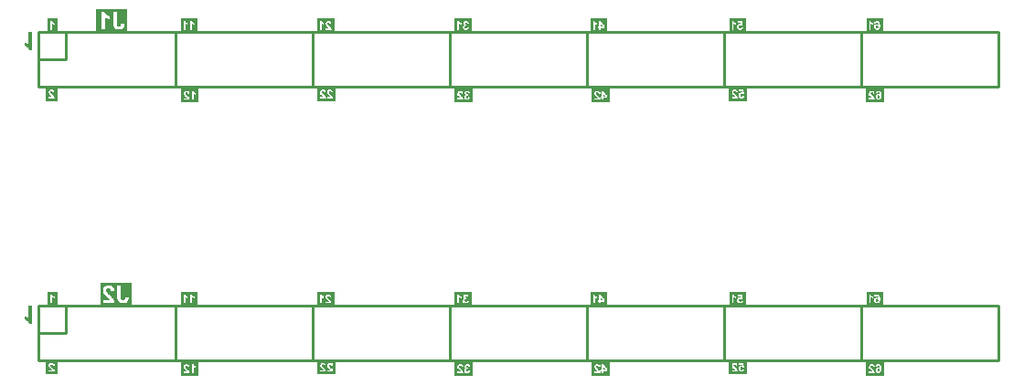
<source format=gbo>
G04*
G04 #@! TF.GenerationSoftware,Altium Limited,Altium Designer,23.3.1 (30)*
G04*
G04 Layer_Color=13813960*
%FSLAX25Y25*%
%MOIN*%
G70*
G04*
G04 #@! TF.SameCoordinates,15D68FC8-8055-42D3-B3C9-1605CC88C85B*
G04*
G04*
G04 #@! TF.FilePolarity,Positive*
G04*
G01*
G75*
%ADD10C,0.01000*%
G36*
X153000Y5000D02*
X146919D01*
Y10272D01*
X153000D01*
Y5000D01*
D02*
G37*
G36*
X2000D02*
X-1405D01*
Y10213D01*
X2000D01*
Y5000D01*
D02*
G37*
G36*
X253000Y104859D02*
X246951D01*
Y110131D01*
X253000D01*
Y104859D01*
D02*
G37*
G36*
X2000D02*
X-1405D01*
Y110072D01*
X2000D01*
Y104859D01*
D02*
G37*
G36*
X27500Y105000D02*
X16152D01*
Y113544D01*
X27500D01*
Y105000D01*
D02*
G37*
G36*
X202500Y5000D02*
X196336D01*
Y10213D01*
X202500D01*
Y5000D01*
D02*
G37*
G36*
X303500Y-20500D02*
X296940D01*
Y-15228D01*
X303500D01*
Y-20500D01*
D02*
G37*
G36*
X153500D02*
X146916D01*
Y-15228D01*
X153500D01*
Y-20500D01*
D02*
G37*
G36*
Y79359D02*
X146916D01*
Y84631D01*
X153500D01*
Y79359D01*
D02*
G37*
G36*
X29000Y5000D02*
X17652D01*
Y13544D01*
X29000D01*
Y5000D01*
D02*
G37*
G36*
X53000Y10213D02*
Y5000D01*
X47107D01*
Y10213D01*
X53000D01*
D02*
G37*
G36*
X203500Y-20500D02*
X196795D01*
Y-15228D01*
X203500D01*
Y-20500D01*
D02*
G37*
G36*
X2000Y-20000D02*
X-2151D01*
Y-14787D01*
X2000D01*
Y-20000D01*
D02*
G37*
G36*
X103000Y5000D02*
X96864D01*
Y10213D01*
X103000D01*
Y5000D01*
D02*
G37*
G36*
X153000Y104859D02*
X146919D01*
Y110131D01*
X153000D01*
Y104859D01*
D02*
G37*
G36*
X303000Y5000D02*
X296944D01*
Y10272D01*
X303000D01*
Y5000D01*
D02*
G37*
G36*
X103500Y-20000D02*
X96861D01*
Y-14787D01*
X103500D01*
Y-20000D01*
D02*
G37*
G36*
X303500Y79359D02*
X296940D01*
Y84631D01*
X303500D01*
Y79359D01*
D02*
G37*
G36*
X53000Y110072D02*
Y104859D01*
X47107D01*
Y110072D01*
X53000D01*
D02*
G37*
G36*
X2000Y79859D02*
X-2151D01*
Y85072D01*
X2000D01*
Y79859D01*
D02*
G37*
G36*
X253500Y-20000D02*
X246833D01*
Y-14728D01*
X253500D01*
Y-20000D01*
D02*
G37*
G36*
Y79859D02*
X246833D01*
Y85131D01*
X253500D01*
Y79859D01*
D02*
G37*
G36*
X53500Y-20500D02*
X47104D01*
Y-15287D01*
X53500D01*
Y-20500D01*
D02*
G37*
G36*
X103500Y79859D02*
X96861D01*
Y85072D01*
X103500D01*
Y79859D01*
D02*
G37*
G36*
X202500Y104859D02*
X196336D01*
Y110072D01*
X202500D01*
Y104859D01*
D02*
G37*
G36*
X103000D02*
X96864D01*
Y110072D01*
X103000D01*
Y104859D01*
D02*
G37*
G36*
X203500Y79359D02*
X196795D01*
Y84631D01*
X203500D01*
Y79359D01*
D02*
G37*
G36*
X253000Y5000D02*
X246951D01*
Y10272D01*
X253000D01*
Y5000D01*
D02*
G37*
G36*
X303000Y104859D02*
X296944D01*
Y110131D01*
X303000D01*
Y104859D01*
D02*
G37*
G36*
X53500Y79359D02*
X47104D01*
Y84572D01*
X53500D01*
Y79359D01*
D02*
G37*
G36*
X-7189Y-1426D02*
X-8189D01*
X-8230Y-1315D01*
X-8279Y-1211D01*
X-8397Y-1017D01*
X-8522Y-843D01*
X-8654Y-691D01*
X-8716Y-621D01*
X-8772Y-566D01*
X-8820Y-510D01*
X-8869Y-469D01*
X-8903Y-434D01*
X-8931Y-413D01*
X-8952Y-399D01*
X-8959Y-392D01*
X-9167Y-240D01*
X-9362Y-115D01*
X-9535Y-11D01*
X-9688Y66D01*
X-9757Y100D01*
X-9820Y128D01*
X-9868Y149D01*
X-9917Y170D01*
X-9951Y184D01*
X-9979Y191D01*
X-9993Y197D01*
X-10000D01*
Y1315D01*
X-9833Y1252D01*
X-9674Y1190D01*
X-9514Y1120D01*
X-9369Y1044D01*
X-9230Y968D01*
X-9098Y891D01*
X-8980Y815D01*
X-8869Y739D01*
X-8765Y669D01*
X-8681Y600D01*
X-8598Y538D01*
X-8536Y489D01*
X-8487Y447D01*
X-8445Y413D01*
X-8425Y392D01*
X-8418Y385D01*
Y5000D01*
X-7189D01*
Y-1426D01*
D02*
G37*
G36*
Y98574D02*
X-8189D01*
X-8230Y98685D01*
X-8279Y98789D01*
X-8397Y98983D01*
X-8522Y99156D01*
X-8654Y99309D01*
X-8716Y99379D01*
X-8772Y99434D01*
X-8820Y99490D01*
X-8869Y99531D01*
X-8903Y99566D01*
X-8931Y99587D01*
X-8952Y99601D01*
X-8959Y99608D01*
X-9167Y99760D01*
X-9362Y99885D01*
X-9535Y99989D01*
X-9688Y100066D01*
X-9757Y100100D01*
X-9820Y100128D01*
X-9868Y100149D01*
X-9917Y100170D01*
X-9951Y100184D01*
X-9979Y100191D01*
X-9993Y100198D01*
X-10000D01*
Y101315D01*
X-9833Y101252D01*
X-9674Y101190D01*
X-9514Y101120D01*
X-9369Y101044D01*
X-9230Y100968D01*
X-9098Y100891D01*
X-8980Y100815D01*
X-8869Y100739D01*
X-8765Y100669D01*
X-8681Y100600D01*
X-8598Y100538D01*
X-8536Y100489D01*
X-8487Y100447D01*
X-8445Y100413D01*
X-8425Y100392D01*
X-8418Y100385D01*
Y105000D01*
X-7189D01*
Y98574D01*
D02*
G37*
%LPC*%
G36*
X152000Y9272D02*
X149869D01*
D01*
X150945D01*
X150921Y9269D01*
X150890D01*
X150851Y9262D01*
X150806Y9258D01*
X150758Y9248D01*
X150706Y9238D01*
X150647Y9220D01*
X150588Y9203D01*
X150529Y9178D01*
X150470Y9151D01*
X150407Y9116D01*
X150348Y9078D01*
X150293Y9033D01*
X150241Y8981D01*
X150237Y8977D01*
X150230Y8970D01*
X150220Y8956D01*
X150206Y8939D01*
X150189Y8918D01*
X150168Y8890D01*
X150147Y8859D01*
X150126Y8825D01*
X150085Y8748D01*
X150046Y8658D01*
X150032Y8609D01*
X150022Y8557D01*
X150015Y8505D01*
X150012Y8450D01*
Y8446D01*
Y8433D01*
X150015Y8408D01*
X150019Y8380D01*
X150026Y8346D01*
X150036Y8304D01*
X150050Y8256D01*
X150071Y8207D01*
X150095Y8155D01*
X150123Y8099D01*
X150161Y8044D01*
X150206Y7988D01*
X150258Y7933D01*
X150320Y7877D01*
X150393Y7825D01*
X150473Y7777D01*
X150470D01*
X150459Y7773D01*
X150445Y7770D01*
X150428Y7763D01*
X150404Y7756D01*
X150376Y7745D01*
X150317Y7721D01*
X150244Y7686D01*
X150171Y7638D01*
X150102Y7582D01*
X150067Y7548D01*
X150036Y7509D01*
X150032Y7506D01*
X150029Y7499D01*
X150022Y7489D01*
X150008Y7475D01*
X149998Y7454D01*
X149984Y7430D01*
X149967Y7402D01*
X149953Y7371D01*
X149922Y7298D01*
X149894Y7215D01*
X149876Y7117D01*
X149873Y7065D01*
X149869Y7013D01*
D01*
D01*
Y6000D01*
D01*
Y6996D01*
X149873Y6972D01*
Y6944D01*
X149880Y6906D01*
X149887Y6864D01*
X149894Y6819D01*
X149908Y6767D01*
X149925Y6711D01*
X149946Y6652D01*
X149970Y6593D01*
X150001Y6534D01*
X150036Y6472D01*
X150078Y6413D01*
X150123Y6354D01*
X150178Y6295D01*
X150182Y6291D01*
X150192Y6281D01*
X150209Y6267D01*
X150234Y6250D01*
X150265Y6225D01*
X150300Y6201D01*
X150341Y6174D01*
X150390Y6149D01*
X150442Y6121D01*
X150501Y6094D01*
X150567Y6069D01*
X150633Y6045D01*
X150706Y6028D01*
X150782Y6014D01*
X150865Y6004D01*
X150949Y6000D01*
X150969D01*
X150990Y6004D01*
X151022D01*
X151056Y6007D01*
X151101Y6014D01*
X151150Y6021D01*
X151202Y6031D01*
X151257Y6045D01*
X151316Y6063D01*
X151375Y6080D01*
X151434Y6104D01*
X151497Y6135D01*
X151556Y6167D01*
X151615Y6205D01*
X151670Y6250D01*
X151674Y6253D01*
X151684Y6260D01*
X151698Y6274D01*
X151716Y6295D01*
X151736Y6319D01*
X151764Y6351D01*
X151788Y6385D01*
X151820Y6427D01*
X151847Y6472D01*
X151875Y6521D01*
X151903Y6572D01*
X151931Y6632D01*
X151951Y6694D01*
X151972Y6760D01*
X151990Y6833D01*
X152000Y6906D01*
X151407Y6978D01*
Y6975D01*
Y6968D01*
X151403Y6958D01*
X151400Y6940D01*
X151393Y6899D01*
X151375Y6850D01*
X151358Y6791D01*
X151330Y6736D01*
X151296Y6677D01*
X151254Y6628D01*
X151247Y6625D01*
X151233Y6611D01*
X151205Y6590D01*
X151171Y6569D01*
X151126Y6548D01*
X151074Y6527D01*
X151014Y6514D01*
X150952Y6510D01*
X150935D01*
X150921Y6514D01*
X150886Y6517D01*
X150841Y6527D01*
X150789Y6545D01*
X150737Y6569D01*
X150681Y6604D01*
X150629Y6652D01*
X150622Y6659D01*
X150609Y6680D01*
X150588Y6711D01*
X150563Y6757D01*
X150539Y6812D01*
X150518Y6878D01*
X150504Y6954D01*
X150497Y7041D01*
Y7045D01*
Y7051D01*
Y7062D01*
X150501Y7079D01*
Y7100D01*
X150504Y7121D01*
X150511Y7173D01*
X150529Y7232D01*
X150549Y7294D01*
X150581Y7353D01*
X150622Y7409D01*
X150629Y7416D01*
X150643Y7430D01*
X150671Y7454D01*
X150706Y7478D01*
X150751Y7502D01*
X150803Y7527D01*
X150862Y7541D01*
X150928Y7548D01*
X150949D01*
X150973Y7544D01*
X151008Y7541D01*
X151049Y7537D01*
X151094Y7527D01*
X151150Y7516D01*
X151209Y7499D01*
X151143Y7999D01*
X151101D01*
X151080Y8002D01*
X151056D01*
X151001Y8009D01*
X150938Y8020D01*
X150876Y8040D01*
X150817Y8068D01*
X150761Y8103D01*
X150754Y8110D01*
X150740Y8124D01*
X150720Y8148D01*
X150692Y8183D01*
X150668Y8228D01*
X150647Y8280D01*
X150633Y8339D01*
X150626Y8408D01*
Y8412D01*
Y8415D01*
Y8436D01*
X150629Y8464D01*
X150636Y8502D01*
X150650Y8540D01*
X150668Y8585D01*
X150692Y8627D01*
X150723Y8665D01*
X150726Y8668D01*
X150740Y8679D01*
X150761Y8696D01*
X150792Y8714D01*
X150831Y8731D01*
X150872Y8748D01*
X150924Y8759D01*
X150983Y8762D01*
X151011D01*
X151039Y8755D01*
X151077Y8748D01*
X151119Y8734D01*
X151164Y8717D01*
X151209Y8689D01*
X151254Y8651D01*
X151257Y8648D01*
X151271Y8630D01*
X151289Y8606D01*
X151313Y8571D01*
X151337Y8526D01*
X151358Y8474D01*
X151375Y8408D01*
X151389Y8335D01*
X151955Y8429D01*
Y8433D01*
X151951Y8443D01*
X151948Y8457D01*
X151944Y8478D01*
X151937Y8502D01*
X151931Y8530D01*
X151910Y8596D01*
X151885Y8672D01*
X151854Y8748D01*
X151820Y8825D01*
X151778Y8894D01*
Y8897D01*
X151771Y8901D01*
X151757Y8922D01*
X151729Y8956D01*
X151691Y8995D01*
X151646Y9040D01*
X151591Y9085D01*
X151525Y9130D01*
X151448Y9172D01*
X151445D01*
X151438Y9175D01*
X151427Y9182D01*
X151410Y9189D01*
X151389Y9196D01*
X151365Y9203D01*
X151337Y9213D01*
X151306Y9224D01*
X151237Y9241D01*
X151153Y9258D01*
X151063Y9269D01*
X150966Y9272D01*
X152000D01*
D02*
G37*
G36*
X148419D02*
X147919D01*
Y6059D01*
X149325D01*
X148533D01*
Y8366D01*
X148537Y8363D01*
X148547Y8353D01*
X148568Y8335D01*
X148592Y8315D01*
X148624Y8290D01*
X148665Y8259D01*
X148707Y8224D01*
X148759Y8190D01*
X148814Y8151D01*
X148873Y8113D01*
X148940Y8075D01*
X149009Y8037D01*
X149082Y7999D01*
X149162Y7964D01*
X149241Y7933D01*
X149325Y7902D01*
Y8842D01*
Y8460D01*
X149321D01*
X149314Y8464D01*
X149300Y8467D01*
X149283Y8474D01*
X149259Y8484D01*
X149234Y8495D01*
X149203Y8509D01*
X149169Y8526D01*
X149092Y8564D01*
X149005Y8616D01*
X148908Y8679D01*
X148804Y8755D01*
X148801Y8759D01*
X148790Y8766D01*
X148776Y8776D01*
X148759Y8793D01*
X148735Y8814D01*
X148710Y8842D01*
X148683Y8870D01*
X148651Y8904D01*
X148585Y8981D01*
X148523Y9067D01*
X148464Y9165D01*
X148440Y9217D01*
X148419Y9272D01*
D02*
G37*
G36*
X1000Y9213D02*
Y8401D01*
X996D01*
X990Y8405D01*
X976Y8408D01*
X958Y8415D01*
X934Y8426D01*
X910Y8436D01*
X879Y8450D01*
X844Y8467D01*
X768Y8505D01*
X681Y8557D01*
X584Y8620D01*
X479Y8696D01*
X476Y8700D01*
X466Y8707D01*
X452Y8717D01*
X434Y8734D01*
X410Y8755D01*
X386Y8783D01*
X358Y8811D01*
X327Y8845D01*
X261Y8922D01*
X198Y9008D01*
X139Y9106D01*
X115Y9158D01*
X94Y9213D01*
X-405D01*
Y6000D01*
X1000D01*
Y9213D01*
D02*
G37*
%LPD*%
G36*
X212Y8304D02*
X223Y8294D01*
X243Y8276D01*
X268Y8256D01*
X299Y8231D01*
X341Y8200D01*
X382Y8165D01*
X434Y8131D01*
X490Y8092D01*
X549Y8054D01*
X615Y8016D01*
X684Y7978D01*
X757Y7940D01*
X837Y7905D01*
X917Y7874D01*
X1000Y7843D01*
Y6000D01*
X209D01*
Y8308D01*
X212Y8304D01*
D02*
G37*
%LPC*%
G36*
X249356Y109131D02*
Y108319D01*
X249352D01*
X249345Y108323D01*
X249332Y108326D01*
X249314Y108333D01*
X249290Y108344D01*
X249266Y108354D01*
X249234Y108368D01*
X249200Y108385D01*
X249123Y108423D01*
X249037Y108475D01*
X248939Y108538D01*
X248835Y108614D01*
X248832Y108618D01*
X248821Y108625D01*
X248808Y108635D01*
X248790Y108652D01*
X248766Y108673D01*
X248742Y108701D01*
X248714Y108729D01*
X248683Y108764D01*
X248617Y108840D01*
X248554Y108927D01*
X248495Y109024D01*
X248471Y109076D01*
X248450Y109131D01*
X247951D01*
Y105918D01*
X249356D01*
D01*
X248565D01*
Y108226D01*
X248568Y108222D01*
X248579Y108212D01*
X248599Y108194D01*
X248624Y108174D01*
X248655Y108149D01*
X248697Y108118D01*
X248738Y108083D01*
X248790Y108049D01*
X248846Y108010D01*
X248905Y107972D01*
X248971Y107934D01*
X249040Y107896D01*
X249113Y107858D01*
X249193Y107823D01*
X249273Y107792D01*
X249356Y107761D01*
Y109131D01*
D02*
G37*
G36*
X251611Y109079D02*
X249987D01*
Y108503D01*
X251150D01*
X251247Y107958D01*
X251243D01*
X251237Y107962D01*
X251226Y107969D01*
X251212Y107976D01*
X251191Y107983D01*
X251171Y107993D01*
X251119Y108010D01*
X251053Y108031D01*
X250983Y108045D01*
X250907Y108059D01*
X250827Y108063D01*
X250810D01*
X250789Y108059D01*
X250758D01*
X250723Y108052D01*
X250681Y108045D01*
X250636Y108038D01*
X250588Y108024D01*
X250532Y108010D01*
X250477Y107990D01*
X250421Y107965D01*
X250362Y107938D01*
X250303Y107903D01*
X250244Y107861D01*
X250189Y107816D01*
X250133Y107764D01*
X250130Y107761D01*
X250119Y107750D01*
X250105Y107733D01*
X250088Y107709D01*
X250067Y107681D01*
X250043Y107646D01*
X250015Y107605D01*
X249987Y107556D01*
X249963Y107504D01*
X249935Y107445D01*
X249911Y107379D01*
X249890Y107313D01*
X249873Y107237D01*
X249859Y107160D01*
X249849Y107077D01*
X249845Y106990D01*
Y107219D01*
Y106990D01*
Y105859D01*
X250987D01*
D01*
X252000D01*
X250987D01*
X251018Y105863D01*
X251056Y105866D01*
X251101Y105873D01*
X251150Y105880D01*
X251202Y105890D01*
X251316Y105918D01*
X251379Y105936D01*
X251438Y105960D01*
X251500Y105988D01*
X251559Y106019D01*
X251615Y106053D01*
X251670Y106095D01*
X251674Y106099D01*
X251681Y106105D01*
X251695Y106119D01*
X251715Y106140D01*
X251736Y106165D01*
X251761Y106192D01*
X251788Y106227D01*
X251816Y106265D01*
X251844Y106310D01*
X251872Y106359D01*
X251899Y106411D01*
X251927Y106466D01*
X251951Y106529D01*
X251972Y106595D01*
X251986Y106664D01*
X252000Y106737D01*
X251389Y106803D01*
Y106799D01*
Y106793D01*
X251386Y106782D01*
X251382Y106768D01*
X251375Y106730D01*
X251361Y106685D01*
X251341Y106630D01*
X251313Y106577D01*
X251278Y106522D01*
X251237Y106473D01*
X251230Y106470D01*
X251212Y106456D01*
X251188Y106435D01*
X251150Y106414D01*
X251108Y106390D01*
X251056Y106373D01*
X251001Y106359D01*
X250938Y106352D01*
X250921D01*
X250907Y106355D01*
X250869Y106359D01*
X250824Y106373D01*
X250772Y106390D01*
X250720Y106418D01*
X250664Y106456D01*
X250636Y106480D01*
X250612Y106508D01*
Y106511D01*
X250605Y106515D01*
X250598Y106525D01*
X250591Y106536D01*
X250581Y106553D01*
X250570Y106574D01*
X250556Y106598D01*
X250543Y106626D01*
X250532Y106657D01*
X250518Y106692D01*
X250508Y106730D01*
X250498Y106772D01*
X250490Y106820D01*
X250484Y106869D01*
X250477Y106924D01*
Y106980D01*
Y106983D01*
Y106994D01*
Y107008D01*
X250480Y107028D01*
Y107053D01*
X250484Y107081D01*
X250494Y107147D01*
X250508Y107219D01*
X250532Y107292D01*
X250567Y107362D01*
X250612Y107424D01*
Y107428D01*
X250619Y107431D01*
X250636Y107448D01*
X250664Y107473D01*
X250706Y107500D01*
X250754Y107525D01*
X250813Y107549D01*
X250879Y107566D01*
X250917Y107573D01*
X250980D01*
X251001Y107570D01*
X251025Y107566D01*
X251049Y107559D01*
X251115Y107545D01*
X251188Y107518D01*
X251230Y107497D01*
X251268Y107476D01*
X251309Y107448D01*
X251351Y107417D01*
X251393Y107382D01*
X251431Y107341D01*
X251927Y107410D01*
X251611Y109079D01*
D02*
G37*
%LPD*%
G36*
X249849Y106924D02*
X249852Y106890D01*
X249859Y106848D01*
X249866Y106803D01*
X249873Y106754D01*
X249887Y106699D01*
X249901Y106643D01*
X249921Y106584D01*
X249942Y106525D01*
X249970Y106463D01*
X250001Y106404D01*
X250036Y106342D01*
X250078Y106282D01*
X250081Y106279D01*
X250092Y106265D01*
X250109Y106244D01*
X250137Y106217D01*
X250168Y106185D01*
X250206Y106147D01*
X250251Y106109D01*
X250303Y106071D01*
X250362Y106033D01*
X250428Y105994D01*
X250498Y105956D01*
X250574Y105925D01*
X250657Y105897D01*
X250747Y105877D01*
X250845Y105863D01*
X250945Y105859D01*
X249845D01*
Y106952D01*
X249849Y106924D01*
D02*
G37*
%LPC*%
G36*
X1000Y109072D02*
Y108260D01*
X996D01*
X990Y108264D01*
X976Y108267D01*
X958Y108274D01*
X934Y108285D01*
X910Y108295D01*
X879Y108309D01*
X844Y108326D01*
X768Y108364D01*
X681Y108416D01*
X584Y108479D01*
X479Y108555D01*
X476Y108559D01*
X466Y108566D01*
X452Y108576D01*
X434Y108593D01*
X410Y108614D01*
X386Y108642D01*
X358Y108670D01*
X327Y108704D01*
X261Y108781D01*
X198Y108868D01*
X139Y108965D01*
X115Y109017D01*
X94Y109072D01*
X-405D01*
Y105859D01*
X1000D01*
Y109072D01*
D02*
G37*
%LPD*%
G36*
X212Y108163D02*
X223Y108153D01*
X243Y108135D01*
X268Y108115D01*
X299Y108090D01*
X341Y108059D01*
X382Y108024D01*
X434Y107990D01*
X490Y107951D01*
X549Y107913D01*
X615Y107875D01*
X684Y107837D01*
X757Y107799D01*
X837Y107764D01*
X917Y107733D01*
X1000Y107702D01*
Y105859D01*
X209D01*
Y108167D01*
X212Y108163D01*
D02*
G37*
%LPC*%
G36*
X19158Y112544D02*
X18158D01*
Y106118D01*
X19387D01*
Y110733D01*
X19393Y110726D01*
X19414Y110705D01*
X19456Y110671D01*
X19504Y110629D01*
X19567Y110580D01*
X19650Y110518D01*
X19734Y110449D01*
X19838Y110379D01*
X19949Y110303D01*
X20067Y110227D01*
X20199Y110150D01*
X20337Y110074D01*
X20483Y109997D01*
X20643Y109928D01*
X20802Y109866D01*
X20969Y109803D01*
Y110921D01*
X20962D01*
X20948Y110927D01*
X20920Y110934D01*
X20886Y110948D01*
X20837Y110969D01*
X20788Y110990D01*
X20726Y111018D01*
X20656Y111052D01*
X20504Y111129D01*
X20330Y111233D01*
X20136Y111358D01*
X19928Y111510D01*
X19921Y111517D01*
X19900Y111531D01*
X19872Y111552D01*
X19838Y111587D01*
X19789Y111628D01*
X19740Y111684D01*
X19685Y111739D01*
X19623Y111809D01*
X19491Y111961D01*
X19366Y112135D01*
X19248Y112329D01*
X19199Y112433D01*
X19158Y112544D01*
D02*
G37*
G36*
X23689Y112524D02*
X22399D01*
Y108325D01*
X22405Y108262D01*
Y108186D01*
X22412Y108096D01*
X22419Y108006D01*
X22433Y107811D01*
X22461Y107610D01*
X22496Y107409D01*
X22516Y107319D01*
X22544Y107235D01*
Y107228D01*
X22551Y107208D01*
X22565Y107180D01*
X22579Y107145D01*
X22600Y107097D01*
X22627Y107041D01*
X22697Y106909D01*
X22794Y106770D01*
X22912Y106618D01*
X23051Y106472D01*
X23134Y106403D01*
X23224Y106333D01*
X23231Y106326D01*
X23245Y106319D01*
X23273Y106305D01*
X23314Y106284D01*
X23363Y106257D01*
X23426Y106229D01*
X23495Y106201D01*
X23571Y106167D01*
X23662Y106139D01*
X23759Y106104D01*
X23870Y106076D01*
X23981Y106055D01*
X24106Y106028D01*
X24238Y106014D01*
X24383Y106007D01*
X24529Y106000D01*
X24571D01*
X24619Y106007D01*
X24682D01*
X24765Y106014D01*
X24855Y106028D01*
X24952Y106042D01*
X25063Y106069D01*
X25181Y106097D01*
X25299Y106132D01*
X25417Y106174D01*
X25542Y106222D01*
X25660Y106284D01*
X25778Y106354D01*
X25882Y106437D01*
X25986Y106527D01*
X25993Y106534D01*
X26007Y106555D01*
X26035Y106583D01*
X26070Y106625D01*
X26104Y106680D01*
X26146Y106749D01*
X26195Y106833D01*
X26243Y106923D01*
X26292Y107027D01*
X26340Y107145D01*
X26382Y107270D01*
X26417Y107409D01*
X26451Y107562D01*
X26479Y107728D01*
X26493Y107902D01*
X26500Y108089D01*
X25279Y108228D01*
Y108221D01*
Y108207D01*
Y108172D01*
X25272Y108138D01*
Y108089D01*
X25265Y108040D01*
X25251Y107922D01*
X25230Y107791D01*
X25202Y107666D01*
X25168Y107541D01*
X25147Y107492D01*
X25119Y107443D01*
Y107437D01*
X25112Y107430D01*
X25077Y107388D01*
X25029Y107339D01*
X24959Y107277D01*
X24869Y107214D01*
X24758Y107159D01*
X24633Y107117D01*
X24557Y107110D01*
X24480Y107104D01*
X24439D01*
X24411Y107110D01*
X24335Y107117D01*
X24245Y107131D01*
X24140Y107166D01*
X24043Y107208D01*
X23946Y107263D01*
X23870Y107346D01*
X23863Y107360D01*
X23856Y107374D01*
X23842Y107395D01*
X23828Y107430D01*
X23814Y107464D01*
X23793Y107513D01*
X23779Y107568D01*
X23766Y107631D01*
X23745Y107707D01*
X23731Y107791D01*
X23717Y107888D01*
X23703Y107992D01*
X23696Y108110D01*
X23689Y108235D01*
Y108373D01*
Y112524D01*
D02*
G37*
G36*
X198741Y9213D02*
Y8401D01*
X198738D01*
X198731Y8405D01*
X198717Y8408D01*
X198700Y8415D01*
X198675Y8426D01*
X198651Y8436D01*
X198620Y8450D01*
X198585Y8467D01*
X198509Y8505D01*
X198422Y8557D01*
X198325Y8620D01*
X198221Y8696D01*
X198217Y8700D01*
X198207Y8707D01*
X198193Y8717D01*
X198176Y8734D01*
X198151Y8755D01*
X198127Y8783D01*
X198099Y8811D01*
X198068Y8845D01*
X198002Y8922D01*
X197940Y9008D01*
X197881Y9106D01*
X197856Y9158D01*
X197836Y9213D01*
X197336D01*
Y6000D01*
X198741D01*
X197950D01*
Y8308D01*
X197954Y8304D01*
X197964Y8294D01*
X197985Y8276D01*
X198009Y8256D01*
X198040Y8231D01*
X198082Y8200D01*
X198124Y8165D01*
X198176Y8131D01*
X198231Y8092D01*
X198290Y8054D01*
X198356Y8016D01*
X198426Y7978D01*
X198498Y7940D01*
X198578Y7905D01*
X198658Y7874D01*
X198741Y7843D01*
Y9213D01*
D02*
G37*
G36*
X201500D02*
X199199D01*
D01*
X199598D01*
Y7183D01*
X199199D01*
Y6645D01*
X199598D01*
Y6000D01*
X200192D01*
Y6645D01*
X201500D01*
Y8016D01*
Y7180D01*
X200115Y9213D01*
X201500D01*
D02*
G37*
%LPD*%
G36*
X200924Y7183D02*
X200192D01*
Y8273D01*
X200924Y7183D01*
D02*
G37*
%LPC*%
G36*
X300092Y-16228D02*
X298912D01*
X298877Y-16231D01*
X298839Y-16235D01*
X298794Y-16242D01*
X298742Y-16249D01*
X298687Y-16259D01*
X298627Y-16273D01*
X298569Y-16290D01*
X298506Y-16311D01*
X298444Y-16335D01*
X298385Y-16367D01*
X298326Y-16401D01*
X298267Y-16440D01*
X298215Y-16485D01*
X298211Y-16488D01*
X298204Y-16495D01*
X298190Y-16512D01*
X298173Y-16530D01*
X298152Y-16554D01*
X298128Y-16585D01*
X298103Y-16620D01*
X298076Y-16661D01*
X298052Y-16703D01*
X298027Y-16752D01*
X298003Y-16804D01*
X297982Y-16859D01*
X297965Y-16922D01*
X297951Y-16984D01*
X297944Y-17050D01*
X297940Y-17120D01*
Y-18778D01*
Y-17158D01*
X297944Y-17175D01*
Y-17199D01*
X297951Y-17251D01*
X297961Y-17317D01*
X297975Y-17387D01*
X297992Y-17460D01*
X298020Y-17533D01*
Y-17536D01*
X298024Y-17539D01*
X298027Y-17553D01*
X298034Y-17567D01*
X298044Y-17585D01*
X298055Y-17605D01*
X298079Y-17657D01*
X298114Y-17716D01*
X298156Y-17786D01*
X298208Y-17862D01*
X298267Y-17942D01*
X298273Y-17949D01*
X298287Y-17970D01*
X298319Y-18001D01*
X298357Y-18046D01*
X298385Y-18074D01*
X298412Y-18105D01*
X298447Y-18136D01*
X298482Y-18174D01*
X298523Y-18213D01*
X298569Y-18258D01*
X298617Y-18303D01*
X298669Y-18351D01*
X298673Y-18355D01*
X298683Y-18362D01*
X298697Y-18376D01*
X298714Y-18393D01*
X298739Y-18414D01*
X298766Y-18438D01*
X298825Y-18494D01*
X298888Y-18553D01*
X298947Y-18612D01*
X298974Y-18639D01*
X298999Y-18664D01*
X299020Y-18688D01*
X299037Y-18705D01*
X299040Y-18709D01*
X299051Y-18719D01*
X299065Y-18737D01*
X299082Y-18757D01*
X299099Y-18785D01*
X299120Y-18813D01*
X299162Y-18872D01*
X297940D01*
Y-19441D01*
X300092D01*
Y-19437D01*
X300088Y-19427D01*
Y-19410D01*
X300085Y-19386D01*
X300078Y-19358D01*
X300071Y-19323D01*
X300064Y-19285D01*
X300054Y-19243D01*
X300026Y-19150D01*
X299988Y-19045D01*
X299943Y-18938D01*
X299884Y-18830D01*
X299880Y-18827D01*
X299877Y-18816D01*
X299863Y-18799D01*
X299849Y-18778D01*
X299828Y-18751D01*
X299800Y-18712D01*
X299769Y-18674D01*
X299731Y-18626D01*
X299689Y-18574D01*
X299637Y-18518D01*
X299582Y-18452D01*
X299519Y-18386D01*
X299450Y-18313D01*
X299370Y-18233D01*
X299287Y-18150D01*
X299193Y-18063D01*
X299190Y-18060D01*
X299176Y-18046D01*
X299155Y-18025D01*
X299127Y-18001D01*
X299093Y-17970D01*
X299058Y-17935D01*
X299016Y-17893D01*
X298974Y-17852D01*
X298884Y-17765D01*
X298801Y-17678D01*
X298766Y-17640D01*
X298732Y-17602D01*
X298704Y-17567D01*
X298683Y-17539D01*
Y-17536D01*
X298676Y-17533D01*
X298673Y-17522D01*
X298662Y-17508D01*
X298641Y-17470D01*
X298617Y-17422D01*
X298596Y-17366D01*
X298575Y-17303D01*
X298562Y-17234D01*
X298555Y-17165D01*
Y-17161D01*
Y-17154D01*
Y-17144D01*
Y-17130D01*
X298562Y-17095D01*
X298569Y-17047D01*
X298582Y-16998D01*
X298600Y-16946D01*
X298627Y-16894D01*
X298666Y-16849D01*
X298669Y-16845D01*
X298687Y-16832D01*
X298711Y-16814D01*
X298745Y-16793D01*
X298791Y-16773D01*
X298843Y-16755D01*
X298902Y-16741D01*
X298971Y-16738D01*
X299002D01*
X299037Y-16745D01*
X299082Y-16752D01*
X299131Y-16766D01*
X299183Y-16786D01*
X299235Y-16818D01*
X299280Y-16856D01*
X299283Y-16863D01*
X299297Y-16877D01*
X299314Y-16904D01*
X299339Y-16946D01*
X299360Y-16998D01*
X299380Y-17064D01*
X299398Y-17144D01*
X299405Y-17189D01*
X299408Y-17238D01*
X300019Y-17179D01*
Y-17172D01*
X300015Y-17158D01*
X300012Y-17130D01*
X300005Y-17095D01*
X299998Y-17054D01*
X299988Y-17005D01*
X299974Y-16953D01*
X299956Y-16897D01*
X299936Y-16838D01*
X299911Y-16780D01*
X299884Y-16717D01*
X299852Y-16658D01*
X299818Y-16599D01*
X299776Y-16544D01*
X299731Y-16495D01*
X299679Y-16450D01*
X299675Y-16446D01*
X299665Y-16440D01*
X299648Y-16429D01*
X299627Y-16415D01*
X299599Y-16398D01*
X299564Y-16380D01*
X299526Y-16360D01*
X299481Y-16339D01*
X299429Y-16318D01*
X299377Y-16297D01*
X299318Y-16280D01*
X299252Y-16262D01*
X299186Y-16249D01*
X299113Y-16238D01*
X299037Y-16231D01*
X298957Y-16228D01*
X300092D01*
D02*
G37*
G36*
X302500D02*
X300362D01*
Y-19500D01*
D01*
Y-18438D01*
X300366Y-18466D01*
Y-18497D01*
X300373Y-18539D01*
X300376Y-18587D01*
X300387Y-18643D01*
X300397Y-18702D01*
X300414Y-18761D01*
X300432Y-18827D01*
X300456Y-18893D01*
X300484Y-18959D01*
X300519Y-19021D01*
X300557Y-19087D01*
X300602Y-19146D01*
X300654Y-19205D01*
X300657Y-19208D01*
X300668Y-19219D01*
X300682Y-19233D01*
X300706Y-19250D01*
X300734Y-19274D01*
X300768Y-19299D01*
X300810Y-19327D01*
X300855Y-19351D01*
X300904Y-19379D01*
X300959Y-19406D01*
X301022Y-19431D01*
X301088Y-19455D01*
X301157Y-19472D01*
X301230Y-19486D01*
X301310Y-19497D01*
X301393Y-19500D01*
X301414D01*
X301438Y-19497D01*
X301473Y-19493D01*
X301515Y-19490D01*
X301563Y-19479D01*
X301615Y-19469D01*
X301674Y-19451D01*
X301737Y-19434D01*
X301802Y-19410D01*
X301869Y-19379D01*
X301934Y-19340D01*
X302000Y-19299D01*
X302066Y-19250D01*
X302132Y-19191D01*
X302191Y-19125D01*
X302195Y-19122D01*
X302205Y-19108D01*
X302219Y-19084D01*
X302240Y-19052D01*
X302264Y-19011D01*
X302288Y-18959D01*
X302316Y-18900D01*
X302344Y-18830D01*
X302375Y-18747D01*
X302403Y-18657D01*
X302427Y-18556D01*
X302451Y-18445D01*
X302472Y-18324D01*
X302486Y-18188D01*
X302497Y-18046D01*
X302500Y-17890D01*
Y-17828D01*
Y-17831D01*
X302497Y-17807D01*
Y-17779D01*
Y-17748D01*
X302490Y-17675D01*
X302483Y-17592D01*
X302472Y-17498D01*
X302458Y-17401D01*
X302441Y-17297D01*
X302420Y-17192D01*
X302396Y-17085D01*
X302365Y-16981D01*
X302326Y-16880D01*
X302285Y-16786D01*
X302233Y-16700D01*
X302177Y-16620D01*
X302174Y-16616D01*
X302163Y-16602D01*
X302143Y-16585D01*
X302118Y-16557D01*
X302087Y-16530D01*
X302045Y-16495D01*
X302000Y-16460D01*
X301948Y-16422D01*
X301893Y-16387D01*
X301827Y-16353D01*
X301757Y-16318D01*
X301681Y-16290D01*
X301601Y-16262D01*
X301518Y-16245D01*
X301424Y-16231D01*
X301331Y-16228D01*
X302500D01*
D02*
G37*
%LPD*%
G36*
X301268Y-16231D02*
X301240Y-16235D01*
X301202Y-16238D01*
X301161Y-16245D01*
X301119Y-16252D01*
X301022Y-16280D01*
X300973Y-16294D01*
X300921Y-16315D01*
X300873Y-16339D01*
X300820Y-16367D01*
X300772Y-16398D01*
X300727Y-16436D01*
X300723Y-16440D01*
X300716Y-16446D01*
X300703Y-16457D01*
X300689Y-16474D01*
X300668Y-16495D01*
X300647Y-16523D01*
X300623Y-16551D01*
X300598Y-16589D01*
X300574Y-16627D01*
X300546Y-16672D01*
X300522Y-16721D01*
X300498Y-16773D01*
X300473Y-16832D01*
X300453Y-16894D01*
X300435Y-16960D01*
X300422Y-17033D01*
X301015Y-17095D01*
Y-17092D01*
Y-17088D01*
X301018Y-17064D01*
X301029Y-17033D01*
X301039Y-16995D01*
X301053Y-16950D01*
X301074Y-16908D01*
X301102Y-16863D01*
X301133Y-16828D01*
X301136Y-16825D01*
X301150Y-16814D01*
X301167Y-16800D01*
X301195Y-16783D01*
X301230Y-16766D01*
X301272Y-16752D01*
X301317Y-16741D01*
X301369Y-16738D01*
X301386D01*
X301400Y-16741D01*
X301438Y-16748D01*
X301483Y-16759D01*
X301535Y-16780D01*
X301591Y-16811D01*
X301619Y-16832D01*
X301646Y-16856D01*
X301671Y-16884D01*
X301698Y-16915D01*
Y-16918D01*
X301705Y-16922D01*
X301712Y-16936D01*
X301719Y-16950D01*
X301730Y-16970D01*
X301744Y-16998D01*
X301754Y-17033D01*
X301768Y-17071D01*
X301782Y-17116D01*
X301799Y-17168D01*
X301813Y-17227D01*
X301827Y-17297D01*
X301837Y-17369D01*
X301851Y-17453D01*
X301862Y-17543D01*
X301869Y-17643D01*
X301865Y-17640D01*
X301858Y-17633D01*
X301844Y-17619D01*
X301827Y-17602D01*
X301802Y-17581D01*
X301778Y-17557D01*
X301747Y-17533D01*
X301709Y-17505D01*
X301671Y-17481D01*
X301626Y-17456D01*
X301581Y-17432D01*
X301528Y-17411D01*
X301476Y-17394D01*
X301417Y-17380D01*
X301358Y-17373D01*
X301296Y-17369D01*
X301279D01*
X301258Y-17373D01*
X301230D01*
X301199Y-17380D01*
X301161Y-17383D01*
X301115Y-17394D01*
X301070Y-17408D01*
X301018Y-17422D01*
X300966Y-17442D01*
X300911Y-17467D01*
X300855Y-17494D01*
X300800Y-17529D01*
X300744Y-17567D01*
X300689Y-17612D01*
X300637Y-17664D01*
X300633Y-17668D01*
X300626Y-17678D01*
X300612Y-17696D01*
X300595Y-17716D01*
X300574Y-17748D01*
X300550Y-17782D01*
X300526Y-17820D01*
X300498Y-17869D01*
X300473Y-17918D01*
X300449Y-17977D01*
X300425Y-18039D01*
X300404Y-18105D01*
X300387Y-18178D01*
X300373Y-18251D01*
X300366Y-18334D01*
X300362Y-18417D01*
Y-16228D01*
X301296D01*
X301268Y-16231D01*
D02*
G37*
G36*
X301421Y-17824D02*
X301455Y-17828D01*
X301497Y-17838D01*
X301542Y-17855D01*
X301594Y-17879D01*
X301643Y-17914D01*
X301692Y-17959D01*
X301695Y-17966D01*
X301709Y-17984D01*
X301730Y-18018D01*
X301750Y-18063D01*
X301775Y-18119D01*
X301792Y-18192D01*
X301806Y-18275D01*
X301813Y-18369D01*
Y-18372D01*
Y-18383D01*
Y-18396D01*
X301810Y-18417D01*
Y-18442D01*
X301806Y-18473D01*
X301796Y-18539D01*
X301778Y-18612D01*
X301757Y-18688D01*
X301723Y-18764D01*
X301678Y-18830D01*
X301671Y-18837D01*
X301653Y-18855D01*
X301626Y-18882D01*
X301587Y-18910D01*
X301539Y-18938D01*
X301487Y-18966D01*
X301428Y-18983D01*
X301393Y-18986D01*
X301362Y-18990D01*
X301355D01*
X301334Y-18986D01*
X301303Y-18983D01*
X301261Y-18973D01*
X301216Y-18959D01*
X301171Y-18934D01*
X301122Y-18903D01*
X301077Y-18858D01*
X301074Y-18851D01*
X301060Y-18834D01*
X301043Y-18799D01*
X301032Y-18778D01*
X301018Y-18754D01*
X301008Y-18726D01*
X300997Y-18695D01*
X300991Y-18660D01*
X300980Y-18619D01*
X300973Y-18577D01*
X300966Y-18528D01*
X300963Y-18480D01*
Y-18424D01*
Y-18421D01*
Y-18410D01*
Y-18393D01*
X300966Y-18372D01*
Y-18348D01*
X300970Y-18317D01*
X300977Y-18251D01*
X300994Y-18174D01*
X301015Y-18098D01*
X301046Y-18029D01*
X301067Y-17994D01*
X301088Y-17966D01*
X301095Y-17959D01*
X301109Y-17942D01*
X301136Y-17921D01*
X301171Y-17893D01*
X301216Y-17866D01*
X301268Y-17845D01*
X301327Y-17828D01*
X301393Y-17820D01*
X301400D01*
X301421Y-17824D01*
D02*
G37*
%LPC*%
G36*
X151466Y-16228D02*
X151445D01*
X151421Y-16231D01*
X151390D01*
X151351Y-16238D01*
X151306Y-16242D01*
X151258Y-16252D01*
X151206Y-16262D01*
X151147Y-16280D01*
X151088Y-16297D01*
X151029Y-16321D01*
X150970Y-16349D01*
X150907Y-16384D01*
X150848Y-16422D01*
X150793Y-16467D01*
X150741Y-16519D01*
X150737Y-16523D01*
X150730Y-16530D01*
X150720Y-16544D01*
X150706Y-16561D01*
X150689Y-16582D01*
X150668Y-16610D01*
X150647Y-16641D01*
X150626Y-16675D01*
X150585Y-16752D01*
X150546Y-16842D01*
X150532Y-16891D01*
X150522Y-16943D01*
X150515Y-16995D01*
X150512Y-17050D01*
Y-17054D01*
Y-17067D01*
X150515Y-17092D01*
X150519Y-17120D01*
X150526Y-17154D01*
X150536Y-17196D01*
X150550Y-17244D01*
X150571Y-17293D01*
X150595Y-17345D01*
X150623Y-17401D01*
X150661Y-17456D01*
X150706Y-17512D01*
X150758Y-17567D01*
X150821Y-17623D01*
X150893Y-17675D01*
X150973Y-17723D01*
X150970D01*
X150959Y-17727D01*
X150945Y-17730D01*
X150928Y-17737D01*
X150904Y-17744D01*
X150876Y-17755D01*
X150817Y-17779D01*
X150744Y-17814D01*
X150671Y-17862D01*
X150602Y-17918D01*
X150567Y-17952D01*
X150536Y-17990D01*
X150532Y-17994D01*
X150529Y-18001D01*
X150522Y-18011D01*
X150508Y-18025D01*
X150498Y-18046D01*
X150484Y-18070D01*
X150467Y-18098D01*
X150453Y-18129D01*
X150422Y-18202D01*
X150394Y-18285D01*
X150376Y-18383D01*
X150373Y-18435D01*
X150369Y-18487D01*
Y-18421D01*
Y-19500D01*
D01*
Y-18504D01*
X150373Y-18528D01*
Y-18556D01*
X150380Y-18594D01*
X150387Y-18636D01*
X150394Y-18681D01*
X150408Y-18733D01*
X150425Y-18789D01*
X150446Y-18848D01*
X150470Y-18907D01*
X150501Y-18966D01*
X150536Y-19028D01*
X150578Y-19087D01*
X150623Y-19146D01*
X150678Y-19205D01*
X150682Y-19208D01*
X150692Y-19219D01*
X150709Y-19233D01*
X150734Y-19250D01*
X150765Y-19274D01*
X150800Y-19299D01*
X150841Y-19327D01*
X150890Y-19351D01*
X150942Y-19379D01*
X151001Y-19406D01*
X151067Y-19431D01*
X151133Y-19455D01*
X151206Y-19472D01*
X151282Y-19486D01*
X151365Y-19497D01*
X151449Y-19500D01*
X150369D01*
X152500D01*
D01*
X151469D01*
X151490Y-19497D01*
X151522D01*
X151556Y-19493D01*
X151601Y-19486D01*
X151650Y-19479D01*
X151702Y-19469D01*
X151757Y-19455D01*
X151816Y-19437D01*
X151875Y-19420D01*
X151934Y-19396D01*
X151997Y-19365D01*
X152056Y-19333D01*
X152115Y-19295D01*
X152170Y-19250D01*
X152174Y-19247D01*
X152184Y-19240D01*
X152198Y-19226D01*
X152216Y-19205D01*
X152236Y-19181D01*
X152264Y-19150D01*
X152288Y-19115D01*
X152320Y-19073D01*
X152347Y-19028D01*
X152375Y-18980D01*
X152403Y-18927D01*
X152431Y-18868D01*
X152451Y-18806D01*
X152472Y-18740D01*
X152490Y-18667D01*
X152500Y-18594D01*
X151907Y-18521D01*
Y-18525D01*
Y-18532D01*
X151903Y-18542D01*
X151900Y-18560D01*
X151893Y-18601D01*
X151875Y-18650D01*
X151858Y-18709D01*
X151830Y-18764D01*
X151796Y-18823D01*
X151754Y-18872D01*
X151747Y-18875D01*
X151733Y-18889D01*
X151705Y-18910D01*
X151671Y-18931D01*
X151626Y-18952D01*
X151574Y-18973D01*
X151514Y-18986D01*
X151452Y-18990D01*
X151435D01*
X151421Y-18986D01*
X151386Y-18983D01*
X151341Y-18973D01*
X151289Y-18955D01*
X151237Y-18931D01*
X151181Y-18896D01*
X151129Y-18848D01*
X151122Y-18841D01*
X151109Y-18820D01*
X151088Y-18789D01*
X151063Y-18744D01*
X151039Y-18688D01*
X151018Y-18622D01*
X151004Y-18546D01*
X150997Y-18459D01*
Y-18455D01*
Y-18449D01*
Y-18438D01*
X151001Y-18421D01*
Y-18400D01*
X151004Y-18379D01*
X151011Y-18327D01*
X151029Y-18268D01*
X151049Y-18206D01*
X151081Y-18147D01*
X151122Y-18091D01*
X151129Y-18084D01*
X151143Y-18070D01*
X151171Y-18046D01*
X151206Y-18022D01*
X151251Y-17998D01*
X151303Y-17973D01*
X151362Y-17959D01*
X151428Y-17952D01*
X151449D01*
X151473Y-17956D01*
X151508Y-17959D01*
X151549Y-17963D01*
X151594Y-17973D01*
X151650Y-17984D01*
X151709Y-18001D01*
X151643Y-17501D01*
X151601D01*
X151580Y-17498D01*
X151556D01*
X151501Y-17491D01*
X151438Y-17481D01*
X151376Y-17460D01*
X151317Y-17432D01*
X151261Y-17397D01*
X151254Y-17390D01*
X151240Y-17376D01*
X151220Y-17352D01*
X151192Y-17317D01*
X151168Y-17272D01*
X151147Y-17220D01*
X151133Y-17161D01*
X151126Y-17092D01*
Y-17088D01*
Y-17085D01*
Y-17064D01*
X151129Y-17036D01*
X151136Y-16998D01*
X151150Y-16960D01*
X151168Y-16915D01*
X151192Y-16873D01*
X151223Y-16835D01*
X151226Y-16832D01*
X151240Y-16821D01*
X151261Y-16804D01*
X151292Y-16786D01*
X151331Y-16769D01*
X151372Y-16752D01*
X151424Y-16741D01*
X151483Y-16738D01*
X151511D01*
X151539Y-16745D01*
X151577Y-16752D01*
X151619Y-16766D01*
X151664Y-16783D01*
X151709Y-16811D01*
X151754Y-16849D01*
X151757Y-16852D01*
X151771Y-16870D01*
X151789Y-16894D01*
X151813Y-16929D01*
X151837Y-16974D01*
X151858Y-17026D01*
X151875Y-17092D01*
X151889Y-17165D01*
X152455Y-17071D01*
Y-17067D01*
X152451Y-17057D01*
X152448Y-17043D01*
X152445Y-17022D01*
X152437Y-16998D01*
X152431Y-16970D01*
X152410Y-16904D01*
X152385Y-16828D01*
X152354Y-16752D01*
X152320Y-16675D01*
X152278Y-16606D01*
Y-16602D01*
X152271Y-16599D01*
X152257Y-16578D01*
X152229Y-16544D01*
X152191Y-16505D01*
X152146Y-16460D01*
X152091Y-16415D01*
X152025Y-16370D01*
X151948Y-16328D01*
X151945D01*
X151938Y-16325D01*
X151927Y-16318D01*
X151910Y-16311D01*
X151889Y-16304D01*
X151865Y-16297D01*
X151837Y-16287D01*
X151806Y-16276D01*
X151737Y-16259D01*
X151653Y-16242D01*
X151563Y-16231D01*
X151466Y-16228D01*
D02*
G37*
G36*
X148933D02*
X148888D01*
X148853Y-16231D01*
X148815Y-16235D01*
X148770Y-16242D01*
X148718Y-16249D01*
X148662Y-16259D01*
X148603Y-16273D01*
X148544Y-16290D01*
X148482Y-16311D01*
X148419Y-16335D01*
X148360Y-16367D01*
X148301Y-16401D01*
X148242Y-16440D01*
X148190Y-16485D01*
X148187Y-16488D01*
X148180Y-16495D01*
X148166Y-16512D01*
X148149Y-16530D01*
X148128Y-16554D01*
X148103Y-16585D01*
X148079Y-16620D01*
X148052Y-16661D01*
X148027Y-16703D01*
X148003Y-16752D01*
X147979Y-16804D01*
X147958Y-16859D01*
X147940Y-16922D01*
X147926Y-16984D01*
X147920Y-17050D01*
X147916Y-17120D01*
Y-18778D01*
Y-17158D01*
X147920Y-17175D01*
Y-17199D01*
X147926Y-17251D01*
X147937Y-17317D01*
X147951Y-17387D01*
X147968Y-17460D01*
X147996Y-17533D01*
Y-17536D01*
X147999Y-17539D01*
X148003Y-17553D01*
X148010Y-17567D01*
X148020Y-17585D01*
X148031Y-17605D01*
X148055Y-17657D01*
X148090Y-17716D01*
X148131Y-17786D01*
X148183Y-17862D01*
X148242Y-17942D01*
X148249Y-17949D01*
X148263Y-17970D01*
X148294Y-18001D01*
X148333Y-18046D01*
X148360Y-18074D01*
X148388Y-18105D01*
X148423Y-18136D01*
X148457Y-18174D01*
X148499Y-18213D01*
X148544Y-18258D01*
X148593Y-18303D01*
X148645Y-18351D01*
X148648Y-18355D01*
X148659Y-18362D01*
X148673Y-18376D01*
X148690Y-18393D01*
X148714Y-18414D01*
X148742Y-18438D01*
X148801Y-18494D01*
X148863Y-18553D01*
X148922Y-18612D01*
X148950Y-18639D01*
X148975Y-18664D01*
X148995Y-18688D01*
X149013Y-18705D01*
X149016Y-18709D01*
X149027Y-18719D01*
X149040Y-18737D01*
X149058Y-18757D01*
X149075Y-18785D01*
X149096Y-18813D01*
X149138Y-18872D01*
X147916D01*
Y-19441D01*
X150067D01*
Y-19437D01*
X150064Y-19427D01*
Y-19410D01*
X150061Y-19386D01*
X150054Y-19358D01*
X150047Y-19323D01*
X150040Y-19285D01*
X150029Y-19243D01*
X150002Y-19150D01*
X149963Y-19045D01*
X149918Y-18938D01*
X149859Y-18830D01*
X149856Y-18827D01*
X149852Y-18816D01*
X149838Y-18799D01*
X149825Y-18778D01*
X149804Y-18751D01*
X149776Y-18712D01*
X149745Y-18674D01*
X149707Y-18626D01*
X149665Y-18574D01*
X149613Y-18518D01*
X149557Y-18452D01*
X149495Y-18386D01*
X149426Y-18313D01*
X149346Y-18233D01*
X149262Y-18150D01*
X149169Y-18063D01*
X149165Y-18060D01*
X149151Y-18046D01*
X149131Y-18025D01*
X149103Y-18001D01*
X149068Y-17970D01*
X149033Y-17935D01*
X148992Y-17893D01*
X148950Y-17852D01*
X148860Y-17765D01*
X148777Y-17678D01*
X148742Y-17640D01*
X148707Y-17602D01*
X148679Y-17567D01*
X148659Y-17539D01*
Y-17536D01*
X148652Y-17533D01*
X148648Y-17522D01*
X148638Y-17508D01*
X148617Y-17470D01*
X148593Y-17422D01*
X148572Y-17366D01*
X148551Y-17303D01*
X148537Y-17234D01*
X148530Y-17165D01*
Y-17161D01*
Y-17154D01*
Y-17144D01*
Y-17130D01*
X148537Y-17095D01*
X148544Y-17047D01*
X148558Y-16998D01*
X148575Y-16946D01*
X148603Y-16894D01*
X148641Y-16849D01*
X148645Y-16845D01*
X148662Y-16832D01*
X148687Y-16814D01*
X148721Y-16793D01*
X148766Y-16773D01*
X148818Y-16755D01*
X148877Y-16741D01*
X148947Y-16738D01*
X148978D01*
X149013Y-16745D01*
X149058Y-16752D01*
X149106Y-16766D01*
X149158Y-16786D01*
X149210Y-16818D01*
X149256Y-16856D01*
X149259Y-16863D01*
X149273Y-16877D01*
X149290Y-16904D01*
X149314Y-16946D01*
X149335Y-16998D01*
X149356Y-17064D01*
X149373Y-17144D01*
X149381Y-17189D01*
X149384Y-17238D01*
X149995Y-17179D01*
Y-17172D01*
X149991Y-17158D01*
X149988Y-17130D01*
X149981Y-17095D01*
X149974Y-17054D01*
X149963Y-17005D01*
X149950Y-16953D01*
X149932Y-16897D01*
X149911Y-16838D01*
X149887Y-16780D01*
X149859Y-16717D01*
X149828Y-16658D01*
X149793Y-16599D01*
X149752Y-16544D01*
X149707Y-16495D01*
X149655Y-16450D01*
X149651Y-16446D01*
X149641Y-16440D01*
X149623Y-16429D01*
X149602Y-16415D01*
X149575Y-16398D01*
X149540Y-16380D01*
X149502Y-16360D01*
X149457Y-16339D01*
X149405Y-16318D01*
X149353Y-16297D01*
X149294Y-16280D01*
X149228Y-16262D01*
X149162Y-16249D01*
X149089Y-16238D01*
X149013Y-16231D01*
X148933Y-16228D01*
D02*
G37*
G36*
X151466Y83631D02*
X151445D01*
X151421Y83628D01*
X151390D01*
X151351Y83621D01*
X151306Y83617D01*
X151258Y83607D01*
X151206Y83597D01*
X151147Y83579D01*
X151088Y83562D01*
X151029Y83538D01*
X150970Y83510D01*
X150907Y83475D01*
X150848Y83437D01*
X150793Y83392D01*
X150741Y83340D01*
X150737Y83336D01*
X150730Y83329D01*
X150720Y83316D01*
X150706Y83298D01*
X150689Y83277D01*
X150668Y83250D01*
X150647Y83218D01*
X150626Y83184D01*
X150585Y83107D01*
X150546Y83017D01*
X150532Y82969D01*
X150522Y82916D01*
X150515Y82864D01*
X150512Y82809D01*
Y82806D01*
Y82792D01*
X150515Y82767D01*
X150519Y82740D01*
X150526Y82705D01*
X150536Y82663D01*
X150550Y82615D01*
X150571Y82566D01*
X150595Y82514D01*
X150623Y82459D01*
X150661Y82403D01*
X150706Y82347D01*
X150758Y82292D01*
X150821Y82236D01*
X150893Y82184D01*
X150973Y82136D01*
X150970D01*
X150959Y82132D01*
X150945Y82129D01*
X150928Y82122D01*
X150904Y82115D01*
X150876Y82104D01*
X150817Y82080D01*
X150744Y82046D01*
X150671Y81997D01*
X150602Y81941D01*
X150567Y81907D01*
X150536Y81869D01*
X150532Y81865D01*
X150529Y81858D01*
X150522Y81848D01*
X150508Y81834D01*
X150498Y81813D01*
X150484Y81789D01*
X150467Y81761D01*
X150453Y81730D01*
X150422Y81657D01*
X150394Y81574D01*
X150376Y81476D01*
X150373Y81424D01*
X150369Y81372D01*
Y81438D01*
Y80359D01*
D01*
Y81355D01*
X150373Y81331D01*
Y81303D01*
X150380Y81265D01*
X150387Y81223D01*
X150394Y81178D01*
X150408Y81126D01*
X150425Y81071D01*
X150446Y81011D01*
X150470Y80953D01*
X150501Y80893D01*
X150536Y80831D01*
X150578Y80772D01*
X150623Y80713D01*
X150678Y80654D01*
X150682Y80651D01*
X150692Y80640D01*
X150709Y80626D01*
X150734Y80609D01*
X150765Y80585D01*
X150800Y80560D01*
X150841Y80533D01*
X150890Y80508D01*
X150942Y80481D01*
X151001Y80453D01*
X151067Y80428D01*
X151133Y80404D01*
X151206Y80387D01*
X151282Y80373D01*
X151365Y80363D01*
X151449Y80359D01*
X150369D01*
X152500D01*
D01*
X151469D01*
X151490Y80363D01*
X151522D01*
X151556Y80366D01*
X151601Y80373D01*
X151650Y80380D01*
X151702Y80390D01*
X151757Y80404D01*
X151816Y80422D01*
X151875Y80439D01*
X151934Y80463D01*
X151997Y80494D01*
X152056Y80526D01*
X152115Y80564D01*
X152170Y80609D01*
X152174Y80612D01*
X152184Y80619D01*
X152198Y80633D01*
X152216Y80654D01*
X152236Y80678D01*
X152264Y80710D01*
X152288Y80744D01*
X152320Y80786D01*
X152347Y80831D01*
X152375Y80880D01*
X152403Y80932D01*
X152431Y80991D01*
X152451Y81053D01*
X152472Y81119D01*
X152490Y81192D01*
X152500Y81265D01*
X151907Y81338D01*
Y81334D01*
Y81327D01*
X151903Y81317D01*
X151900Y81300D01*
X151893Y81258D01*
X151875Y81209D01*
X151858Y81150D01*
X151830Y81095D01*
X151796Y81036D01*
X151754Y80987D01*
X151747Y80984D01*
X151733Y80970D01*
X151705Y80949D01*
X151671Y80928D01*
X151626Y80907D01*
X151574Y80887D01*
X151514Y80873D01*
X151452Y80869D01*
X151435D01*
X151421Y80873D01*
X151386Y80876D01*
X151341Y80887D01*
X151289Y80904D01*
X151237Y80928D01*
X151181Y80963D01*
X151129Y81011D01*
X151122Y81018D01*
X151109Y81039D01*
X151088Y81071D01*
X151063Y81116D01*
X151039Y81171D01*
X151018Y81237D01*
X151004Y81313D01*
X150997Y81400D01*
Y81404D01*
Y81410D01*
Y81421D01*
X151001Y81438D01*
Y81459D01*
X151004Y81480D01*
X151011Y81532D01*
X151029Y81591D01*
X151049Y81653D01*
X151081Y81712D01*
X151122Y81768D01*
X151129Y81775D01*
X151143Y81789D01*
X151171Y81813D01*
X151206Y81837D01*
X151251Y81862D01*
X151303Y81886D01*
X151362Y81900D01*
X151428Y81907D01*
X151449D01*
X151473Y81903D01*
X151508Y81900D01*
X151549Y81896D01*
X151594Y81886D01*
X151650Y81875D01*
X151709Y81858D01*
X151643Y82358D01*
X151601D01*
X151580Y82361D01*
X151556D01*
X151501Y82368D01*
X151438Y82379D01*
X151376Y82399D01*
X151317Y82427D01*
X151261Y82462D01*
X151254Y82469D01*
X151240Y82483D01*
X151220Y82507D01*
X151192Y82542D01*
X151168Y82587D01*
X151147Y82639D01*
X151133Y82698D01*
X151126Y82767D01*
Y82771D01*
Y82774D01*
Y82795D01*
X151129Y82823D01*
X151136Y82861D01*
X151150Y82899D01*
X151168Y82944D01*
X151192Y82986D01*
X151223Y83024D01*
X151226Y83027D01*
X151240Y83038D01*
X151261Y83055D01*
X151292Y83073D01*
X151331Y83090D01*
X151372Y83107D01*
X151424Y83118D01*
X151483Y83121D01*
X151511D01*
X151539Y83114D01*
X151577Y83107D01*
X151619Y83094D01*
X151664Y83076D01*
X151709Y83048D01*
X151754Y83010D01*
X151757Y83007D01*
X151771Y82989D01*
X151789Y82965D01*
X151813Y82930D01*
X151837Y82885D01*
X151858Y82833D01*
X151875Y82767D01*
X151889Y82694D01*
X152455Y82788D01*
Y82792D01*
X152451Y82802D01*
X152448Y82816D01*
X152445Y82837D01*
X152437Y82861D01*
X152431Y82889D01*
X152410Y82955D01*
X152385Y83031D01*
X152354Y83107D01*
X152320Y83184D01*
X152278Y83253D01*
Y83257D01*
X152271Y83260D01*
X152257Y83281D01*
X152229Y83316D01*
X152191Y83354D01*
X152146Y83399D01*
X152091Y83444D01*
X152025Y83489D01*
X151948Y83531D01*
X151945D01*
X151938Y83534D01*
X151927Y83541D01*
X151910Y83548D01*
X151889Y83555D01*
X151865Y83562D01*
X151837Y83572D01*
X151806Y83583D01*
X151737Y83600D01*
X151653Y83617D01*
X151563Y83628D01*
X151466Y83631D01*
D02*
G37*
G36*
X148933D02*
X148888D01*
X148853Y83628D01*
X148815Y83624D01*
X148770Y83617D01*
X148718Y83610D01*
X148662Y83600D01*
X148603Y83586D01*
X148544Y83569D01*
X148482Y83548D01*
X148419Y83524D01*
X148360Y83492D01*
X148301Y83458D01*
X148242Y83420D01*
X148190Y83375D01*
X148187Y83371D01*
X148180Y83364D01*
X148166Y83347D01*
X148149Y83329D01*
X148128Y83305D01*
X148103Y83274D01*
X148079Y83239D01*
X148052Y83198D01*
X148027Y83156D01*
X148003Y83107D01*
X147979Y83055D01*
X147958Y83000D01*
X147940Y82937D01*
X147926Y82875D01*
X147920Y82809D01*
X147916Y82740D01*
Y81081D01*
Y82701D01*
X147920Y82684D01*
Y82660D01*
X147926Y82608D01*
X147937Y82542D01*
X147951Y82472D01*
X147968Y82399D01*
X147996Y82327D01*
Y82323D01*
X147999Y82320D01*
X148003Y82306D01*
X148010Y82292D01*
X148020Y82275D01*
X148031Y82254D01*
X148055Y82202D01*
X148090Y82143D01*
X148131Y82073D01*
X148183Y81997D01*
X148242Y81917D01*
X148249Y81910D01*
X148263Y81889D01*
X148294Y81858D01*
X148333Y81813D01*
X148360Y81785D01*
X148388Y81754D01*
X148423Y81723D01*
X148457Y81685D01*
X148499Y81647D01*
X148544Y81601D01*
X148593Y81556D01*
X148645Y81508D01*
X148648Y81504D01*
X148659Y81497D01*
X148673Y81483D01*
X148690Y81466D01*
X148714Y81445D01*
X148742Y81421D01*
X148801Y81365D01*
X148863Y81306D01*
X148922Y81247D01*
X148950Y81220D01*
X148975Y81195D01*
X148995Y81171D01*
X149013Y81154D01*
X149016Y81150D01*
X149027Y81140D01*
X149040Y81122D01*
X149058Y81102D01*
X149075Y81074D01*
X149096Y81046D01*
X149138Y80987D01*
X147916D01*
Y80418D01*
X150067D01*
Y80422D01*
X150064Y80432D01*
Y80449D01*
X150061Y80474D01*
X150054Y80501D01*
X150047Y80536D01*
X150040Y80574D01*
X150029Y80616D01*
X150002Y80710D01*
X149963Y80814D01*
X149918Y80921D01*
X149859Y81029D01*
X149856Y81032D01*
X149852Y81043D01*
X149838Y81060D01*
X149825Y81081D01*
X149804Y81109D01*
X149776Y81147D01*
X149745Y81185D01*
X149707Y81234D01*
X149665Y81286D01*
X149613Y81341D01*
X149557Y81407D01*
X149495Y81473D01*
X149426Y81546D01*
X149346Y81626D01*
X149262Y81709D01*
X149169Y81796D01*
X149165Y81799D01*
X149151Y81813D01*
X149131Y81834D01*
X149103Y81858D01*
X149068Y81889D01*
X149033Y81924D01*
X148992Y81966D01*
X148950Y82007D01*
X148860Y82094D01*
X148777Y82181D01*
X148742Y82219D01*
X148707Y82257D01*
X148679Y82292D01*
X148659Y82320D01*
Y82323D01*
X148652Y82327D01*
X148648Y82337D01*
X148638Y82351D01*
X148617Y82389D01*
X148593Y82438D01*
X148572Y82493D01*
X148551Y82556D01*
X148537Y82625D01*
X148530Y82694D01*
Y82698D01*
Y82705D01*
Y82715D01*
Y82729D01*
X148537Y82764D01*
X148544Y82812D01*
X148558Y82861D01*
X148575Y82913D01*
X148603Y82965D01*
X148641Y83010D01*
X148645Y83014D01*
X148662Y83027D01*
X148687Y83045D01*
X148721Y83066D01*
X148766Y83087D01*
X148818Y83104D01*
X148877Y83118D01*
X148947Y83121D01*
X148978D01*
X149013Y83114D01*
X149058Y83107D01*
X149106Y83094D01*
X149158Y83073D01*
X149210Y83041D01*
X149256Y83003D01*
X149259Y82996D01*
X149273Y82982D01*
X149290Y82955D01*
X149314Y82913D01*
X149335Y82861D01*
X149356Y82795D01*
X149373Y82715D01*
X149381Y82670D01*
X149384Y82622D01*
X149995Y82681D01*
Y82687D01*
X149991Y82701D01*
X149988Y82729D01*
X149981Y82764D01*
X149974Y82806D01*
X149963Y82854D01*
X149950Y82906D01*
X149932Y82962D01*
X149911Y83021D01*
X149887Y83080D01*
X149859Y83142D01*
X149828Y83201D01*
X149793Y83260D01*
X149752Y83316D01*
X149707Y83364D01*
X149655Y83409D01*
X149651Y83413D01*
X149641Y83420D01*
X149623Y83430D01*
X149602Y83444D01*
X149575Y83461D01*
X149540Y83479D01*
X149502Y83499D01*
X149457Y83520D01*
X149405Y83541D01*
X149353Y83562D01*
X149294Y83579D01*
X149228Y83597D01*
X149162Y83610D01*
X149089Y83621D01*
X149013Y83628D01*
X148933Y83631D01*
D02*
G37*
G36*
X20685Y12544D02*
X20595D01*
X20526Y12538D01*
X20449Y12530D01*
X20359Y12517D01*
X20255Y12503D01*
X20144Y12482D01*
X20026Y12454D01*
X19908Y12420D01*
X19783Y12378D01*
X19658Y12329D01*
X19540Y12267D01*
X19422Y12197D01*
X19304Y12121D01*
X19200Y12031D01*
X19193Y12024D01*
X19179Y12010D01*
X19151Y11975D01*
X19117Y11941D01*
X19075Y11892D01*
X19027Y11830D01*
X18978Y11760D01*
X18923Y11677D01*
X18874Y11594D01*
X18825Y11496D01*
X18777Y11392D01*
X18735Y11281D01*
X18700Y11156D01*
X18673Y11032D01*
X18659Y10900D01*
X18652Y10761D01*
Y10684D01*
X18659Y10650D01*
Y10601D01*
X18673Y10497D01*
X18693Y10365D01*
X18721Y10227D01*
X18756Y10081D01*
X18811Y9935D01*
Y9928D01*
X18818Y9921D01*
X18825Y9893D01*
X18839Y9866D01*
X18860Y9831D01*
X18881Y9789D01*
X18929Y9685D01*
X18999Y9567D01*
X19082Y9428D01*
X19186Y9276D01*
X19304Y9116D01*
X19318Y9102D01*
X19346Y9060D01*
X19408Y8998D01*
X19485Y8908D01*
X19540Y8852D01*
X19596Y8790D01*
X19665Y8727D01*
X19735Y8651D01*
X19818Y8575D01*
X19908Y8484D01*
X20005Y8394D01*
X20109Y8297D01*
X20116Y8290D01*
X20137Y8276D01*
X20165Y8249D01*
X20199Y8214D01*
X20248Y8172D01*
X20303Y8124D01*
X20422Y8013D01*
X20546Y7895D01*
X20664Y7777D01*
X20720Y7721D01*
X20768Y7672D01*
X20810Y7624D01*
X20845Y7589D01*
X20852Y7582D01*
X20873Y7562D01*
X20900Y7527D01*
X20935Y7485D01*
X20970Y7430D01*
X21011Y7374D01*
X21095Y7256D01*
X18652D01*
Y6118D01*
X22955D01*
Y6125D01*
X22948Y6146D01*
Y6180D01*
X22941Y6229D01*
X22927Y6284D01*
X22913Y6354D01*
X22899Y6430D01*
X22878Y6514D01*
X22823Y6701D01*
X22746Y6909D01*
X22656Y7124D01*
X22538Y7339D01*
X22531Y7346D01*
X22524Y7367D01*
X22497Y7402D01*
X22469Y7444D01*
X22427Y7499D01*
X22372Y7575D01*
X22309Y7652D01*
X22233Y7749D01*
X22150Y7853D01*
X22046Y7964D01*
X21934Y8096D01*
X21810Y8228D01*
X21671Y8373D01*
X21511Y8533D01*
X21344Y8700D01*
X21157Y8873D01*
X21150Y8880D01*
X21123Y8908D01*
X21081Y8950D01*
X21025Y8998D01*
X20956Y9060D01*
X20887Y9130D01*
X20803Y9213D01*
X20720Y9296D01*
X20539Y9470D01*
X20373Y9644D01*
X20303Y9720D01*
X20234Y9796D01*
X20179Y9866D01*
X20137Y9921D01*
Y9928D01*
X20123Y9935D01*
X20116Y9956D01*
X20095Y9984D01*
X20054Y10060D01*
X20005Y10157D01*
X19963Y10268D01*
X19922Y10393D01*
X19894Y10532D01*
X19880Y10671D01*
Y10678D01*
Y10691D01*
Y10712D01*
Y10740D01*
X19894Y10809D01*
X19908Y10907D01*
X19936Y11004D01*
X19970Y11108D01*
X20026Y11212D01*
X20102Y11302D01*
X20109Y11309D01*
X20144Y11337D01*
X20192Y11372D01*
X20262Y11413D01*
X20352Y11455D01*
X20456Y11490D01*
X20574Y11517D01*
X20713Y11524D01*
X20775D01*
X20845Y11510D01*
X20935Y11496D01*
X21032Y11469D01*
X21136Y11427D01*
X21240Y11365D01*
X21331Y11288D01*
X21338Y11274D01*
X21365Y11247D01*
X21400Y11191D01*
X21449Y11108D01*
X21490Y11004D01*
X21532Y10872D01*
X21567Y10712D01*
X21580Y10622D01*
X21587Y10525D01*
X22809Y10643D01*
Y10657D01*
X22802Y10684D01*
X22795Y10740D01*
X22781Y10809D01*
X22767Y10893D01*
X22746Y10990D01*
X22719Y11094D01*
X22684Y11205D01*
X22642Y11323D01*
X22594Y11441D01*
X22538Y11566D01*
X22476Y11684D01*
X22406Y11802D01*
X22323Y11913D01*
X22233Y12010D01*
X22129Y12100D01*
X22122Y12107D01*
X22101Y12121D01*
X22066Y12142D01*
X22025Y12170D01*
X21969Y12204D01*
X21900Y12239D01*
X21823Y12281D01*
X21733Y12322D01*
X21629Y12364D01*
X21525Y12406D01*
X21407Y12440D01*
X21275Y12475D01*
X21143Y12503D01*
X20998Y12524D01*
X20845Y12538D01*
X20685Y12544D01*
D02*
G37*
G36*
X25189Y12524D02*
X23899D01*
Y8325D01*
X23905Y8262D01*
Y8186D01*
X23912Y8096D01*
X23919Y8006D01*
X23933Y7811D01*
X23961Y7610D01*
X23996Y7409D01*
X24016Y7319D01*
X24044Y7235D01*
Y7228D01*
X24051Y7208D01*
X24065Y7180D01*
X24079Y7145D01*
X24100Y7096D01*
X24127Y7041D01*
X24197Y6909D01*
X24294Y6770D01*
X24412Y6618D01*
X24551Y6472D01*
X24634Y6402D01*
X24724Y6333D01*
X24731Y6326D01*
X24745Y6319D01*
X24773Y6305D01*
X24814Y6284D01*
X24863Y6257D01*
X24926Y6229D01*
X24995Y6201D01*
X25071Y6167D01*
X25161Y6139D01*
X25259Y6104D01*
X25370Y6076D01*
X25481Y6055D01*
X25606Y6028D01*
X25738Y6014D01*
X25883Y6007D01*
X26029Y6000D01*
X26071D01*
X26119Y6007D01*
X26182D01*
X26265Y6014D01*
X26355Y6028D01*
X26452Y6042D01*
X26563Y6069D01*
X26681Y6097D01*
X26799Y6132D01*
X26917Y6174D01*
X27042Y6222D01*
X27160Y6284D01*
X27278Y6354D01*
X27382Y6437D01*
X27486Y6527D01*
X27493Y6534D01*
X27507Y6555D01*
X27535Y6583D01*
X27570Y6625D01*
X27604Y6680D01*
X27646Y6750D01*
X27695Y6833D01*
X27743Y6923D01*
X27792Y7027D01*
X27840Y7145D01*
X27882Y7270D01*
X27917Y7409D01*
X27951Y7562D01*
X27979Y7728D01*
X27993Y7902D01*
X28000Y8089D01*
X26779Y8228D01*
Y8221D01*
Y8207D01*
Y8172D01*
X26772Y8138D01*
Y8089D01*
X26765Y8040D01*
X26751Y7922D01*
X26730Y7790D01*
X26702Y7666D01*
X26667Y7541D01*
X26647Y7492D01*
X26619Y7444D01*
Y7437D01*
X26612Y7430D01*
X26577Y7388D01*
X26529Y7339D01*
X26459Y7277D01*
X26369Y7215D01*
X26258Y7159D01*
X26133Y7117D01*
X26057Y7110D01*
X25980Y7103D01*
X25939D01*
X25911Y7110D01*
X25835Y7117D01*
X25745Y7131D01*
X25640Y7166D01*
X25543Y7208D01*
X25446Y7263D01*
X25370Y7346D01*
X25363Y7360D01*
X25356Y7374D01*
X25342Y7395D01*
X25328Y7430D01*
X25314Y7464D01*
X25293Y7513D01*
X25280Y7568D01*
X25266Y7631D01*
X25245Y7707D01*
X25231Y7790D01*
X25217Y7888D01*
X25203Y7992D01*
X25196Y8110D01*
X25189Y8235D01*
Y8373D01*
Y12524D01*
D02*
G37*
G36*
X52000Y9213D02*
Y8401D01*
X51996D01*
X51990Y8405D01*
X51976Y8408D01*
X51958Y8415D01*
X51934Y8426D01*
X51910Y8436D01*
X51878Y8450D01*
X51844Y8467D01*
X51767Y8505D01*
X51681Y8557D01*
X51584Y8620D01*
X51480Y8696D01*
X51476Y8700D01*
X51466Y8707D01*
X51452Y8717D01*
X51434Y8734D01*
X51410Y8755D01*
X51386Y8783D01*
X51358Y8811D01*
X51327Y8845D01*
X51261Y8922D01*
X51198Y9008D01*
X51139Y9106D01*
X51115Y9158D01*
X51094Y9213D01*
X50595D01*
Y6000D01*
X52000D01*
Y9213D01*
D02*
G37*
G36*
X49512D02*
Y8401D01*
X49509D01*
X49502Y8405D01*
X49488Y8408D01*
X49470Y8415D01*
X49446Y8426D01*
X49422Y8436D01*
X49391Y8450D01*
X49356Y8467D01*
X49279Y8505D01*
X49193Y8557D01*
X49096Y8620D01*
X48992Y8696D01*
X48988Y8700D01*
X48978Y8707D01*
X48964Y8717D01*
X48946Y8734D01*
X48922Y8755D01*
X48898Y8783D01*
X48870Y8811D01*
X48839Y8845D01*
X48773Y8922D01*
X48710Y9008D01*
X48651Y9106D01*
X48627Y9158D01*
X48606Y9213D01*
X48107D01*
Y6000D01*
X49512D01*
Y9213D01*
D02*
G37*
%LPD*%
G36*
X51212Y8304D02*
X51223Y8294D01*
X51244Y8276D01*
X51268Y8256D01*
X51299Y8231D01*
X51341Y8200D01*
X51382Y8165D01*
X51434Y8131D01*
X51490Y8092D01*
X51549Y8054D01*
X51615Y8016D01*
X51684Y7978D01*
X51757Y7940D01*
X51837Y7905D01*
X51917Y7874D01*
X52000Y7843D01*
Y6000D01*
X51209D01*
Y8308D01*
X51212Y8304D01*
D02*
G37*
G36*
X48724D02*
X48735Y8294D01*
X48755Y8276D01*
X48780Y8256D01*
X48811Y8231D01*
X48853Y8200D01*
X48894Y8165D01*
X48946Y8131D01*
X49002Y8092D01*
X49061Y8054D01*
X49127Y8016D01*
X49196Y7978D01*
X49269Y7940D01*
X49349Y7905D01*
X49429Y7874D01*
X49512Y7843D01*
Y6000D01*
X48721D01*
Y8308D01*
X48724Y8304D01*
D02*
G37*
%LPC*%
G36*
X199984Y-16287D02*
D01*
Y-19497D01*
X199981Y-19486D01*
Y-19469D01*
X199977Y-19444D01*
X199970Y-19417D01*
X199963Y-19382D01*
X199957Y-19344D01*
X199946Y-19302D01*
X199918Y-19208D01*
X199880Y-19104D01*
X199835Y-18997D01*
X199776Y-18889D01*
X199773Y-18886D01*
X199769Y-18875D01*
X199755Y-18858D01*
X199741Y-18837D01*
X199721Y-18810D01*
X199693Y-18771D01*
X199662Y-18733D01*
X199623Y-18685D01*
X199582Y-18632D01*
X199530Y-18577D01*
X199474Y-18511D01*
X199412Y-18445D01*
X199342Y-18372D01*
X199262Y-18292D01*
X199179Y-18209D01*
X199085Y-18122D01*
X199082Y-18119D01*
X199068Y-18105D01*
X199047Y-18084D01*
X199020Y-18060D01*
X198985Y-18029D01*
X198950Y-17994D01*
X198908Y-17952D01*
X198867Y-17911D01*
X198777Y-17824D01*
X198693Y-17737D01*
X198659Y-17699D01*
X198624Y-17661D01*
X198596Y-17626D01*
X198575Y-17598D01*
Y-17595D01*
X198568Y-17592D01*
X198565Y-17581D01*
X198555Y-17567D01*
X198534Y-17529D01*
X198510Y-17481D01*
X198489Y-17425D01*
X198468Y-17363D01*
X198454Y-17293D01*
X198447Y-17224D01*
Y-17220D01*
Y-17213D01*
Y-17203D01*
Y-17189D01*
X198454Y-17154D01*
X198461Y-17106D01*
X198475Y-17057D01*
X198492Y-17005D01*
X198520Y-16953D01*
X198558Y-16908D01*
X198562Y-16904D01*
X198579Y-16891D01*
X198603Y-16873D01*
X198638Y-16852D01*
X198683Y-16832D01*
X198735Y-16814D01*
X198794Y-16800D01*
X198863Y-16797D01*
X198895D01*
X198929Y-16804D01*
X198975Y-16811D01*
X199023Y-16825D01*
X199075Y-16845D01*
X199127Y-16877D01*
X199172Y-16915D01*
X199176Y-16922D01*
X199190Y-16936D01*
X199207Y-16963D01*
X199231Y-17005D01*
X199252Y-17057D01*
X199273Y-17123D01*
X199290Y-17203D01*
X199297Y-17248D01*
X199301Y-17297D01*
X199911Y-17238D01*
Y-17231D01*
X199908Y-17217D01*
X199904Y-17189D01*
X199898Y-17154D01*
X199891Y-17113D01*
X199880Y-17064D01*
X199866Y-17012D01*
X199849Y-16957D01*
X199828Y-16897D01*
X199804Y-16838D01*
X199776Y-16776D01*
X199745Y-16717D01*
X199710Y-16658D01*
X199669Y-16602D01*
X199623Y-16554D01*
X199571Y-16509D01*
X199568Y-16505D01*
X199557Y-16498D01*
X199540Y-16488D01*
X199519Y-16474D01*
X199492Y-16457D01*
X199457Y-16440D01*
X199419Y-16419D01*
X199373Y-16398D01*
X199321Y-16377D01*
X199269Y-16356D01*
X199210Y-16339D01*
X199144Y-16321D01*
X199079Y-16308D01*
X199006Y-16297D01*
X198929Y-16290D01*
X198850Y-16287D01*
X199984D01*
X198804D01*
X198770Y-16290D01*
X198732Y-16294D01*
X198687Y-16301D01*
X198634Y-16308D01*
X198579Y-16318D01*
X198520Y-16332D01*
X198461Y-16349D01*
X198398Y-16370D01*
X198336Y-16394D01*
X198277Y-16426D01*
X198218Y-16460D01*
X198159Y-16498D01*
X198107Y-16544D01*
X198103Y-16547D01*
X198097Y-16554D01*
X198083Y-16571D01*
X198065Y-16589D01*
X198045Y-16613D01*
X198020Y-16644D01*
X197996Y-16679D01*
X197968Y-16721D01*
X197944Y-16762D01*
X197920Y-16811D01*
X197895Y-16863D01*
X197874Y-16918D01*
X197857Y-16981D01*
X197843Y-17043D01*
X197836Y-17109D01*
X197833Y-17179D01*
Y-17217D01*
X197836Y-17234D01*
Y-17258D01*
X197843Y-17310D01*
X197854Y-17376D01*
X197868Y-17446D01*
X197885Y-17519D01*
X197913Y-17592D01*
Y-17595D01*
X197916Y-17598D01*
X197920Y-17612D01*
X197926Y-17626D01*
X197937Y-17643D01*
X197947Y-17664D01*
X197972Y-17716D01*
X198006Y-17775D01*
X198048Y-17845D01*
X198100Y-17921D01*
X198159Y-18001D01*
X198166Y-18008D01*
X198180Y-18029D01*
X198211Y-18060D01*
X198249Y-18105D01*
X198277Y-18133D01*
X198305Y-18164D01*
X198339Y-18195D01*
X198374Y-18233D01*
X198416Y-18272D01*
X198461Y-18317D01*
X198510Y-18362D01*
X198562Y-18410D01*
X198565Y-18414D01*
X198575Y-18421D01*
X198589Y-18435D01*
X198607Y-18452D01*
X198631Y-18473D01*
X198659Y-18497D01*
X198718Y-18553D01*
X198780Y-18612D01*
X198839Y-18671D01*
X198867Y-18698D01*
X198891Y-18723D01*
X198912Y-18747D01*
X198929Y-18764D01*
X198933Y-18768D01*
X198943Y-18778D01*
X198957Y-18796D01*
X198975Y-18816D01*
X198992Y-18844D01*
X199013Y-18872D01*
X199054Y-18931D01*
X197833D01*
Y-19500D01*
X199984D01*
Y-16287D01*
D02*
G37*
G36*
X202500D02*
D01*
Y-18320D01*
X201115Y-16287D01*
X200598D01*
Y-18317D01*
X200199D01*
Y-18855D01*
X200598D01*
Y-19500D01*
X200199D01*
X202500D01*
Y-16287D01*
D02*
G37*
%LPD*%
G36*
X201924Y-18317D02*
X201192D01*
Y-17227D01*
X201924Y-18317D01*
D02*
G37*
G36*
X202500Y-19500D02*
X201192D01*
Y-18855D01*
X202500D01*
Y-19500D01*
D02*
G37*
%LPC*%
G36*
X1000Y-15787D02*
D01*
Y-18996D01*
X996Y-18986D01*
Y-18969D01*
X993Y-18945D01*
X986Y-18917D01*
X979Y-18882D01*
X972Y-18844D01*
X962Y-18802D01*
X934Y-18709D01*
X896Y-18604D01*
X851Y-18497D01*
X792Y-18389D01*
X788Y-18386D01*
X785Y-18375D01*
X771Y-18358D01*
X757Y-18337D01*
X736Y-18309D01*
X709Y-18271D01*
X677Y-18233D01*
X639Y-18184D01*
X598Y-18133D01*
X545Y-18077D01*
X490Y-18011D01*
X427Y-17945D01*
X358Y-17872D01*
X278Y-17792D01*
X195Y-17709D01*
X101Y-17622D01*
X98Y-17619D01*
X84Y-17605D01*
X63Y-17584D01*
X35Y-17560D01*
X1Y-17529D01*
X-34Y-17494D01*
X-76Y-17452D01*
X-117Y-17411D01*
X-208Y-17324D01*
X-291Y-17237D01*
X-326Y-17199D01*
X-360Y-17161D01*
X-388Y-17126D01*
X-409Y-17098D01*
Y-17095D01*
X-416Y-17091D01*
X-419Y-17081D01*
X-430Y-17067D01*
X-451Y-17029D01*
X-475Y-16981D01*
X-496Y-16925D01*
X-516Y-16862D01*
X-530Y-16793D01*
X-537Y-16724D01*
Y-16720D01*
Y-16713D01*
Y-16703D01*
Y-16689D01*
X-530Y-16654D01*
X-523Y-16606D01*
X-509Y-16557D01*
X-492Y-16505D01*
X-464Y-16453D01*
X-426Y-16408D01*
X-423Y-16404D01*
X-405Y-16391D01*
X-381Y-16373D01*
X-346Y-16352D01*
X-301Y-16332D01*
X-249Y-16314D01*
X-190Y-16300D01*
X-121Y-16297D01*
X-90D01*
X-55Y-16304D01*
X-10Y-16311D01*
X39Y-16325D01*
X91Y-16345D01*
X143Y-16377D01*
X188Y-16415D01*
X192Y-16422D01*
X205Y-16436D01*
X223Y-16463D01*
X247Y-16505D01*
X268Y-16557D01*
X289Y-16623D01*
X306Y-16703D01*
X313Y-16748D01*
X316Y-16796D01*
X927Y-16738D01*
Y-16731D01*
X924Y-16717D01*
X920Y-16689D01*
X913Y-16654D01*
X906Y-16613D01*
X896Y-16564D01*
X882Y-16512D01*
X865Y-16456D01*
X844Y-16398D01*
X820Y-16339D01*
X792Y-16276D01*
X761Y-16217D01*
X726Y-16158D01*
X684Y-16103D01*
X639Y-16054D01*
X587Y-16009D01*
X584Y-16005D01*
X573Y-15998D01*
X556Y-15988D01*
X535Y-15974D01*
X507Y-15957D01*
X473Y-15939D01*
X434Y-15919D01*
X389Y-15898D01*
X337Y-15877D01*
X285Y-15856D01*
X226Y-15839D01*
X160Y-15822D01*
X94Y-15808D01*
X21Y-15797D01*
X-55Y-15790D01*
X-135Y-15787D01*
X1000D01*
X-180D01*
X-215Y-15790D01*
X-253Y-15794D01*
X-298Y-15801D01*
X-350Y-15808D01*
X-405Y-15818D01*
X-464Y-15832D01*
X-523Y-15849D01*
X-586Y-15870D01*
X-648Y-15894D01*
X-707Y-15926D01*
X-766Y-15960D01*
X-825Y-15998D01*
X-877Y-16044D01*
X-881Y-16047D01*
X-888Y-16054D01*
X-902Y-16071D01*
X-919Y-16089D01*
X-940Y-16113D01*
X-964Y-16144D01*
X-988Y-16179D01*
X-1016Y-16220D01*
X-1040Y-16262D01*
X-1065Y-16311D01*
X-1089Y-16363D01*
X-1110Y-16418D01*
X-1127Y-16481D01*
X-1141Y-16543D01*
X-1148Y-16609D01*
X-1151Y-16679D01*
Y-16717D01*
X-1148Y-16734D01*
Y-16758D01*
X-1141Y-16810D01*
X-1131Y-16876D01*
X-1117Y-16946D01*
X-1099Y-17019D01*
X-1072Y-17091D01*
Y-17095D01*
X-1068Y-17098D01*
X-1065Y-17112D01*
X-1058Y-17126D01*
X-1047Y-17143D01*
X-1037Y-17164D01*
X-1013Y-17216D01*
X-978Y-17275D01*
X-936Y-17345D01*
X-884Y-17421D01*
X-825Y-17501D01*
X-818Y-17508D01*
X-804Y-17529D01*
X-773Y-17560D01*
X-735Y-17605D01*
X-707Y-17633D01*
X-679Y-17664D01*
X-645Y-17695D01*
X-610Y-17733D01*
X-568Y-17772D01*
X-523Y-17817D01*
X-475Y-17862D01*
X-423Y-17910D01*
X-419Y-17914D01*
X-409Y-17921D01*
X-395Y-17935D01*
X-378Y-17952D01*
X-353Y-17973D01*
X-326Y-17997D01*
X-267Y-18053D01*
X-204Y-18112D01*
X-145Y-18171D01*
X-117Y-18198D01*
X-93Y-18223D01*
X-72Y-18247D01*
X-55Y-18264D01*
X-51Y-18268D01*
X-41Y-18278D01*
X-27Y-18296D01*
X-10Y-18316D01*
X8Y-18344D01*
X28Y-18372D01*
X70Y-18431D01*
X-1151D01*
Y-19000D01*
X1000D01*
Y-15787D01*
D02*
G37*
G36*
X99269Y9213D02*
Y8401D01*
X99266D01*
X99259Y8405D01*
X99245Y8408D01*
X99227Y8415D01*
X99203Y8426D01*
X99179Y8436D01*
X99148Y8450D01*
X99113Y8467D01*
X99037Y8505D01*
X98950Y8557D01*
X98853Y8620D01*
X98749Y8696D01*
X98745Y8700D01*
X98735Y8707D01*
X98721Y8717D01*
X98703Y8734D01*
X98679Y8755D01*
X98655Y8783D01*
X98627Y8811D01*
X98596Y8845D01*
X98530Y8922D01*
X98467Y9008D01*
X98409Y9106D01*
X98384Y9158D01*
X98363Y9213D01*
X97864D01*
Y6000D01*
X99269D01*
X98478D01*
Y8308D01*
X98481Y8304D01*
X98492Y8294D01*
X98513Y8276D01*
X98537Y8256D01*
X98568Y8231D01*
X98610Y8200D01*
X98651Y8165D01*
X98703Y8131D01*
X98759Y8092D01*
X98818Y8054D01*
X98884Y8016D01*
X98953Y7978D01*
X99026Y7940D01*
X99106Y7905D01*
X99186Y7874D01*
X99269Y7843D01*
Y9213D01*
D02*
G37*
G36*
X102000D02*
X100820D01*
X100786Y9210D01*
X100747Y9206D01*
X100702Y9199D01*
X100650Y9192D01*
X100595Y9182D01*
X100536Y9168D01*
X100477Y9151D01*
X100414Y9130D01*
X100352Y9106D01*
X100293Y9074D01*
X100234Y9040D01*
X100175Y9002D01*
X100123Y8956D01*
X100119Y8953D01*
X100112Y8946D01*
X100098Y8929D01*
X100081Y8911D01*
X100060Y8887D01*
X100036Y8856D01*
X100012Y8821D01*
X99984Y8779D01*
X99960Y8738D01*
X99935Y8689D01*
X99911Y8637D01*
X99890Y8582D01*
X99873Y8519D01*
X99859Y8457D01*
X99852Y8391D01*
X99849Y8321D01*
Y8283D01*
X99852Y8266D01*
Y8242D01*
X99859Y8190D01*
X99869Y8124D01*
X99883Y8054D01*
X99901Y7981D01*
X99928Y7908D01*
Y7905D01*
X99932Y7902D01*
X99935Y7888D01*
X99942Y7874D01*
X99953Y7856D01*
X99963Y7836D01*
X99987Y7784D01*
X100022Y7725D01*
X100064Y7655D01*
X100116Y7579D01*
X100175Y7499D01*
X100182Y7492D01*
X100196Y7471D01*
X100227Y7440D01*
X100265Y7395D01*
X100293Y7367D01*
X100320Y7336D01*
X100355Y7305D01*
X100390Y7266D01*
X100432Y7228D01*
X100477Y7183D01*
X100525Y7138D01*
X100577Y7090D01*
X100581Y7086D01*
X100591Y7079D01*
X100605Y7065D01*
X100622Y7048D01*
X100647Y7027D01*
X100674Y7003D01*
X100733Y6947D01*
X100796Y6888D01*
X100855Y6829D01*
X100883Y6802D01*
X100907Y6777D01*
X100928Y6753D01*
X100945Y6736D01*
X100949Y6732D01*
X100959Y6722D01*
X100973Y6704D01*
X100990Y6684D01*
X101008Y6656D01*
X101028Y6628D01*
X101070Y6569D01*
X99849D01*
Y6000D01*
X102000D01*
Y6004D01*
X101997Y6014D01*
Y6031D01*
X101993Y6055D01*
X101986Y6083D01*
X101979Y6118D01*
X101972Y6156D01*
X101962Y6198D01*
X101934Y6291D01*
X101896Y6396D01*
X101851Y6503D01*
X101792Y6611D01*
X101788Y6614D01*
X101785Y6625D01*
X101771Y6642D01*
X101757Y6663D01*
X101736Y6690D01*
X101708Y6729D01*
X101677Y6767D01*
X101639Y6815D01*
X101597Y6867D01*
X101545Y6923D01*
X101490Y6989D01*
X101427Y7055D01*
X101358Y7128D01*
X101278Y7208D01*
X101195Y7291D01*
X101101Y7378D01*
X101098Y7381D01*
X101084Y7395D01*
X101063Y7416D01*
X101035Y7440D01*
X101001Y7471D01*
X100966Y7506D01*
X100924Y7548D01*
X100883Y7589D01*
X100792Y7676D01*
X100709Y7763D01*
X100674Y7801D01*
X100640Y7839D01*
X100612Y7874D01*
X100591Y7902D01*
Y7905D01*
X100584Y7908D01*
X100581Y7919D01*
X100570Y7933D01*
X100549Y7971D01*
X100525Y8020D01*
X100504Y8075D01*
X100484Y8138D01*
X100470Y8207D01*
X100463Y8276D01*
Y8280D01*
Y8287D01*
Y8297D01*
Y8311D01*
X100470Y8346D01*
X100477Y8394D01*
X100490Y8443D01*
X100508Y8495D01*
X100536Y8547D01*
X100574Y8592D01*
X100577Y8596D01*
X100595Y8609D01*
X100619Y8627D01*
X100654Y8648D01*
X100699Y8668D01*
X100751Y8686D01*
X100810Y8700D01*
X100879Y8703D01*
X100910D01*
X100945Y8696D01*
X100990Y8689D01*
X101039Y8675D01*
X101091Y8655D01*
X101143Y8623D01*
X101188Y8585D01*
X101191Y8578D01*
X101205Y8564D01*
X101223Y8537D01*
X101247Y8495D01*
X101268Y8443D01*
X101289Y8377D01*
X101306Y8297D01*
X101313Y8252D01*
X101316Y8203D01*
X101927Y8262D01*
Y8269D01*
X101924Y8283D01*
X101920Y8311D01*
X101913Y8346D01*
X101906Y8387D01*
X101896Y8436D01*
X101882Y8488D01*
X101865Y8544D01*
X101844Y8602D01*
X101820Y8662D01*
X101792Y8724D01*
X101761Y8783D01*
X101726Y8842D01*
X101684Y8897D01*
X101639Y8946D01*
X101587Y8991D01*
X101584Y8995D01*
X101573Y9002D01*
X101556Y9012D01*
X101535Y9026D01*
X101507Y9043D01*
X101473Y9060D01*
X101434Y9081D01*
X101389Y9102D01*
X101337Y9123D01*
X101285Y9144D01*
X101226Y9161D01*
X101160Y9178D01*
X101094Y9192D01*
X101022Y9203D01*
X100945Y9210D01*
X100865Y9213D01*
X102000D01*
D02*
G37*
G36*
X152000Y109131D02*
X149869D01*
D01*
X150945D01*
X150921Y109128D01*
X150890D01*
X150851Y109121D01*
X150806Y109117D01*
X150758Y109107D01*
X150706Y109097D01*
X150647Y109079D01*
X150588Y109062D01*
X150529Y109038D01*
X150470Y109010D01*
X150407Y108975D01*
X150348Y108937D01*
X150293Y108892D01*
X150241Y108840D01*
X150237Y108836D01*
X150230Y108829D01*
X150220Y108816D01*
X150206Y108798D01*
X150189Y108777D01*
X150168Y108750D01*
X150147Y108718D01*
X150126Y108684D01*
X150085Y108607D01*
X150046Y108517D01*
X150032Y108469D01*
X150022Y108416D01*
X150015Y108364D01*
X150012Y108309D01*
Y108306D01*
Y108292D01*
X150015Y108267D01*
X150019Y108239D01*
X150026Y108205D01*
X150036Y108163D01*
X150050Y108115D01*
X150071Y108066D01*
X150095Y108014D01*
X150123Y107958D01*
X150161Y107903D01*
X150206Y107847D01*
X150258Y107792D01*
X150320Y107736D01*
X150393Y107684D01*
X150473Y107636D01*
X150470D01*
X150459Y107632D01*
X150445Y107629D01*
X150428Y107622D01*
X150404Y107615D01*
X150376Y107605D01*
X150317Y107580D01*
X150244Y107545D01*
X150171Y107497D01*
X150102Y107441D01*
X150067Y107407D01*
X150036Y107369D01*
X150032Y107365D01*
X150029Y107358D01*
X150022Y107348D01*
X150008Y107334D01*
X149998Y107313D01*
X149984Y107289D01*
X149967Y107261D01*
X149953Y107230D01*
X149922Y107157D01*
X149894Y107074D01*
X149876Y106976D01*
X149873Y106924D01*
X149869Y106872D01*
D01*
D01*
Y105859D01*
D01*
Y106855D01*
X149873Y106831D01*
Y106803D01*
X149880Y106765D01*
X149887Y106723D01*
X149894Y106678D01*
X149908Y106626D01*
X149925Y106570D01*
X149946Y106511D01*
X149970Y106453D01*
X150001Y106394D01*
X150036Y106331D01*
X150078Y106272D01*
X150123Y106213D01*
X150178Y106154D01*
X150182Y106151D01*
X150192Y106140D01*
X150209Y106126D01*
X150234Y106109D01*
X150265Y106085D01*
X150300Y106060D01*
X150341Y106033D01*
X150390Y106008D01*
X150442Y105981D01*
X150501Y105953D01*
X150567Y105929D01*
X150633Y105904D01*
X150706Y105887D01*
X150782Y105873D01*
X150865Y105863D01*
X150949Y105859D01*
X150969D01*
X150990Y105863D01*
X151022D01*
X151056Y105866D01*
X151101Y105873D01*
X151150Y105880D01*
X151202Y105890D01*
X151257Y105904D01*
X151316Y105922D01*
X151375Y105939D01*
X151434Y105963D01*
X151497Y105994D01*
X151556Y106026D01*
X151615Y106064D01*
X151670Y106109D01*
X151674Y106112D01*
X151684Y106119D01*
X151698Y106133D01*
X151716Y106154D01*
X151736Y106178D01*
X151764Y106210D01*
X151788Y106244D01*
X151820Y106286D01*
X151847Y106331D01*
X151875Y106380D01*
X151903Y106432D01*
X151931Y106491D01*
X151951Y106553D01*
X151972Y106619D01*
X151990Y106692D01*
X152000Y106765D01*
X151407Y106838D01*
Y106834D01*
Y106827D01*
X151403Y106817D01*
X151400Y106799D01*
X151393Y106758D01*
X151375Y106709D01*
X151358Y106650D01*
X151330Y106595D01*
X151296Y106536D01*
X151254Y106487D01*
X151247Y106484D01*
X151233Y106470D01*
X151205Y106449D01*
X151171Y106428D01*
X151126Y106407D01*
X151074Y106387D01*
X151014Y106373D01*
X150952Y106369D01*
X150935D01*
X150921Y106373D01*
X150886Y106376D01*
X150841Y106387D01*
X150789Y106404D01*
X150737Y106428D01*
X150681Y106463D01*
X150629Y106511D01*
X150622Y106518D01*
X150609Y106539D01*
X150588Y106570D01*
X150563Y106616D01*
X150539Y106671D01*
X150518Y106737D01*
X150504Y106813D01*
X150497Y106900D01*
Y106904D01*
Y106911D01*
Y106921D01*
X150501Y106938D01*
Y106959D01*
X150504Y106980D01*
X150511Y107032D01*
X150529Y107091D01*
X150549Y107153D01*
X150581Y107212D01*
X150622Y107268D01*
X150629Y107275D01*
X150643Y107289D01*
X150671Y107313D01*
X150706Y107337D01*
X150751Y107362D01*
X150803Y107386D01*
X150862Y107400D01*
X150928Y107407D01*
X150949D01*
X150973Y107403D01*
X151008Y107400D01*
X151049Y107396D01*
X151094Y107386D01*
X151150Y107376D01*
X151209Y107358D01*
X151143Y107858D01*
X151101D01*
X151080Y107861D01*
X151056D01*
X151001Y107868D01*
X150938Y107879D01*
X150876Y107899D01*
X150817Y107927D01*
X150761Y107962D01*
X150754Y107969D01*
X150740Y107983D01*
X150720Y108007D01*
X150692Y108042D01*
X150668Y108087D01*
X150647Y108139D01*
X150633Y108198D01*
X150626Y108267D01*
Y108271D01*
Y108274D01*
Y108295D01*
X150629Y108323D01*
X150636Y108361D01*
X150650Y108399D01*
X150668Y108444D01*
X150692Y108486D01*
X150723Y108524D01*
X150726Y108528D01*
X150740Y108538D01*
X150761Y108555D01*
X150792Y108573D01*
X150831Y108590D01*
X150872Y108607D01*
X150924Y108618D01*
X150983Y108621D01*
X151011D01*
X151039Y108614D01*
X151077Y108607D01*
X151119Y108593D01*
X151164Y108576D01*
X151209Y108548D01*
X151254Y108510D01*
X151257Y108507D01*
X151271Y108489D01*
X151289Y108465D01*
X151313Y108430D01*
X151337Y108385D01*
X151358Y108333D01*
X151375Y108267D01*
X151389Y108194D01*
X151955Y108288D01*
Y108292D01*
X151951Y108302D01*
X151948Y108316D01*
X151944Y108337D01*
X151937Y108361D01*
X151931Y108389D01*
X151910Y108455D01*
X151885Y108531D01*
X151854Y108607D01*
X151820Y108684D01*
X151778Y108753D01*
Y108757D01*
X151771Y108760D01*
X151757Y108781D01*
X151729Y108816D01*
X151691Y108854D01*
X151646Y108899D01*
X151591Y108944D01*
X151525Y108989D01*
X151448Y109031D01*
X151445D01*
X151438Y109034D01*
X151427Y109041D01*
X151410Y109048D01*
X151389Y109055D01*
X151365Y109062D01*
X151337Y109072D01*
X151306Y109083D01*
X151237Y109100D01*
X151153Y109117D01*
X151063Y109128D01*
X150966Y109131D01*
X152000D01*
D02*
G37*
G36*
X148419D02*
X147919D01*
Y105918D01*
X149325D01*
X148533D01*
Y108226D01*
X148537Y108222D01*
X148547Y108212D01*
X148568Y108194D01*
X148592Y108174D01*
X148624Y108149D01*
X148665Y108118D01*
X148707Y108083D01*
X148759Y108049D01*
X148814Y108010D01*
X148873Y107972D01*
X148940Y107934D01*
X149009Y107896D01*
X149082Y107858D01*
X149162Y107823D01*
X149241Y107792D01*
X149325Y107761D01*
Y108701D01*
Y108319D01*
X149321D01*
X149314Y108323D01*
X149300Y108326D01*
X149283Y108333D01*
X149259Y108344D01*
X149234Y108354D01*
X149203Y108368D01*
X149169Y108385D01*
X149092Y108423D01*
X149005Y108475D01*
X148908Y108538D01*
X148804Y108614D01*
X148801Y108618D01*
X148790Y108625D01*
X148776Y108635D01*
X148759Y108652D01*
X148735Y108673D01*
X148710Y108701D01*
X148683Y108729D01*
X148651Y108764D01*
X148585Y108840D01*
X148523Y108927D01*
X148464Y109024D01*
X148440Y109076D01*
X148419Y109131D01*
D02*
G37*
G36*
X299349Y9272D02*
Y8460D01*
X299345D01*
X299339Y8464D01*
X299325Y8467D01*
X299307Y8474D01*
X299283Y8484D01*
X299259Y8495D01*
X299227Y8509D01*
X299193Y8526D01*
X299116Y8564D01*
X299030Y8616D01*
X298933Y8679D01*
X298828Y8755D01*
X298825Y8759D01*
X298815Y8766D01*
X298801Y8776D01*
X298783Y8793D01*
X298759Y8814D01*
X298735Y8842D01*
X298707Y8870D01*
X298676Y8904D01*
X298610Y8981D01*
X298547Y9067D01*
X298488Y9165D01*
X298464Y9217D01*
X298443Y9272D01*
X299349D01*
X297944D01*
Y6059D01*
X298558D01*
Y8366D01*
X298561Y8363D01*
X298572Y8353D01*
X298592Y8335D01*
X298617Y8315D01*
X298648Y8290D01*
X298690Y8259D01*
X298731Y8224D01*
X298783Y8190D01*
X298839Y8151D01*
X298898Y8113D01*
X298964Y8075D01*
X299033Y8037D01*
X299106Y7999D01*
X299186Y7964D01*
X299266Y7933D01*
X299349Y7902D01*
Y9272D01*
D02*
G37*
G36*
X300831D02*
X300796D01*
X300768Y9269D01*
X300740Y9265D01*
X300702Y9262D01*
X300661Y9255D01*
X300619Y9248D01*
X300522Y9220D01*
X300473Y9206D01*
X300421Y9185D01*
X300373Y9161D01*
X300321Y9133D01*
X300272Y9102D01*
X300227Y9064D01*
X300223Y9060D01*
X300216Y9054D01*
X300202Y9043D01*
X300189Y9026D01*
X300168Y9005D01*
X300147Y8977D01*
X300123Y8950D01*
X300098Y8911D01*
X300074Y8873D01*
X300046Y8828D01*
X300022Y8779D01*
X299998Y8727D01*
X299974Y8668D01*
X299953Y8606D01*
X299935Y8540D01*
X299921Y8467D01*
X300515Y8405D01*
Y8408D01*
Y8412D01*
X300518Y8436D01*
X300529Y8467D01*
X300539Y8505D01*
X300553Y8550D01*
X300574Y8592D01*
X300602Y8637D01*
X300633Y8672D01*
X300636Y8675D01*
X300650Y8686D01*
X300668Y8700D01*
X300695Y8717D01*
X300730Y8734D01*
X300772Y8748D01*
X300817Y8759D01*
X300869Y8762D01*
X300886D01*
X300900Y8759D01*
X300938Y8752D01*
X300983Y8741D01*
X301035Y8721D01*
X301091Y8689D01*
X301119Y8668D01*
X301146Y8644D01*
X301171Y8616D01*
X301198Y8585D01*
Y8582D01*
X301205Y8578D01*
X301212Y8564D01*
X301219Y8550D01*
X301230Y8530D01*
X301243Y8502D01*
X301254Y8467D01*
X301268Y8429D01*
X301282Y8384D01*
X301299Y8332D01*
X301313Y8273D01*
X301327Y8203D01*
X301337Y8131D01*
X301351Y8047D01*
X301361Y7957D01*
X301368Y7856D01*
X301365Y7860D01*
X301358Y7867D01*
X301344Y7881D01*
X301327Y7898D01*
X301303Y7919D01*
X301278Y7943D01*
X301247Y7967D01*
X301209Y7995D01*
X301171Y8020D01*
X301126Y8044D01*
X301080Y8068D01*
X301028Y8089D01*
X300976Y8106D01*
X300917Y8120D01*
X300858Y8127D01*
X300796Y8131D01*
X300779D01*
X300758Y8127D01*
X300730D01*
X300699Y8120D01*
X300661Y8117D01*
X300616Y8106D01*
X300570Y8092D01*
X300518Y8078D01*
X300466Y8058D01*
X300411Y8033D01*
X300355Y8006D01*
X300300Y7971D01*
X300244Y7933D01*
X300189Y7888D01*
X300137Y7836D01*
X300133Y7832D01*
X300126Y7822D01*
X300112Y7804D01*
X300095Y7784D01*
X300074Y7752D01*
X300050Y7718D01*
X300026Y7679D01*
X299998Y7631D01*
X299974Y7582D01*
X299949Y7523D01*
X299925Y7461D01*
X299904Y7395D01*
X299887Y7322D01*
X299873Y7249D01*
X299866Y7166D01*
X299863Y7083D01*
Y9272D01*
Y6000D01*
X302000D01*
D01*
X300914D01*
X300938Y6004D01*
X300973Y6007D01*
X301014Y6010D01*
X301063Y6021D01*
X301115Y6031D01*
X301174Y6049D01*
X301237Y6066D01*
X301303Y6090D01*
X301368Y6121D01*
X301434Y6160D01*
X301500Y6201D01*
X301566Y6250D01*
X301632Y6309D01*
X301691Y6375D01*
X301695Y6378D01*
X301705Y6392D01*
X301719Y6416D01*
X301740Y6448D01*
X301764Y6489D01*
X301788Y6541D01*
X301816Y6600D01*
X301844Y6670D01*
X301875Y6753D01*
X301903Y6843D01*
X301927Y6944D01*
X301951Y7055D01*
X301972Y7176D01*
X301986Y7312D01*
X301996Y7454D01*
X302000Y7610D01*
Y7672D01*
Y7669D01*
X301996Y7693D01*
Y7721D01*
Y7752D01*
X301990Y7825D01*
X301983Y7908D01*
X301972Y8002D01*
X301958Y8099D01*
X301941Y8203D01*
X301920Y8308D01*
X301896Y8415D01*
X301865Y8519D01*
X301827Y8620D01*
X301785Y8714D01*
X301733Y8800D01*
X301677Y8880D01*
X301674Y8884D01*
X301663Y8897D01*
X301643Y8915D01*
X301618Y8943D01*
X301587Y8970D01*
X301545Y9005D01*
X301500Y9040D01*
X301448Y9078D01*
X301393Y9113D01*
X301327Y9147D01*
X301257Y9182D01*
X301181Y9210D01*
X301101Y9238D01*
X301018Y9255D01*
X300924Y9269D01*
X300831Y9272D01*
D02*
G37*
%LPD*%
G36*
X300921Y7676D02*
X300956Y7672D01*
X300997Y7662D01*
X301042Y7645D01*
X301094Y7621D01*
X301143Y7586D01*
X301191Y7541D01*
X301195Y7534D01*
X301209Y7516D01*
X301230Y7482D01*
X301251Y7437D01*
X301275Y7381D01*
X301292Y7308D01*
X301306Y7225D01*
X301313Y7131D01*
Y7128D01*
Y7117D01*
Y7103D01*
X301309Y7083D01*
Y7058D01*
X301306Y7027D01*
X301296Y6961D01*
X301278Y6888D01*
X301257Y6812D01*
X301223Y6736D01*
X301178Y6670D01*
X301171Y6663D01*
X301153Y6645D01*
X301126Y6618D01*
X301087Y6590D01*
X301039Y6562D01*
X300987Y6534D01*
X300928Y6517D01*
X300893Y6514D01*
X300862Y6510D01*
X300855D01*
X300834Y6514D01*
X300803Y6517D01*
X300761Y6527D01*
X300716Y6541D01*
X300671Y6566D01*
X300622Y6597D01*
X300577Y6642D01*
X300574Y6649D01*
X300560Y6666D01*
X300543Y6701D01*
X300532Y6722D01*
X300518Y6746D01*
X300508Y6774D01*
X300498Y6805D01*
X300490Y6840D01*
X300480Y6881D01*
X300473Y6923D01*
X300466Y6972D01*
X300463Y7020D01*
Y7076D01*
Y7079D01*
Y7090D01*
Y7107D01*
X300466Y7128D01*
Y7152D01*
X300470Y7183D01*
X300477Y7249D01*
X300494Y7326D01*
X300515Y7402D01*
X300546Y7471D01*
X300567Y7506D01*
X300588Y7534D01*
X300595Y7541D01*
X300608Y7558D01*
X300636Y7579D01*
X300671Y7607D01*
X300716Y7634D01*
X300768Y7655D01*
X300827Y7672D01*
X300893Y7679D01*
X300900D01*
X300921Y7676D01*
D02*
G37*
G36*
X299866Y7034D02*
Y7003D01*
X299873Y6961D01*
X299876Y6913D01*
X299887Y6857D01*
X299897Y6798D01*
X299915Y6739D01*
X299932Y6673D01*
X299956Y6607D01*
X299984Y6541D01*
X300019Y6479D01*
X300057Y6413D01*
X300102Y6354D01*
X300154Y6295D01*
X300157Y6291D01*
X300168Y6281D01*
X300182Y6267D01*
X300206Y6250D01*
X300234Y6225D01*
X300269Y6201D01*
X300310Y6174D01*
X300355Y6149D01*
X300404Y6121D01*
X300459Y6094D01*
X300522Y6069D01*
X300588Y6045D01*
X300657Y6028D01*
X300730Y6014D01*
X300810Y6004D01*
X300893Y6000D01*
X299863D01*
Y7062D01*
X299866Y7034D01*
D02*
G37*
%LPC*%
G36*
X102500Y-15787D02*
D01*
Y-18996D01*
X102497Y-18986D01*
Y-18969D01*
X102493Y-18945D01*
X102486Y-18917D01*
X102479Y-18882D01*
X102472Y-18844D01*
X102462Y-18802D01*
X102434Y-18709D01*
X102396Y-18604D01*
X102351Y-18497D01*
X102292Y-18389D01*
X102288Y-18386D01*
X102285Y-18375D01*
X102271Y-18358D01*
X102257Y-18337D01*
X102236Y-18309D01*
X102208Y-18271D01*
X102177Y-18233D01*
X102139Y-18184D01*
X102097Y-18133D01*
X102045Y-18077D01*
X101990Y-18011D01*
X101927Y-17945D01*
X101858Y-17872D01*
X101778Y-17792D01*
X101695Y-17709D01*
X101601Y-17622D01*
X101598Y-17619D01*
X101584Y-17605D01*
X101563Y-17584D01*
X101535Y-17560D01*
X101501Y-17529D01*
X101466Y-17494D01*
X101424Y-17452D01*
X101383Y-17411D01*
X101292Y-17324D01*
X101209Y-17237D01*
X101174Y-17199D01*
X101140Y-17161D01*
X101112Y-17126D01*
X101091Y-17098D01*
Y-17095D01*
X101084Y-17091D01*
X101081Y-17081D01*
X101070Y-17067D01*
X101049Y-17029D01*
X101025Y-16981D01*
X101004Y-16925D01*
X100984Y-16862D01*
X100970Y-16793D01*
X100963Y-16724D01*
Y-16720D01*
Y-16713D01*
Y-16703D01*
Y-16689D01*
X100970Y-16654D01*
X100977Y-16606D01*
X100990Y-16557D01*
X101008Y-16505D01*
X101036Y-16453D01*
X101074Y-16408D01*
X101077Y-16404D01*
X101095Y-16391D01*
X101119Y-16373D01*
X101154Y-16352D01*
X101199Y-16332D01*
X101251Y-16314D01*
X101310Y-16300D01*
X101379Y-16297D01*
X101410D01*
X101445Y-16304D01*
X101490Y-16311D01*
X101539Y-16325D01*
X101591Y-16345D01*
X101643Y-16377D01*
X101688Y-16415D01*
X101691Y-16422D01*
X101705Y-16436D01*
X101723Y-16463D01*
X101747Y-16505D01*
X101768Y-16557D01*
X101789Y-16623D01*
X101806Y-16703D01*
X101813Y-16748D01*
X101816Y-16796D01*
X102427Y-16738D01*
Y-16731D01*
X102424Y-16717D01*
X102420Y-16689D01*
X102413Y-16654D01*
X102406Y-16613D01*
X102396Y-16564D01*
X102382Y-16512D01*
X102365Y-16456D01*
X102344Y-16398D01*
X102320Y-16339D01*
X102292Y-16276D01*
X102261Y-16217D01*
X102226Y-16158D01*
X102184Y-16103D01*
X102139Y-16054D01*
X102087Y-16009D01*
X102084Y-16005D01*
X102073Y-15998D01*
X102056Y-15988D01*
X102035Y-15974D01*
X102007Y-15957D01*
X101973Y-15939D01*
X101934Y-15919D01*
X101889Y-15898D01*
X101837Y-15877D01*
X101785Y-15856D01*
X101726Y-15839D01*
X101660Y-15822D01*
X101594Y-15808D01*
X101522Y-15797D01*
X101445Y-15790D01*
X101365Y-15787D01*
X102500D01*
X101320D01*
X101286Y-15790D01*
X101247Y-15794D01*
X101202Y-15801D01*
X101150Y-15808D01*
X101095Y-15818D01*
X101036Y-15832D01*
X100977Y-15849D01*
X100914Y-15870D01*
X100852Y-15894D01*
X100793Y-15926D01*
X100734Y-15960D01*
X100675Y-15998D01*
X100623Y-16044D01*
X100619Y-16047D01*
X100612Y-16054D01*
X100598Y-16071D01*
X100581Y-16089D01*
X100560Y-16113D01*
X100536Y-16144D01*
X100512Y-16179D01*
X100484Y-16220D01*
X100460Y-16262D01*
X100435Y-16311D01*
X100411Y-16363D01*
X100390Y-16418D01*
X100373Y-16481D01*
X100359Y-16543D01*
X100352Y-16609D01*
X100349Y-16679D01*
Y-16717D01*
X100352Y-16734D01*
Y-16758D01*
X100359Y-16810D01*
X100369Y-16876D01*
X100383Y-16946D01*
X100401Y-17019D01*
X100428Y-17091D01*
Y-17095D01*
X100432Y-17098D01*
X100435Y-17112D01*
X100442Y-17126D01*
X100453Y-17143D01*
X100463Y-17164D01*
X100487Y-17216D01*
X100522Y-17275D01*
X100564Y-17345D01*
X100616Y-17421D01*
X100675Y-17501D01*
X100682Y-17508D01*
X100696Y-17529D01*
X100727Y-17560D01*
X100765Y-17605D01*
X100793Y-17633D01*
X100821Y-17664D01*
X100855Y-17695D01*
X100890Y-17733D01*
X100932Y-17772D01*
X100977Y-17817D01*
X101025Y-17862D01*
X101077Y-17910D01*
X101081Y-17914D01*
X101091Y-17921D01*
X101105Y-17935D01*
X101122Y-17952D01*
X101147Y-17973D01*
X101174Y-17997D01*
X101233Y-18053D01*
X101296Y-18112D01*
X101355Y-18171D01*
X101383Y-18198D01*
X101407Y-18223D01*
X101428Y-18247D01*
X101445Y-18264D01*
X101449Y-18268D01*
X101459Y-18278D01*
X101473Y-18296D01*
X101490Y-18316D01*
X101508Y-18344D01*
X101528Y-18372D01*
X101570Y-18431D01*
X100349D01*
Y-19000D01*
X102500D01*
Y-15787D01*
D02*
G37*
G36*
X100012D02*
X97861D01*
D01*
X98832D01*
X98798Y-15790D01*
X98759Y-15794D01*
X98714Y-15801D01*
X98662Y-15808D01*
X98607Y-15818D01*
X98548Y-15832D01*
X98489Y-15849D01*
X98426Y-15870D01*
X98364Y-15894D01*
X98305Y-15926D01*
X98246Y-15960D01*
X98187Y-15998D01*
X98135Y-16044D01*
X98131Y-16047D01*
X98124Y-16054D01*
X98111Y-16071D01*
X98093Y-16089D01*
X98072Y-16113D01*
X98048Y-16144D01*
X98024Y-16179D01*
X97996Y-16220D01*
X97972Y-16262D01*
X97947Y-16311D01*
X97923Y-16363D01*
X97902Y-16418D01*
X97885Y-16481D01*
X97871Y-16543D01*
X97864Y-16609D01*
X97861Y-16679D01*
Y-16717D01*
X97864Y-16734D01*
Y-16758D01*
X97871Y-16810D01*
X97881Y-16876D01*
X97895Y-16946D01*
X97913Y-17019D01*
X97940Y-17091D01*
Y-17095D01*
X97944Y-17098D01*
X97947Y-17112D01*
X97954Y-17126D01*
X97965Y-17143D01*
X97975Y-17164D01*
X97999Y-17216D01*
X98034Y-17275D01*
X98076Y-17345D01*
X98128Y-17421D01*
X98187Y-17501D01*
X98194Y-17508D01*
X98208Y-17529D01*
X98239Y-17560D01*
X98277Y-17605D01*
X98305Y-17633D01*
X98333Y-17664D01*
X98367Y-17695D01*
X98402Y-17733D01*
X98444Y-17772D01*
X98489Y-17817D01*
X98537Y-17862D01*
X98589Y-17910D01*
X98593Y-17914D01*
X98603Y-17921D01*
X98617Y-17935D01*
X98634Y-17952D01*
X98659Y-17973D01*
X98686Y-17997D01*
X98746Y-18053D01*
X98808Y-18112D01*
X98867Y-18171D01*
X98895Y-18198D01*
X98919Y-18223D01*
X98940Y-18247D01*
X98957Y-18264D01*
X98961Y-18268D01*
X98971Y-18278D01*
X98985Y-18296D01*
X99002Y-18316D01*
X99020Y-18344D01*
X99040Y-18372D01*
X99082Y-18431D01*
X97861D01*
Y-19000D01*
X100012D01*
Y-15787D01*
D02*
G37*
%LPD*%
G36*
Y-18996D02*
X100008Y-18986D01*
Y-18969D01*
X100005Y-18945D01*
X99998Y-18917D01*
X99991Y-18882D01*
X99984Y-18844D01*
X99974Y-18802D01*
X99946Y-18709D01*
X99908Y-18604D01*
X99863Y-18497D01*
X99804Y-18389D01*
X99800Y-18386D01*
X99797Y-18375D01*
X99783Y-18358D01*
X99769Y-18337D01*
X99748Y-18309D01*
X99721Y-18271D01*
X99689Y-18233D01*
X99651Y-18184D01*
X99610Y-18133D01*
X99557Y-18077D01*
X99502Y-18011D01*
X99440Y-17945D01*
X99370Y-17872D01*
X99290Y-17792D01*
X99207Y-17709D01*
X99113Y-17622D01*
X99110Y-17619D01*
X99096Y-17605D01*
X99075Y-17584D01*
X99047Y-17560D01*
X99013Y-17529D01*
X98978Y-17494D01*
X98936Y-17452D01*
X98895Y-17411D01*
X98804Y-17324D01*
X98721Y-17237D01*
X98686Y-17199D01*
X98652Y-17161D01*
X98624Y-17126D01*
X98603Y-17098D01*
Y-17095D01*
X98596Y-17091D01*
X98593Y-17081D01*
X98582Y-17067D01*
X98562Y-17029D01*
X98537Y-16981D01*
X98516Y-16925D01*
X98496Y-16862D01*
X98482Y-16793D01*
X98475Y-16724D01*
Y-16720D01*
Y-16713D01*
Y-16703D01*
Y-16689D01*
X98482Y-16654D01*
X98489Y-16606D01*
X98503Y-16557D01*
X98520Y-16505D01*
X98548Y-16453D01*
X98586Y-16408D01*
X98589Y-16404D01*
X98607Y-16391D01*
X98631Y-16373D01*
X98666Y-16352D01*
X98711Y-16332D01*
X98763Y-16314D01*
X98822Y-16300D01*
X98891Y-16297D01*
X98922D01*
X98957Y-16304D01*
X99002Y-16311D01*
X99051Y-16325D01*
X99103Y-16345D01*
X99155Y-16377D01*
X99200Y-16415D01*
X99203Y-16422D01*
X99217Y-16436D01*
X99235Y-16463D01*
X99259Y-16505D01*
X99280Y-16557D01*
X99301Y-16623D01*
X99318Y-16703D01*
X99325Y-16748D01*
X99328Y-16796D01*
X99939Y-16738D01*
Y-16731D01*
X99936Y-16717D01*
X99932Y-16689D01*
X99925Y-16654D01*
X99918Y-16613D01*
X99908Y-16564D01*
X99894Y-16512D01*
X99877Y-16456D01*
X99856Y-16398D01*
X99832Y-16339D01*
X99804Y-16276D01*
X99773Y-16217D01*
X99738Y-16158D01*
X99696Y-16103D01*
X99651Y-16054D01*
X99599Y-16009D01*
X99596Y-16005D01*
X99585Y-15998D01*
X99568Y-15988D01*
X99547Y-15974D01*
X99519Y-15957D01*
X99485Y-15939D01*
X99446Y-15919D01*
X99401Y-15898D01*
X99349Y-15877D01*
X99297Y-15856D01*
X99238Y-15839D01*
X99172Y-15822D01*
X99106Y-15808D01*
X99033Y-15797D01*
X98957Y-15790D01*
X98877Y-15787D01*
X100012D01*
Y-18996D01*
D02*
G37*
%LPC*%
G36*
X300092Y83631D02*
X298912D01*
X298877Y83628D01*
X298839Y83624D01*
X298794Y83617D01*
X298742Y83610D01*
X298687Y83600D01*
X298627Y83586D01*
X298569Y83569D01*
X298506Y83548D01*
X298444Y83524D01*
X298385Y83492D01*
X298326Y83458D01*
X298267Y83420D01*
X298215Y83375D01*
X298211Y83371D01*
X298204Y83364D01*
X298190Y83347D01*
X298173Y83329D01*
X298152Y83305D01*
X298128Y83274D01*
X298103Y83239D01*
X298076Y83198D01*
X298052Y83156D01*
X298027Y83107D01*
X298003Y83055D01*
X297982Y83000D01*
X297965Y82937D01*
X297951Y82875D01*
X297944Y82809D01*
X297940Y82740D01*
Y81081D01*
Y82701D01*
X297944Y82684D01*
Y82660D01*
X297951Y82608D01*
X297961Y82542D01*
X297975Y82472D01*
X297992Y82399D01*
X298020Y82327D01*
Y82323D01*
X298024Y82320D01*
X298027Y82306D01*
X298034Y82292D01*
X298044Y82275D01*
X298055Y82254D01*
X298079Y82202D01*
X298114Y82143D01*
X298156Y82073D01*
X298208Y81997D01*
X298267Y81917D01*
X298273Y81910D01*
X298287Y81889D01*
X298319Y81858D01*
X298357Y81813D01*
X298385Y81785D01*
X298412Y81754D01*
X298447Y81723D01*
X298482Y81685D01*
X298523Y81647D01*
X298569Y81601D01*
X298617Y81556D01*
X298669Y81508D01*
X298673Y81504D01*
X298683Y81497D01*
X298697Y81483D01*
X298714Y81466D01*
X298739Y81445D01*
X298766Y81421D01*
X298825Y81365D01*
X298888Y81306D01*
X298947Y81247D01*
X298974Y81220D01*
X298999Y81195D01*
X299020Y81171D01*
X299037Y81154D01*
X299040Y81150D01*
X299051Y81140D01*
X299065Y81122D01*
X299082Y81102D01*
X299099Y81074D01*
X299120Y81046D01*
X299162Y80987D01*
X297940D01*
Y80418D01*
X300092D01*
Y80422D01*
X300088Y80432D01*
Y80449D01*
X300085Y80474D01*
X300078Y80501D01*
X300071Y80536D01*
X300064Y80574D01*
X300054Y80616D01*
X300026Y80710D01*
X299988Y80814D01*
X299943Y80921D01*
X299884Y81029D01*
X299880Y81032D01*
X299877Y81043D01*
X299863Y81060D01*
X299849Y81081D01*
X299828Y81109D01*
X299800Y81147D01*
X299769Y81185D01*
X299731Y81234D01*
X299689Y81286D01*
X299637Y81341D01*
X299582Y81407D01*
X299519Y81473D01*
X299450Y81546D01*
X299370Y81626D01*
X299287Y81709D01*
X299193Y81796D01*
X299190Y81799D01*
X299176Y81813D01*
X299155Y81834D01*
X299127Y81858D01*
X299093Y81889D01*
X299058Y81924D01*
X299016Y81966D01*
X298974Y82007D01*
X298884Y82094D01*
X298801Y82181D01*
X298766Y82219D01*
X298732Y82257D01*
X298704Y82292D01*
X298683Y82320D01*
Y82323D01*
X298676Y82327D01*
X298673Y82337D01*
X298662Y82351D01*
X298641Y82389D01*
X298617Y82438D01*
X298596Y82493D01*
X298575Y82556D01*
X298562Y82625D01*
X298555Y82694D01*
Y82698D01*
Y82705D01*
Y82715D01*
Y82729D01*
X298562Y82764D01*
X298569Y82812D01*
X298582Y82861D01*
X298600Y82913D01*
X298627Y82965D01*
X298666Y83010D01*
X298669Y83014D01*
X298687Y83027D01*
X298711Y83045D01*
X298745Y83066D01*
X298791Y83087D01*
X298843Y83104D01*
X298902Y83118D01*
X298971Y83121D01*
X299002D01*
X299037Y83114D01*
X299082Y83107D01*
X299131Y83094D01*
X299183Y83073D01*
X299235Y83041D01*
X299280Y83003D01*
X299283Y82996D01*
X299297Y82982D01*
X299314Y82955D01*
X299339Y82913D01*
X299360Y82861D01*
X299380Y82795D01*
X299398Y82715D01*
X299405Y82670D01*
X299408Y82622D01*
X300019Y82681D01*
Y82687D01*
X300015Y82701D01*
X300012Y82729D01*
X300005Y82764D01*
X299998Y82806D01*
X299988Y82854D01*
X299974Y82906D01*
X299956Y82962D01*
X299936Y83021D01*
X299911Y83080D01*
X299884Y83142D01*
X299852Y83201D01*
X299818Y83260D01*
X299776Y83316D01*
X299731Y83364D01*
X299679Y83409D01*
X299675Y83413D01*
X299665Y83420D01*
X299648Y83430D01*
X299627Y83444D01*
X299599Y83461D01*
X299564Y83479D01*
X299526Y83499D01*
X299481Y83520D01*
X299429Y83541D01*
X299377Y83562D01*
X299318Y83579D01*
X299252Y83597D01*
X299186Y83610D01*
X299113Y83621D01*
X299037Y83628D01*
X298957Y83631D01*
X300092D01*
D02*
G37*
G36*
X302500D02*
X300362D01*
Y80359D01*
D01*
Y81421D01*
X300366Y81393D01*
Y81362D01*
X300373Y81320D01*
X300376Y81272D01*
X300387Y81216D01*
X300397Y81157D01*
X300414Y81098D01*
X300432Y81032D01*
X300456Y80966D01*
X300484Y80900D01*
X300519Y80838D01*
X300557Y80772D01*
X300602Y80713D01*
X300654Y80654D01*
X300657Y80651D01*
X300668Y80640D01*
X300682Y80626D01*
X300706Y80609D01*
X300734Y80585D01*
X300768Y80560D01*
X300810Y80533D01*
X300855Y80508D01*
X300904Y80481D01*
X300959Y80453D01*
X301022Y80428D01*
X301088Y80404D01*
X301157Y80387D01*
X301230Y80373D01*
X301310Y80363D01*
X301393Y80359D01*
X301414D01*
X301438Y80363D01*
X301473Y80366D01*
X301515Y80370D01*
X301563Y80380D01*
X301615Y80390D01*
X301674Y80408D01*
X301737Y80425D01*
X301802Y80449D01*
X301869Y80481D01*
X301934Y80519D01*
X302000Y80560D01*
X302066Y80609D01*
X302132Y80668D01*
X302191Y80734D01*
X302195Y80737D01*
X302205Y80751D01*
X302219Y80775D01*
X302240Y80807D01*
X302264Y80848D01*
X302288Y80900D01*
X302316Y80959D01*
X302344Y81029D01*
X302375Y81112D01*
X302403Y81202D01*
X302427Y81303D01*
X302451Y81414D01*
X302472Y81536D01*
X302486Y81671D01*
X302497Y81813D01*
X302500Y81969D01*
Y82032D01*
Y82028D01*
X302497Y82052D01*
Y82080D01*
Y82112D01*
X302490Y82184D01*
X302483Y82268D01*
X302472Y82361D01*
X302458Y82459D01*
X302441Y82563D01*
X302420Y82667D01*
X302396Y82774D01*
X302365Y82878D01*
X302326Y82979D01*
X302285Y83073D01*
X302233Y83159D01*
X302177Y83239D01*
X302174Y83243D01*
X302163Y83257D01*
X302143Y83274D01*
X302118Y83302D01*
X302087Y83329D01*
X302045Y83364D01*
X302000Y83399D01*
X301948Y83437D01*
X301893Y83472D01*
X301827Y83506D01*
X301757Y83541D01*
X301681Y83569D01*
X301601Y83597D01*
X301518Y83614D01*
X301424Y83628D01*
X301331Y83631D01*
X302500D01*
D02*
G37*
%LPD*%
G36*
X301268Y83628D02*
X301240Y83624D01*
X301202Y83621D01*
X301161Y83614D01*
X301119Y83607D01*
X301022Y83579D01*
X300973Y83565D01*
X300921Y83545D01*
X300873Y83520D01*
X300820Y83492D01*
X300772Y83461D01*
X300727Y83423D01*
X300723Y83420D01*
X300716Y83413D01*
X300703Y83402D01*
X300689Y83385D01*
X300668Y83364D01*
X300647Y83336D01*
X300623Y83309D01*
X300598Y83271D01*
X300574Y83232D01*
X300546Y83187D01*
X300522Y83139D01*
X300498Y83087D01*
X300473Y83027D01*
X300453Y82965D01*
X300435Y82899D01*
X300422Y82826D01*
X301015Y82764D01*
Y82767D01*
Y82771D01*
X301018Y82795D01*
X301029Y82826D01*
X301039Y82864D01*
X301053Y82910D01*
X301074Y82951D01*
X301102Y82996D01*
X301133Y83031D01*
X301136Y83034D01*
X301150Y83045D01*
X301167Y83059D01*
X301195Y83076D01*
X301230Y83094D01*
X301272Y83107D01*
X301317Y83118D01*
X301369Y83121D01*
X301386D01*
X301400Y83118D01*
X301438Y83111D01*
X301483Y83100D01*
X301535Y83080D01*
X301591Y83048D01*
X301619Y83027D01*
X301646Y83003D01*
X301671Y82976D01*
X301698Y82944D01*
Y82941D01*
X301705Y82937D01*
X301712Y82924D01*
X301719Y82910D01*
X301730Y82889D01*
X301744Y82861D01*
X301754Y82826D01*
X301768Y82788D01*
X301782Y82743D01*
X301799Y82691D01*
X301813Y82632D01*
X301827Y82563D01*
X301837Y82490D01*
X301851Y82406D01*
X301862Y82316D01*
X301869Y82216D01*
X301865Y82219D01*
X301858Y82226D01*
X301844Y82240D01*
X301827Y82257D01*
X301802Y82278D01*
X301778Y82302D01*
X301747Y82327D01*
X301709Y82354D01*
X301671Y82379D01*
X301626Y82403D01*
X301581Y82427D01*
X301528Y82448D01*
X301476Y82465D01*
X301417Y82479D01*
X301358Y82486D01*
X301296Y82490D01*
X301279D01*
X301258Y82486D01*
X301230D01*
X301199Y82479D01*
X301161Y82476D01*
X301115Y82465D01*
X301070Y82451D01*
X301018Y82438D01*
X300966Y82417D01*
X300911Y82393D01*
X300855Y82365D01*
X300800Y82330D01*
X300744Y82292D01*
X300689Y82247D01*
X300637Y82195D01*
X300633Y82191D01*
X300626Y82181D01*
X300612Y82164D01*
X300595Y82143D01*
X300574Y82112D01*
X300550Y82077D01*
X300526Y82039D01*
X300498Y81990D01*
X300473Y81941D01*
X300449Y81882D01*
X300425Y81820D01*
X300404Y81754D01*
X300387Y81681D01*
X300373Y81608D01*
X300366Y81525D01*
X300362Y81442D01*
Y83631D01*
X301296D01*
X301268Y83628D01*
D02*
G37*
G36*
X301421Y82035D02*
X301455Y82032D01*
X301497Y82021D01*
X301542Y82004D01*
X301594Y81980D01*
X301643Y81945D01*
X301692Y81900D01*
X301695Y81893D01*
X301709Y81875D01*
X301730Y81841D01*
X301750Y81796D01*
X301775Y81740D01*
X301792Y81667D01*
X301806Y81584D01*
X301813Y81490D01*
Y81487D01*
Y81476D01*
Y81463D01*
X301810Y81442D01*
Y81418D01*
X301806Y81386D01*
X301796Y81320D01*
X301778Y81247D01*
X301757Y81171D01*
X301723Y81095D01*
X301678Y81029D01*
X301671Y81022D01*
X301653Y81005D01*
X301626Y80977D01*
X301587Y80949D01*
X301539Y80921D01*
X301487Y80893D01*
X301428Y80876D01*
X301393Y80873D01*
X301362Y80869D01*
X301355D01*
X301334Y80873D01*
X301303Y80876D01*
X301261Y80887D01*
X301216Y80900D01*
X301171Y80925D01*
X301122Y80956D01*
X301077Y81001D01*
X301074Y81008D01*
X301060Y81025D01*
X301043Y81060D01*
X301032Y81081D01*
X301018Y81105D01*
X301008Y81133D01*
X300997Y81164D01*
X300991Y81199D01*
X300980Y81240D01*
X300973Y81282D01*
X300966Y81331D01*
X300963Y81379D01*
Y81435D01*
Y81438D01*
Y81449D01*
Y81466D01*
X300966Y81487D01*
Y81511D01*
X300970Y81542D01*
X300977Y81608D01*
X300994Y81685D01*
X301015Y81761D01*
X301046Y81830D01*
X301067Y81865D01*
X301088Y81893D01*
X301095Y81900D01*
X301109Y81917D01*
X301136Y81938D01*
X301171Y81966D01*
X301216Y81994D01*
X301268Y82014D01*
X301327Y82032D01*
X301393Y82039D01*
X301400D01*
X301421Y82035D01*
D02*
G37*
%LPC*%
G36*
X52000Y109072D02*
Y108260D01*
X51996D01*
X51990Y108264D01*
X51976Y108267D01*
X51958Y108274D01*
X51934Y108285D01*
X51910Y108295D01*
X51878Y108309D01*
X51844Y108326D01*
X51767Y108364D01*
X51681Y108416D01*
X51584Y108479D01*
X51480Y108555D01*
X51476Y108559D01*
X51466Y108566D01*
X51452Y108576D01*
X51434Y108593D01*
X51410Y108614D01*
X51386Y108642D01*
X51358Y108670D01*
X51327Y108704D01*
X51261Y108781D01*
X51198Y108868D01*
X51139Y108965D01*
X51115Y109017D01*
X51094Y109072D01*
X50595D01*
Y105859D01*
X52000D01*
Y109072D01*
D02*
G37*
G36*
X49512D02*
Y108260D01*
X49509D01*
X49502Y108264D01*
X49488Y108267D01*
X49470Y108274D01*
X49446Y108285D01*
X49422Y108295D01*
X49391Y108309D01*
X49356Y108326D01*
X49279Y108364D01*
X49193Y108416D01*
X49096Y108479D01*
X48992Y108555D01*
X48988Y108559D01*
X48978Y108566D01*
X48964Y108576D01*
X48946Y108593D01*
X48922Y108614D01*
X48898Y108642D01*
X48870Y108670D01*
X48839Y108704D01*
X48773Y108781D01*
X48710Y108868D01*
X48651Y108965D01*
X48627Y109017D01*
X48606Y109072D01*
X48107D01*
Y105859D01*
X49512D01*
Y109072D01*
D02*
G37*
%LPD*%
G36*
X51212Y108163D02*
X51223Y108153D01*
X51244Y108135D01*
X51268Y108115D01*
X51299Y108090D01*
X51341Y108059D01*
X51382Y108024D01*
X51434Y107990D01*
X51490Y107951D01*
X51549Y107913D01*
X51615Y107875D01*
X51684Y107837D01*
X51757Y107799D01*
X51837Y107764D01*
X51917Y107733D01*
X52000Y107702D01*
Y105859D01*
X51209D01*
Y108167D01*
X51212Y108163D01*
D02*
G37*
G36*
X48724D02*
X48735Y108153D01*
X48755Y108135D01*
X48780Y108115D01*
X48811Y108090D01*
X48853Y108059D01*
X48894Y108024D01*
X48946Y107990D01*
X49002Y107951D01*
X49061Y107913D01*
X49127Y107875D01*
X49196Y107837D01*
X49269Y107799D01*
X49349Y107764D01*
X49429Y107733D01*
X49512Y107702D01*
Y105859D01*
X48721D01*
Y108167D01*
X48724Y108163D01*
D02*
G37*
%LPC*%
G36*
X1000Y84072D02*
X-180D01*
X-215Y84069D01*
X-253Y84065D01*
X-298Y84058D01*
X-350Y84052D01*
X-405Y84041D01*
X-464Y84027D01*
X-523Y84010D01*
X-586Y83989D01*
X-648Y83965D01*
X-707Y83934D01*
X-766Y83899D01*
X-825Y83861D01*
X-877Y83816D01*
X-881Y83812D01*
X-888Y83805D01*
X-902Y83788D01*
X-919Y83771D01*
X-940Y83746D01*
X-964Y83715D01*
X-988Y83680D01*
X-1016Y83639D01*
X-1040Y83597D01*
X-1065Y83548D01*
X-1089Y83496D01*
X-1110Y83441D01*
X-1127Y83378D01*
X-1141Y83316D01*
X-1148Y83250D01*
X-1151Y83181D01*
Y81522D01*
Y83142D01*
X-1148Y83125D01*
Y83101D01*
X-1141Y83049D01*
X-1131Y82983D01*
X-1117Y82913D01*
X-1099Y82841D01*
X-1072Y82768D01*
Y82764D01*
X-1068Y82761D01*
X-1065Y82747D01*
X-1058Y82733D01*
X-1047Y82716D01*
X-1037Y82695D01*
X-1013Y82643D01*
X-978Y82584D01*
X-936Y82514D01*
X-884Y82438D01*
X-825Y82358D01*
X-818Y82351D01*
X-804Y82330D01*
X-773Y82299D01*
X-735Y82254D01*
X-707Y82226D01*
X-679Y82195D01*
X-645Y82164D01*
X-610Y82126D01*
X-568Y82087D01*
X-523Y82042D01*
X-475Y81997D01*
X-423Y81949D01*
X-419Y81945D01*
X-409Y81938D01*
X-395Y81924D01*
X-378Y81907D01*
X-353Y81886D01*
X-326Y81862D01*
X-267Y81806D01*
X-204Y81747D01*
X-145Y81688D01*
X-117Y81661D01*
X-93Y81636D01*
X-72Y81612D01*
X-55Y81595D01*
X-51Y81591D01*
X-41Y81581D01*
X-27Y81564D01*
X-10Y81543D01*
X8Y81515D01*
X28Y81487D01*
X70Y81428D01*
X-1151D01*
Y80859D01*
X1000D01*
Y80863D01*
X996Y80873D01*
Y80890D01*
X993Y80915D01*
X986Y80942D01*
X979Y80977D01*
X972Y81015D01*
X962Y81057D01*
X934Y81151D01*
X896Y81255D01*
X851Y81362D01*
X792Y81470D01*
X788Y81473D01*
X785Y81484D01*
X771Y81501D01*
X757Y81522D01*
X736Y81550D01*
X709Y81588D01*
X677Y81626D01*
X639Y81675D01*
X598Y81727D01*
X545Y81782D01*
X490Y81848D01*
X427Y81914D01*
X358Y81987D01*
X278Y82067D01*
X195Y82150D01*
X101Y82237D01*
X98Y82240D01*
X84Y82254D01*
X63Y82275D01*
X35Y82299D01*
X1Y82330D01*
X-34Y82365D01*
X-76Y82407D01*
X-117Y82448D01*
X-208Y82535D01*
X-291Y82622D01*
X-326Y82660D01*
X-360Y82698D01*
X-388Y82733D01*
X-409Y82761D01*
Y82764D01*
X-416Y82768D01*
X-419Y82778D01*
X-430Y82792D01*
X-451Y82830D01*
X-475Y82879D01*
X-496Y82934D01*
X-516Y82997D01*
X-530Y83066D01*
X-537Y83135D01*
Y83139D01*
Y83146D01*
Y83156D01*
Y83170D01*
X-530Y83205D01*
X-523Y83253D01*
X-509Y83302D01*
X-492Y83354D01*
X-464Y83406D01*
X-426Y83451D01*
X-423Y83455D01*
X-405Y83469D01*
X-381Y83486D01*
X-346Y83507D01*
X-301Y83527D01*
X-249Y83545D01*
X-190Y83559D01*
X-121Y83562D01*
X-90D01*
X-55Y83555D01*
X-10Y83548D01*
X39Y83534D01*
X91Y83514D01*
X143Y83482D01*
X188Y83444D01*
X192Y83437D01*
X205Y83424D01*
X223Y83396D01*
X247Y83354D01*
X268Y83302D01*
X289Y83236D01*
X306Y83156D01*
X313Y83111D01*
X316Y83063D01*
X927Y83122D01*
Y83128D01*
X924Y83142D01*
X920Y83170D01*
X913Y83205D01*
X906Y83246D01*
X896Y83295D01*
X882Y83347D01*
X865Y83403D01*
X844Y83462D01*
X820Y83521D01*
X792Y83583D01*
X761Y83642D01*
X726Y83701D01*
X684Y83757D01*
X639Y83805D01*
X587Y83850D01*
X584Y83854D01*
X573Y83861D01*
X556Y83871D01*
X535Y83885D01*
X507Y83902D01*
X473Y83920D01*
X434Y83941D01*
X389Y83961D01*
X337Y83982D01*
X285Y84003D01*
X226Y84020D01*
X160Y84038D01*
X94Y84052D01*
X21Y84062D01*
X-55Y84069D01*
X-135Y84072D01*
X1000D01*
D02*
G37*
G36*
X250099Y-15728D02*
X247947D01*
X248919D01*
X248884Y-15731D01*
X248846Y-15735D01*
X248801Y-15742D01*
X248749Y-15749D01*
X248693Y-15759D01*
X248634Y-15773D01*
X248575Y-15790D01*
X248513Y-15811D01*
X248450Y-15835D01*
X248392Y-15867D01*
X248333Y-15901D01*
X248273Y-15939D01*
X248221Y-15985D01*
X248218Y-15988D01*
X248211Y-15995D01*
X248197Y-16012D01*
X248180Y-16030D01*
X248159Y-16054D01*
X248135Y-16085D01*
X248110Y-16120D01*
X248083Y-16161D01*
X248058Y-16203D01*
X248034Y-16252D01*
X248010Y-16304D01*
X247989Y-16359D01*
X247972Y-16422D01*
X247958Y-16484D01*
X247951Y-16550D01*
X247947Y-16620D01*
Y-18278D01*
Y-16658D01*
X247951Y-16675D01*
Y-16699D01*
X247958Y-16751D01*
X247968Y-16817D01*
X247982Y-16887D01*
X247999Y-16960D01*
X248027Y-17032D01*
Y-17036D01*
X248031Y-17039D01*
X248034Y-17053D01*
X248041Y-17067D01*
X248052Y-17085D01*
X248062Y-17105D01*
X248086Y-17157D01*
X248121Y-17216D01*
X248163Y-17286D01*
X248215Y-17362D01*
X248273Y-17442D01*
X248281Y-17449D01*
X248294Y-17470D01*
X248326Y-17501D01*
X248364Y-17546D01*
X248392Y-17574D01*
X248419Y-17605D01*
X248454Y-17636D01*
X248489Y-17674D01*
X248530Y-17713D01*
X248575Y-17758D01*
X248624Y-17803D01*
X248676Y-17851D01*
X248679Y-17855D01*
X248690Y-17862D01*
X248704Y-17876D01*
X248721Y-17893D01*
X248745Y-17914D01*
X248773Y-17938D01*
X248832Y-17994D01*
X248895Y-18053D01*
X248954Y-18112D01*
X248981Y-18139D01*
X249006Y-18164D01*
X249026Y-18188D01*
X249044Y-18205D01*
X249047Y-18209D01*
X249058Y-18219D01*
X249072Y-18237D01*
X249089Y-18257D01*
X249106Y-18285D01*
X249127Y-18313D01*
X249169Y-18372D01*
X247947D01*
Y-18941D01*
X250099D01*
Y-18937D01*
X250095Y-18927D01*
Y-18910D01*
X250092Y-18886D01*
X250085Y-18858D01*
X250078Y-18823D01*
X250071Y-18785D01*
X250061Y-18743D01*
X250033Y-18650D01*
X249995Y-18545D01*
X249950Y-18438D01*
X249891Y-18330D01*
X249887Y-18327D01*
X249884Y-18316D01*
X249870Y-18299D01*
X249856Y-18278D01*
X249835Y-18250D01*
X249807Y-18212D01*
X249776Y-18174D01*
X249738Y-18126D01*
X249696Y-18074D01*
X249644Y-18018D01*
X249589Y-17952D01*
X249526Y-17886D01*
X249457Y-17813D01*
X249377Y-17733D01*
X249294Y-17650D01*
X249200Y-17563D01*
X249197Y-17560D01*
X249183Y-17546D01*
X249162Y-17525D01*
X249134Y-17501D01*
X249099Y-17470D01*
X249065Y-17435D01*
X249023Y-17393D01*
X248981Y-17352D01*
X248891Y-17265D01*
X248808Y-17178D01*
X248773Y-17140D01*
X248739Y-17102D01*
X248711Y-17067D01*
X248690Y-17039D01*
Y-17036D01*
X248683Y-17032D01*
X248679Y-17022D01*
X248669Y-17008D01*
X248648Y-16970D01*
X248624Y-16921D01*
X248603Y-16866D01*
X248582Y-16804D01*
X248569Y-16734D01*
X248562Y-16665D01*
Y-16661D01*
Y-16654D01*
Y-16644D01*
Y-16630D01*
X248569Y-16595D01*
X248575Y-16547D01*
X248589Y-16498D01*
X248607Y-16446D01*
X248634Y-16394D01*
X248673Y-16349D01*
X248676Y-16345D01*
X248693Y-16332D01*
X248718Y-16314D01*
X248752Y-16293D01*
X248797Y-16273D01*
X248850Y-16255D01*
X248909Y-16241D01*
X248978Y-16238D01*
X249009D01*
X249044Y-16245D01*
X249089Y-16252D01*
X249138Y-16266D01*
X249190Y-16286D01*
X249242Y-16318D01*
X249287Y-16356D01*
X249290Y-16363D01*
X249304Y-16377D01*
X249322Y-16404D01*
X249346Y-16446D01*
X249367Y-16498D01*
X249387Y-16564D01*
X249405Y-16644D01*
X249412Y-16689D01*
X249415Y-16738D01*
X250026Y-16679D01*
Y-16672D01*
X250022Y-16658D01*
X250019Y-16630D01*
X250012Y-16595D01*
X250005Y-16554D01*
X249995Y-16505D01*
X249981Y-16453D01*
X249963Y-16398D01*
X249943Y-16339D01*
X249918Y-16280D01*
X249891Y-16217D01*
X249859Y-16158D01*
X249825Y-16099D01*
X249783Y-16044D01*
X249738Y-15995D01*
X249686Y-15950D01*
X249682Y-15946D01*
X249672Y-15939D01*
X249655Y-15929D01*
X249634Y-15915D01*
X249606Y-15898D01*
X249571Y-15880D01*
X249533Y-15860D01*
X249488Y-15839D01*
X249436Y-15818D01*
X249384Y-15797D01*
X249325Y-15780D01*
X249259Y-15763D01*
X249193Y-15749D01*
X249120Y-15738D01*
X249044Y-15731D01*
X248964Y-15728D01*
X250099D01*
D01*
D02*
G37*
G36*
X252111Y-15780D02*
X250487D01*
Y-16356D01*
X251650D01*
X251747Y-16901D01*
X251744D01*
X251737Y-16897D01*
X251726Y-16890D01*
X251712Y-16883D01*
X251692Y-16876D01*
X251671Y-16866D01*
X251619Y-16849D01*
X251553Y-16828D01*
X251483Y-16814D01*
X251407Y-16800D01*
X251327Y-16796D01*
X251310D01*
X251289Y-16800D01*
X251258D01*
X251223Y-16807D01*
X251181Y-16814D01*
X251136Y-16821D01*
X251088Y-16835D01*
X251032Y-16849D01*
X250977Y-16869D01*
X250921Y-16894D01*
X250862Y-16921D01*
X250803Y-16956D01*
X250744Y-16998D01*
X250689Y-17043D01*
X250633Y-17095D01*
X250630Y-17098D01*
X250619Y-17109D01*
X250605Y-17126D01*
X250588Y-17151D01*
X250567Y-17178D01*
X250543Y-17213D01*
X250515Y-17255D01*
X250487Y-17303D01*
X250463Y-17355D01*
X250435Y-17414D01*
X250411Y-17480D01*
X250390Y-17546D01*
X250373Y-17622D01*
X250359Y-17699D01*
X250349Y-17782D01*
X250345Y-17869D01*
Y-17865D01*
Y-17869D01*
Y-19000D01*
X251487D01*
D01*
X252500D01*
X251487D01*
X251518Y-18996D01*
X251556Y-18993D01*
X251601Y-18986D01*
X251650Y-18979D01*
X251702Y-18969D01*
X251816Y-18941D01*
X251879Y-18924D01*
X251938Y-18899D01*
X252000Y-18872D01*
X252059Y-18840D01*
X252115Y-18806D01*
X252170Y-18764D01*
X252174Y-18761D01*
X252181Y-18754D01*
X252195Y-18740D01*
X252216Y-18719D01*
X252236Y-18695D01*
X252261Y-18667D01*
X252288Y-18632D01*
X252316Y-18594D01*
X252344Y-18549D01*
X252372Y-18500D01*
X252399Y-18448D01*
X252427Y-18393D01*
X252451Y-18330D01*
X252472Y-18264D01*
X252486Y-18195D01*
X252500Y-18122D01*
X251889Y-18056D01*
Y-18060D01*
Y-18067D01*
X251886Y-18077D01*
X251882Y-18091D01*
X251875Y-18129D01*
X251862Y-18174D01*
X251841Y-18230D01*
X251813Y-18282D01*
X251778Y-18337D01*
X251737Y-18386D01*
X251730Y-18389D01*
X251712Y-18403D01*
X251688Y-18424D01*
X251650Y-18445D01*
X251608Y-18469D01*
X251556Y-18486D01*
X251501Y-18500D01*
X251438Y-18507D01*
X251421D01*
X251407Y-18504D01*
X251369Y-18500D01*
X251324Y-18486D01*
X251272Y-18469D01*
X251220Y-18441D01*
X251164Y-18403D01*
X251136Y-18379D01*
X251112Y-18351D01*
Y-18348D01*
X251105Y-18344D01*
X251098Y-18334D01*
X251091Y-18323D01*
X251081Y-18306D01*
X251070Y-18285D01*
X251057Y-18261D01*
X251043Y-18233D01*
X251032Y-18202D01*
X251018Y-18167D01*
X251008Y-18129D01*
X250997Y-18087D01*
X250991Y-18039D01*
X250984Y-17990D01*
X250977Y-17935D01*
Y-17879D01*
Y-17876D01*
Y-17865D01*
Y-17851D01*
X250980Y-17831D01*
Y-17806D01*
X250984Y-17779D01*
X250994Y-17713D01*
X251008Y-17640D01*
X251032Y-17567D01*
X251067Y-17497D01*
X251112Y-17435D01*
Y-17432D01*
X251119Y-17428D01*
X251136Y-17411D01*
X251164Y-17386D01*
X251206Y-17359D01*
X251254Y-17334D01*
X251313Y-17310D01*
X251379Y-17293D01*
X251417Y-17286D01*
X251480D01*
X251501Y-17289D01*
X251525Y-17293D01*
X251549Y-17300D01*
X251615Y-17314D01*
X251688Y-17341D01*
X251730Y-17362D01*
X251768Y-17383D01*
X251810Y-17411D01*
X251851Y-17442D01*
X251893Y-17477D01*
X251931Y-17518D01*
X252427Y-17449D01*
X252111Y-15780D01*
D02*
G37*
%LPD*%
G36*
X250349Y-17935D02*
X250352Y-17969D01*
X250359Y-18011D01*
X250366Y-18056D01*
X250373Y-18105D01*
X250387Y-18160D01*
X250401Y-18216D01*
X250422Y-18275D01*
X250442Y-18334D01*
X250470Y-18396D01*
X250501Y-18455D01*
X250536Y-18518D01*
X250578Y-18577D01*
X250581Y-18580D01*
X250591Y-18594D01*
X250609Y-18615D01*
X250637Y-18643D01*
X250668Y-18674D01*
X250706Y-18712D01*
X250751Y-18750D01*
X250803Y-18788D01*
X250862Y-18826D01*
X250928Y-18865D01*
X250997Y-18903D01*
X251074Y-18934D01*
X251157Y-18962D01*
X251247Y-18983D01*
X251344Y-18996D01*
X251445Y-19000D01*
X250345D01*
Y-17907D01*
X250349Y-17935D01*
D02*
G37*
%LPC*%
G36*
X250099Y84131D02*
X247947D01*
X248919D01*
X248884Y84128D01*
X248846Y84124D01*
X248801Y84117D01*
X248749Y84110D01*
X248693Y84100D01*
X248634Y84086D01*
X248575Y84069D01*
X248513Y84048D01*
X248450Y84024D01*
X248392Y83992D01*
X248333Y83958D01*
X248273Y83920D01*
X248221Y83874D01*
X248218Y83871D01*
X248211Y83864D01*
X248197Y83847D01*
X248180Y83829D01*
X248159Y83805D01*
X248135Y83774D01*
X248110Y83739D01*
X248083Y83698D01*
X248058Y83656D01*
X248034Y83607D01*
X248010Y83555D01*
X247989Y83500D01*
X247972Y83437D01*
X247958Y83375D01*
X247951Y83309D01*
X247947Y83240D01*
Y81581D01*
Y83201D01*
X247951Y83184D01*
Y83160D01*
X247958Y83108D01*
X247968Y83042D01*
X247982Y82972D01*
X247999Y82899D01*
X248027Y82827D01*
Y82823D01*
X248031Y82820D01*
X248034Y82806D01*
X248041Y82792D01*
X248052Y82775D01*
X248062Y82754D01*
X248086Y82702D01*
X248121Y82643D01*
X248163Y82573D01*
X248215Y82497D01*
X248273Y82417D01*
X248281Y82410D01*
X248294Y82389D01*
X248326Y82358D01*
X248364Y82313D01*
X248392Y82285D01*
X248419Y82254D01*
X248454Y82223D01*
X248489Y82185D01*
X248530Y82147D01*
X248575Y82101D01*
X248624Y82056D01*
X248676Y82008D01*
X248679Y82004D01*
X248690Y81997D01*
X248704Y81983D01*
X248721Y81966D01*
X248745Y81945D01*
X248773Y81921D01*
X248832Y81865D01*
X248895Y81806D01*
X248954Y81747D01*
X248981Y81720D01*
X249006Y81695D01*
X249026Y81671D01*
X249044Y81654D01*
X249047Y81650D01*
X249058Y81640D01*
X249072Y81622D01*
X249089Y81602D01*
X249106Y81574D01*
X249127Y81546D01*
X249169Y81487D01*
X247947D01*
Y80918D01*
X250099D01*
Y80922D01*
X250095Y80932D01*
Y80949D01*
X250092Y80974D01*
X250085Y81001D01*
X250078Y81036D01*
X250071Y81074D01*
X250061Y81116D01*
X250033Y81210D01*
X249995Y81314D01*
X249950Y81421D01*
X249891Y81529D01*
X249887Y81532D01*
X249884Y81543D01*
X249870Y81560D01*
X249856Y81581D01*
X249835Y81609D01*
X249807Y81647D01*
X249776Y81685D01*
X249738Y81734D01*
X249696Y81786D01*
X249644Y81841D01*
X249589Y81907D01*
X249526Y81973D01*
X249457Y82046D01*
X249377Y82126D01*
X249294Y82209D01*
X249200Y82296D01*
X249197Y82299D01*
X249183Y82313D01*
X249162Y82334D01*
X249134Y82358D01*
X249099Y82389D01*
X249065Y82424D01*
X249023Y82466D01*
X248981Y82507D01*
X248891Y82594D01*
X248808Y82681D01*
X248773Y82719D01*
X248739Y82757D01*
X248711Y82792D01*
X248690Y82820D01*
Y82823D01*
X248683Y82827D01*
X248679Y82837D01*
X248669Y82851D01*
X248648Y82889D01*
X248624Y82938D01*
X248603Y82993D01*
X248582Y83056D01*
X248569Y83125D01*
X248562Y83194D01*
Y83198D01*
Y83205D01*
Y83215D01*
Y83229D01*
X248569Y83264D01*
X248575Y83312D01*
X248589Y83361D01*
X248607Y83413D01*
X248634Y83465D01*
X248673Y83510D01*
X248676Y83514D01*
X248693Y83527D01*
X248718Y83545D01*
X248752Y83566D01*
X248797Y83587D01*
X248850Y83604D01*
X248909Y83618D01*
X248978Y83621D01*
X249009D01*
X249044Y83614D01*
X249089Y83607D01*
X249138Y83593D01*
X249190Y83573D01*
X249242Y83541D01*
X249287Y83503D01*
X249290Y83496D01*
X249304Y83482D01*
X249322Y83455D01*
X249346Y83413D01*
X249367Y83361D01*
X249387Y83295D01*
X249405Y83215D01*
X249412Y83170D01*
X249415Y83122D01*
X250026Y83181D01*
Y83188D01*
X250022Y83201D01*
X250019Y83229D01*
X250012Y83264D01*
X250005Y83306D01*
X249995Y83354D01*
X249981Y83406D01*
X249963Y83462D01*
X249943Y83521D01*
X249918Y83580D01*
X249891Y83642D01*
X249859Y83701D01*
X249825Y83760D01*
X249783Y83816D01*
X249738Y83864D01*
X249686Y83909D01*
X249682Y83913D01*
X249672Y83920D01*
X249655Y83930D01*
X249634Y83944D01*
X249606Y83961D01*
X249571Y83979D01*
X249533Y84000D01*
X249488Y84020D01*
X249436Y84041D01*
X249384Y84062D01*
X249325Y84079D01*
X249259Y84097D01*
X249193Y84110D01*
X249120Y84121D01*
X249044Y84128D01*
X248964Y84131D01*
X250099D01*
D01*
D02*
G37*
G36*
X252111Y84079D02*
X250487D01*
Y83503D01*
X251650D01*
X251747Y82959D01*
X251744D01*
X251737Y82962D01*
X251726Y82969D01*
X251712Y82976D01*
X251692Y82983D01*
X251671Y82993D01*
X251619Y83011D01*
X251553Y83031D01*
X251483Y83045D01*
X251407Y83059D01*
X251327Y83063D01*
X251310D01*
X251289Y83059D01*
X251258D01*
X251223Y83052D01*
X251181Y83045D01*
X251136Y83038D01*
X251088Y83024D01*
X251032Y83011D01*
X250977Y82990D01*
X250921Y82965D01*
X250862Y82938D01*
X250803Y82903D01*
X250744Y82861D01*
X250689Y82816D01*
X250633Y82764D01*
X250630Y82761D01*
X250619Y82750D01*
X250605Y82733D01*
X250588Y82709D01*
X250567Y82681D01*
X250543Y82646D01*
X250515Y82604D01*
X250487Y82556D01*
X250463Y82504D01*
X250435Y82445D01*
X250411Y82379D01*
X250390Y82313D01*
X250373Y82237D01*
X250359Y82160D01*
X250349Y82077D01*
X250345Y81990D01*
Y81994D01*
Y81990D01*
Y80859D01*
X251487D01*
D01*
X252500D01*
X251487D01*
X251518Y80863D01*
X251556Y80866D01*
X251601Y80873D01*
X251650Y80880D01*
X251702Y80890D01*
X251816Y80918D01*
X251879Y80936D01*
X251938Y80960D01*
X252000Y80988D01*
X252059Y81019D01*
X252115Y81053D01*
X252170Y81095D01*
X252174Y81099D01*
X252181Y81106D01*
X252195Y81119D01*
X252216Y81140D01*
X252236Y81164D01*
X252261Y81192D01*
X252288Y81227D01*
X252316Y81265D01*
X252344Y81310D01*
X252372Y81359D01*
X252399Y81411D01*
X252427Y81466D01*
X252451Y81529D01*
X252472Y81595D01*
X252486Y81664D01*
X252500Y81737D01*
X251889Y81803D01*
Y81800D01*
Y81793D01*
X251886Y81782D01*
X251882Y81768D01*
X251875Y81730D01*
X251862Y81685D01*
X251841Y81630D01*
X251813Y81577D01*
X251778Y81522D01*
X251737Y81473D01*
X251730Y81470D01*
X251712Y81456D01*
X251688Y81435D01*
X251650Y81414D01*
X251608Y81390D01*
X251556Y81373D01*
X251501Y81359D01*
X251438Y81352D01*
X251421D01*
X251407Y81355D01*
X251369Y81359D01*
X251324Y81373D01*
X251272Y81390D01*
X251220Y81418D01*
X251164Y81456D01*
X251136Y81480D01*
X251112Y81508D01*
Y81511D01*
X251105Y81515D01*
X251098Y81525D01*
X251091Y81536D01*
X251081Y81553D01*
X251070Y81574D01*
X251057Y81598D01*
X251043Y81626D01*
X251032Y81657D01*
X251018Y81692D01*
X251008Y81730D01*
X250997Y81772D01*
X250991Y81820D01*
X250984Y81869D01*
X250977Y81924D01*
Y81980D01*
Y81983D01*
Y81994D01*
Y82008D01*
X250980Y82029D01*
Y82053D01*
X250984Y82081D01*
X250994Y82147D01*
X251008Y82219D01*
X251032Y82292D01*
X251067Y82362D01*
X251112Y82424D01*
Y82428D01*
X251119Y82431D01*
X251136Y82448D01*
X251164Y82473D01*
X251206Y82500D01*
X251254Y82525D01*
X251313Y82549D01*
X251379Y82566D01*
X251417Y82573D01*
X251480D01*
X251501Y82570D01*
X251525Y82566D01*
X251549Y82559D01*
X251615Y82546D01*
X251688Y82518D01*
X251730Y82497D01*
X251768Y82476D01*
X251810Y82448D01*
X251851Y82417D01*
X251893Y82382D01*
X251931Y82341D01*
X252427Y82410D01*
X252111Y84079D01*
D02*
G37*
%LPD*%
G36*
X250349Y81924D02*
X250352Y81890D01*
X250359Y81848D01*
X250366Y81803D01*
X250373Y81754D01*
X250387Y81699D01*
X250401Y81643D01*
X250422Y81584D01*
X250442Y81525D01*
X250470Y81463D01*
X250501Y81404D01*
X250536Y81341D01*
X250578Y81283D01*
X250581Y81279D01*
X250591Y81265D01*
X250609Y81244D01*
X250637Y81217D01*
X250668Y81185D01*
X250706Y81147D01*
X250751Y81109D01*
X250803Y81071D01*
X250862Y81033D01*
X250928Y80994D01*
X250997Y80956D01*
X251074Y80925D01*
X251157Y80897D01*
X251247Y80876D01*
X251344Y80863D01*
X251445Y80859D01*
X250345D01*
Y81952D01*
X250349Y81924D01*
D02*
G37*
%LPC*%
G36*
X52500Y-16287D02*
D01*
Y-17099D01*
X52496D01*
X52490Y-17095D01*
X52476Y-17092D01*
X52458Y-17085D01*
X52434Y-17075D01*
X52410Y-17064D01*
X52378Y-17050D01*
X52344Y-17033D01*
X52267Y-16995D01*
X52181Y-16943D01*
X52084Y-16880D01*
X51980Y-16804D01*
X51976Y-16800D01*
X51966Y-16793D01*
X51952Y-16783D01*
X51934Y-16766D01*
X51910Y-16745D01*
X51886Y-16717D01*
X51858Y-16689D01*
X51827Y-16655D01*
X51761Y-16578D01*
X51698Y-16491D01*
X51639Y-16394D01*
X51615Y-16342D01*
X51594Y-16287D01*
X52500D01*
X51095D01*
Y-19500D01*
X51709D01*
Y-17192D01*
X51712Y-17196D01*
X51723Y-17206D01*
X51744Y-17224D01*
X51768Y-17244D01*
X51799Y-17269D01*
X51841Y-17300D01*
X51882Y-17335D01*
X51934Y-17369D01*
X51990Y-17408D01*
X52049Y-17446D01*
X52115Y-17484D01*
X52184Y-17522D01*
X52257Y-17560D01*
X52337Y-17595D01*
X52417Y-17626D01*
X52500Y-17657D01*
Y-19500D01*
X52500D01*
X52500D01*
Y-16287D01*
D02*
G37*
G36*
X50255D02*
D01*
Y-19497D01*
X50251Y-19486D01*
Y-19469D01*
X50248Y-19444D01*
X50241Y-19417D01*
X50234Y-19382D01*
X50227Y-19344D01*
X50217Y-19302D01*
X50189Y-19208D01*
X50151Y-19104D01*
X50106Y-18997D01*
X50047Y-18889D01*
X50043Y-18886D01*
X50040Y-18875D01*
X50026Y-18858D01*
X50012Y-18837D01*
X49991Y-18810D01*
X49963Y-18771D01*
X49932Y-18733D01*
X49894Y-18685D01*
X49852Y-18632D01*
X49800Y-18577D01*
X49745Y-18511D01*
X49682Y-18445D01*
X49613Y-18372D01*
X49533Y-18292D01*
X49450Y-18209D01*
X49356Y-18122D01*
X49353Y-18119D01*
X49339Y-18105D01*
X49318Y-18084D01*
X49290Y-18060D01*
X49255Y-18029D01*
X49221Y-17994D01*
X49179Y-17952D01*
X49138Y-17911D01*
X49047Y-17824D01*
X48964Y-17737D01*
X48929Y-17699D01*
X48895Y-17661D01*
X48867Y-17626D01*
X48846Y-17598D01*
Y-17595D01*
X48839Y-17592D01*
X48836Y-17581D01*
X48825Y-17567D01*
X48805Y-17529D01*
X48780Y-17481D01*
X48759Y-17425D01*
X48739Y-17363D01*
X48725Y-17293D01*
X48718Y-17224D01*
Y-17220D01*
Y-17213D01*
Y-17203D01*
Y-17189D01*
X48725Y-17154D01*
X48732Y-17106D01*
X48746Y-17057D01*
X48763Y-17005D01*
X48791Y-16953D01*
X48829Y-16908D01*
X48832Y-16904D01*
X48850Y-16891D01*
X48874Y-16873D01*
X48909Y-16852D01*
X48954Y-16832D01*
X49006Y-16814D01*
X49065Y-16800D01*
X49134Y-16797D01*
X49165D01*
X49200Y-16804D01*
X49245Y-16811D01*
X49294Y-16825D01*
X49346Y-16845D01*
X49398Y-16877D01*
X49443Y-16915D01*
X49446Y-16922D01*
X49460Y-16936D01*
X49478Y-16963D01*
X49502Y-17005D01*
X49523Y-17057D01*
X49544Y-17123D01*
X49561Y-17203D01*
X49568Y-17248D01*
X49571Y-17297D01*
X50182Y-17238D01*
Y-17231D01*
X50179Y-17217D01*
X50175Y-17189D01*
X50168Y-17154D01*
X50161Y-17113D01*
X50151Y-17064D01*
X50137Y-17012D01*
X50120Y-16957D01*
X50099Y-16897D01*
X50074Y-16838D01*
X50047Y-16776D01*
X50015Y-16717D01*
X49981Y-16658D01*
X49939Y-16602D01*
X49894Y-16554D01*
X49842Y-16509D01*
X49839Y-16505D01*
X49828Y-16498D01*
X49811Y-16488D01*
X49790Y-16474D01*
X49762Y-16457D01*
X49727Y-16440D01*
X49689Y-16419D01*
X49644Y-16398D01*
X49592Y-16377D01*
X49540Y-16356D01*
X49481Y-16339D01*
X49415Y-16321D01*
X49349Y-16308D01*
X49276Y-16297D01*
X49200Y-16290D01*
X49120Y-16287D01*
X50255D01*
X49075D01*
X49040Y-16290D01*
X49002Y-16294D01*
X48957Y-16301D01*
X48905Y-16308D01*
X48850Y-16318D01*
X48791Y-16332D01*
X48732Y-16349D01*
X48669Y-16370D01*
X48607Y-16394D01*
X48548Y-16426D01*
X48489Y-16460D01*
X48430Y-16498D01*
X48378Y-16544D01*
X48374Y-16547D01*
X48367Y-16554D01*
X48353Y-16571D01*
X48336Y-16589D01*
X48315Y-16613D01*
X48291Y-16644D01*
X48267Y-16679D01*
X48239Y-16721D01*
X48215Y-16762D01*
X48190Y-16811D01*
X48166Y-16863D01*
X48145Y-16918D01*
X48128Y-16981D01*
X48114Y-17043D01*
X48107Y-17109D01*
X48103Y-17179D01*
Y-17217D01*
X48107Y-17234D01*
Y-17258D01*
X48114Y-17310D01*
X48124Y-17376D01*
X48138Y-17446D01*
X48156Y-17519D01*
X48183Y-17592D01*
Y-17595D01*
X48187Y-17598D01*
X48190Y-17612D01*
X48197Y-17626D01*
X48208Y-17643D01*
X48218Y-17664D01*
X48242Y-17716D01*
X48277Y-17775D01*
X48319Y-17845D01*
X48371Y-17921D01*
X48430Y-18001D01*
X48437Y-18008D01*
X48450Y-18029D01*
X48482Y-18060D01*
X48520Y-18105D01*
X48548Y-18133D01*
X48575Y-18164D01*
X48610Y-18195D01*
X48645Y-18233D01*
X48687Y-18272D01*
X48732Y-18317D01*
X48780Y-18362D01*
X48832Y-18410D01*
X48836Y-18414D01*
X48846Y-18421D01*
X48860Y-18435D01*
X48877Y-18452D01*
X48902Y-18473D01*
X48929Y-18497D01*
X48988Y-18553D01*
X49051Y-18612D01*
X49110Y-18671D01*
X49138Y-18698D01*
X49162Y-18723D01*
X49183Y-18747D01*
X49200Y-18764D01*
X49204Y-18768D01*
X49214Y-18778D01*
X49228Y-18796D01*
X49245Y-18816D01*
X49262Y-18844D01*
X49283Y-18872D01*
X49325Y-18931D01*
X48103D01*
Y-19500D01*
X50255D01*
Y-16287D01*
D02*
G37*
G36*
X102500Y84072D02*
X101320D01*
X101286Y84069D01*
X101247Y84065D01*
X101202Y84058D01*
X101150Y84052D01*
X101095Y84041D01*
X101036Y84027D01*
X100977Y84010D01*
X100914Y83989D01*
X100852Y83965D01*
X100793Y83934D01*
X100734Y83899D01*
X100675Y83861D01*
X100623Y83816D01*
X100619Y83812D01*
X100612Y83805D01*
X100598Y83788D01*
X100581Y83771D01*
X100560Y83746D01*
X100536Y83715D01*
X100512Y83680D01*
X100484Y83639D01*
X100460Y83597D01*
X100435Y83548D01*
X100411Y83496D01*
X100390Y83441D01*
X100373Y83378D01*
X100359Y83316D01*
X100352Y83250D01*
X100349Y83181D01*
Y83205D01*
Y83142D01*
X100352Y83125D01*
Y83101D01*
X100359Y83049D01*
X100369Y82983D01*
X100383Y82913D01*
X100401Y82841D01*
X100428Y82768D01*
Y82764D01*
X100432Y82761D01*
X100435Y82747D01*
X100442Y82733D01*
X100453Y82716D01*
X100463Y82695D01*
X100487Y82643D01*
X100522Y82584D01*
X100564Y82514D01*
X100616Y82438D01*
X100675Y82358D01*
X100682Y82351D01*
X100696Y82330D01*
X100727Y82299D01*
X100765Y82254D01*
X100793Y82226D01*
X100821Y82195D01*
X100855Y82164D01*
X100890Y82126D01*
X100932Y82087D01*
X100977Y82042D01*
X101025Y81997D01*
X101077Y81949D01*
X101081Y81945D01*
X101091Y81938D01*
X101105Y81924D01*
X101122Y81907D01*
X101147Y81886D01*
X101174Y81862D01*
X101233Y81806D01*
X101296Y81747D01*
X101355Y81688D01*
X101383Y81661D01*
X101407Y81636D01*
X101428Y81612D01*
X101445Y81595D01*
X101449Y81591D01*
X101459Y81581D01*
X101473Y81564D01*
X101490Y81543D01*
X101508Y81515D01*
X101528Y81487D01*
X101570Y81428D01*
X100349D01*
Y80859D01*
X102500D01*
Y80863D01*
X102497Y80873D01*
Y80890D01*
X102493Y80915D01*
X102486Y80942D01*
X102479Y80977D01*
X102472Y81015D01*
X102462Y81057D01*
X102434Y81151D01*
X102396Y81255D01*
X102351Y81362D01*
X102292Y81470D01*
X102288Y81473D01*
X102285Y81484D01*
X102271Y81501D01*
X102257Y81522D01*
X102236Y81550D01*
X102208Y81588D01*
X102177Y81626D01*
X102139Y81675D01*
X102097Y81727D01*
X102045Y81782D01*
X101990Y81848D01*
X101927Y81914D01*
X101858Y81987D01*
X101778Y82067D01*
X101695Y82150D01*
X101601Y82237D01*
X101598Y82240D01*
X101584Y82254D01*
X101563Y82275D01*
X101535Y82299D01*
X101501Y82330D01*
X101466Y82365D01*
X101424Y82407D01*
X101383Y82448D01*
X101292Y82535D01*
X101209Y82622D01*
X101174Y82660D01*
X101140Y82698D01*
X101112Y82733D01*
X101091Y82761D01*
Y82764D01*
X101084Y82768D01*
X101081Y82778D01*
X101070Y82792D01*
X101049Y82830D01*
X101025Y82879D01*
X101004Y82934D01*
X100984Y82997D01*
X100970Y83066D01*
X100963Y83135D01*
Y83139D01*
Y83146D01*
Y83156D01*
Y83170D01*
X100970Y83205D01*
X100977Y83253D01*
X100990Y83302D01*
X101008Y83354D01*
X101036Y83406D01*
X101074Y83451D01*
X101077Y83455D01*
X101095Y83469D01*
X101119Y83486D01*
X101154Y83507D01*
X101199Y83527D01*
X101251Y83545D01*
X101310Y83559D01*
X101379Y83562D01*
X101410D01*
X101445Y83555D01*
X101490Y83548D01*
X101539Y83534D01*
X101591Y83514D01*
X101643Y83482D01*
X101688Y83444D01*
X101691Y83437D01*
X101705Y83424D01*
X101723Y83396D01*
X101747Y83354D01*
X101768Y83302D01*
X101789Y83236D01*
X101806Y83156D01*
X101813Y83111D01*
X101816Y83063D01*
X102427Y83122D01*
Y83128D01*
X102424Y83142D01*
X102420Y83170D01*
X102413Y83205D01*
X102406Y83246D01*
X102396Y83295D01*
X102382Y83347D01*
X102365Y83403D01*
X102344Y83462D01*
X102320Y83521D01*
X102292Y83583D01*
X102261Y83642D01*
X102226Y83701D01*
X102184Y83757D01*
X102139Y83805D01*
X102087Y83850D01*
X102084Y83854D01*
X102073Y83861D01*
X102056Y83871D01*
X102035Y83885D01*
X102007Y83902D01*
X101973Y83920D01*
X101934Y83941D01*
X101889Y83961D01*
X101837Y83982D01*
X101785Y84003D01*
X101726Y84020D01*
X101660Y84038D01*
X101594Y84052D01*
X101522Y84062D01*
X101445Y84069D01*
X101365Y84072D01*
X102500D01*
D02*
G37*
G36*
X100012D02*
X97861D01*
D01*
X98832D01*
X98798Y84069D01*
X98759Y84065D01*
X98714Y84058D01*
X98662Y84052D01*
X98607Y84041D01*
X98548Y84027D01*
X98489Y84010D01*
X98426Y83989D01*
X98364Y83965D01*
X98305Y83934D01*
X98246Y83899D01*
X98187Y83861D01*
X98135Y83816D01*
X98131Y83812D01*
X98124Y83805D01*
X98111Y83788D01*
X98093Y83771D01*
X98072Y83746D01*
X98048Y83715D01*
X98024Y83680D01*
X97996Y83639D01*
X97972Y83597D01*
X97947Y83548D01*
X97923Y83496D01*
X97902Y83441D01*
X97885Y83378D01*
X97871Y83316D01*
X97864Y83250D01*
X97861Y83181D01*
Y81522D01*
Y83142D01*
X97864Y83125D01*
Y83101D01*
X97871Y83049D01*
X97881Y82983D01*
X97895Y82913D01*
X97913Y82841D01*
X97940Y82768D01*
Y82764D01*
X97944Y82761D01*
X97947Y82747D01*
X97954Y82733D01*
X97965Y82716D01*
X97975Y82695D01*
X97999Y82643D01*
X98034Y82584D01*
X98076Y82514D01*
X98128Y82438D01*
X98187Y82358D01*
X98194Y82351D01*
X98208Y82330D01*
X98239Y82299D01*
X98277Y82254D01*
X98305Y82226D01*
X98333Y82195D01*
X98367Y82164D01*
X98402Y82126D01*
X98444Y82087D01*
X98489Y82042D01*
X98537Y81997D01*
X98589Y81949D01*
X98593Y81945D01*
X98603Y81938D01*
X98617Y81924D01*
X98634Y81907D01*
X98659Y81886D01*
X98686Y81862D01*
X98746Y81806D01*
X98808Y81747D01*
X98867Y81688D01*
X98895Y81661D01*
X98919Y81636D01*
X98940Y81612D01*
X98957Y81595D01*
X98961Y81591D01*
X98971Y81581D01*
X98985Y81564D01*
X99002Y81543D01*
X99020Y81515D01*
X99040Y81487D01*
X99082Y81428D01*
X97861D01*
Y80859D01*
X100012D01*
Y80863D01*
X100008Y80873D01*
Y80890D01*
X100005Y80915D01*
X99998Y80942D01*
X99991Y80977D01*
X99984Y81015D01*
X99974Y81057D01*
X99946Y81151D01*
X99908Y81255D01*
X99863Y81362D01*
X99804Y81470D01*
X99800Y81473D01*
X99797Y81484D01*
X99783Y81501D01*
X99769Y81522D01*
X99748Y81550D01*
X99721Y81588D01*
X99689Y81626D01*
X99651Y81675D01*
X99610Y81727D01*
X99557Y81782D01*
X99502Y81848D01*
X99440Y81914D01*
X99370Y81987D01*
X99290Y82067D01*
X99207Y82150D01*
X99113Y82237D01*
X99110Y82240D01*
X99096Y82254D01*
X99075Y82275D01*
X99047Y82299D01*
X99013Y82330D01*
X98978Y82365D01*
X98936Y82407D01*
X98895Y82448D01*
X98804Y82535D01*
X98721Y82622D01*
X98686Y82660D01*
X98652Y82698D01*
X98624Y82733D01*
X98603Y82761D01*
Y82764D01*
X98596Y82768D01*
X98593Y82778D01*
X98582Y82792D01*
X98562Y82830D01*
X98537Y82879D01*
X98516Y82934D01*
X98496Y82997D01*
X98482Y83066D01*
X98475Y83135D01*
Y83139D01*
Y83146D01*
Y83156D01*
Y83170D01*
X98482Y83205D01*
X98489Y83253D01*
X98503Y83302D01*
X98520Y83354D01*
X98548Y83406D01*
X98586Y83451D01*
X98589Y83455D01*
X98607Y83469D01*
X98631Y83486D01*
X98666Y83507D01*
X98711Y83527D01*
X98763Y83545D01*
X98822Y83559D01*
X98891Y83562D01*
X98922D01*
X98957Y83555D01*
X99002Y83548D01*
X99051Y83534D01*
X99103Y83514D01*
X99155Y83482D01*
X99200Y83444D01*
X99203Y83437D01*
X99217Y83424D01*
X99235Y83396D01*
X99259Y83354D01*
X99280Y83302D01*
X99301Y83236D01*
X99318Y83156D01*
X99325Y83111D01*
X99328Y83063D01*
X99939Y83122D01*
Y83128D01*
X99936Y83142D01*
X99932Y83170D01*
X99925Y83205D01*
X99918Y83246D01*
X99908Y83295D01*
X99894Y83347D01*
X99877Y83403D01*
X99856Y83462D01*
X99832Y83521D01*
X99804Y83583D01*
X99773Y83642D01*
X99738Y83701D01*
X99696Y83757D01*
X99651Y83805D01*
X99599Y83850D01*
X99596Y83854D01*
X99585Y83861D01*
X99568Y83871D01*
X99547Y83885D01*
X99519Y83902D01*
X99485Y83920D01*
X99446Y83941D01*
X99401Y83961D01*
X99349Y83982D01*
X99297Y84003D01*
X99238Y84020D01*
X99172Y84038D01*
X99106Y84052D01*
X99033Y84062D01*
X98957Y84069D01*
X98877Y84072D01*
X100012D01*
D01*
D02*
G37*
G36*
X198741Y109072D02*
Y108260D01*
X198738D01*
X198731Y108264D01*
X198717Y108267D01*
X198700Y108274D01*
X198675Y108285D01*
X198651Y108295D01*
X198620Y108309D01*
X198585Y108326D01*
X198509Y108364D01*
X198422Y108416D01*
X198325Y108479D01*
X198221Y108555D01*
X198217Y108559D01*
X198207Y108566D01*
X198193Y108576D01*
X198176Y108593D01*
X198151Y108614D01*
X198127Y108642D01*
X198099Y108670D01*
X198068Y108704D01*
X198002Y108781D01*
X197940Y108868D01*
X197881Y108965D01*
X197856Y109017D01*
X197836Y109072D01*
X197336D01*
Y105859D01*
X198741D01*
X197950D01*
Y108167D01*
X197954Y108163D01*
X197964Y108153D01*
X197985Y108135D01*
X198009Y108115D01*
X198040Y108090D01*
X198082Y108059D01*
X198124Y108024D01*
X198176Y107990D01*
X198231Y107951D01*
X198290Y107913D01*
X198356Y107875D01*
X198426Y107837D01*
X198498Y107799D01*
X198578Y107764D01*
X198658Y107733D01*
X198741Y107702D01*
Y109072D01*
D02*
G37*
G36*
X201500D02*
X199199D01*
D01*
X199598D01*
Y107042D01*
X199199D01*
Y106504D01*
X199598D01*
Y105859D01*
X200192D01*
Y106504D01*
X201500D01*
Y107875D01*
Y107039D01*
X200115Y109072D01*
X201500D01*
D02*
G37*
%LPD*%
G36*
X200924Y107042D02*
X200192D01*
Y108132D01*
X200924Y107042D01*
D02*
G37*
%LPC*%
G36*
X99269Y109072D02*
Y108260D01*
X99266D01*
X99259Y108264D01*
X99245Y108267D01*
X99227Y108274D01*
X99203Y108285D01*
X99179Y108295D01*
X99148Y108309D01*
X99113Y108326D01*
X99037Y108364D01*
X98950Y108416D01*
X98853Y108479D01*
X98749Y108555D01*
X98745Y108559D01*
X98735Y108566D01*
X98721Y108576D01*
X98703Y108593D01*
X98679Y108614D01*
X98655Y108642D01*
X98627Y108670D01*
X98596Y108704D01*
X98530Y108781D01*
X98467Y108868D01*
X98409Y108965D01*
X98384Y109017D01*
X98363Y109072D01*
X97864D01*
Y105859D01*
X99269D01*
X98478D01*
Y108167D01*
X98481Y108163D01*
X98492Y108153D01*
X98513Y108135D01*
X98537Y108115D01*
X98568Y108090D01*
X98610Y108059D01*
X98651Y108024D01*
X98703Y107990D01*
X98759Y107951D01*
X98818Y107913D01*
X98884Y107875D01*
X98953Y107837D01*
X99026Y107799D01*
X99106Y107764D01*
X99186Y107733D01*
X99269Y107702D01*
Y109072D01*
D02*
G37*
G36*
X102000D02*
X100820D01*
X100786Y109069D01*
X100747Y109065D01*
X100702Y109058D01*
X100650Y109052D01*
X100595Y109041D01*
X100536Y109027D01*
X100477Y109010D01*
X100414Y108989D01*
X100352Y108965D01*
X100293Y108933D01*
X100234Y108899D01*
X100175Y108861D01*
X100123Y108816D01*
X100119Y108812D01*
X100112Y108805D01*
X100098Y108788D01*
X100081Y108771D01*
X100060Y108746D01*
X100036Y108715D01*
X100012Y108680D01*
X99984Y108639D01*
X99960Y108597D01*
X99935Y108548D01*
X99911Y108496D01*
X99890Y108441D01*
X99873Y108378D01*
X99859Y108316D01*
X99852Y108250D01*
X99849Y108180D01*
Y108142D01*
X99852Y108125D01*
Y108101D01*
X99859Y108049D01*
X99869Y107983D01*
X99883Y107913D01*
X99901Y107841D01*
X99928Y107768D01*
Y107764D01*
X99932Y107761D01*
X99935Y107747D01*
X99942Y107733D01*
X99953Y107716D01*
X99963Y107695D01*
X99987Y107643D01*
X100022Y107584D01*
X100064Y107514D01*
X100116Y107438D01*
X100175Y107358D01*
X100182Y107351D01*
X100196Y107330D01*
X100227Y107299D01*
X100265Y107254D01*
X100293Y107226D01*
X100320Y107195D01*
X100355Y107164D01*
X100390Y107126D01*
X100432Y107088D01*
X100477Y107042D01*
X100525Y106997D01*
X100577Y106949D01*
X100581Y106945D01*
X100591Y106938D01*
X100605Y106924D01*
X100622Y106907D01*
X100647Y106886D01*
X100674Y106862D01*
X100733Y106806D01*
X100796Y106747D01*
X100855Y106688D01*
X100883Y106661D01*
X100907Y106636D01*
X100928Y106612D01*
X100945Y106595D01*
X100949Y106591D01*
X100959Y106581D01*
X100973Y106563D01*
X100990Y106543D01*
X101008Y106515D01*
X101028Y106487D01*
X101070Y106428D01*
X99849D01*
Y105859D01*
X102000D01*
Y105863D01*
X101997Y105873D01*
Y105890D01*
X101993Y105915D01*
X101986Y105942D01*
X101979Y105977D01*
X101972Y106015D01*
X101962Y106057D01*
X101934Y106151D01*
X101896Y106255D01*
X101851Y106362D01*
X101792Y106470D01*
X101788Y106473D01*
X101785Y106484D01*
X101771Y106501D01*
X101757Y106522D01*
X101736Y106550D01*
X101708Y106588D01*
X101677Y106626D01*
X101639Y106675D01*
X101597Y106727D01*
X101545Y106782D01*
X101490Y106848D01*
X101427Y106914D01*
X101358Y106987D01*
X101278Y107067D01*
X101195Y107150D01*
X101101Y107237D01*
X101098Y107240D01*
X101084Y107254D01*
X101063Y107275D01*
X101035Y107299D01*
X101001Y107330D01*
X100966Y107365D01*
X100924Y107407D01*
X100883Y107448D01*
X100792Y107535D01*
X100709Y107622D01*
X100674Y107660D01*
X100640Y107698D01*
X100612Y107733D01*
X100591Y107761D01*
Y107764D01*
X100584Y107768D01*
X100581Y107778D01*
X100570Y107792D01*
X100549Y107830D01*
X100525Y107879D01*
X100504Y107934D01*
X100484Y107997D01*
X100470Y108066D01*
X100463Y108135D01*
Y108139D01*
Y108146D01*
Y108156D01*
Y108170D01*
X100470Y108205D01*
X100477Y108253D01*
X100490Y108302D01*
X100508Y108354D01*
X100536Y108406D01*
X100574Y108451D01*
X100577Y108455D01*
X100595Y108469D01*
X100619Y108486D01*
X100654Y108507D01*
X100699Y108528D01*
X100751Y108545D01*
X100810Y108559D01*
X100879Y108562D01*
X100910D01*
X100945Y108555D01*
X100990Y108548D01*
X101039Y108535D01*
X101091Y108514D01*
X101143Y108482D01*
X101188Y108444D01*
X101191Y108437D01*
X101205Y108423D01*
X101223Y108396D01*
X101247Y108354D01*
X101268Y108302D01*
X101289Y108236D01*
X101306Y108156D01*
X101313Y108111D01*
X101316Y108063D01*
X101927Y108122D01*
Y108128D01*
X101924Y108142D01*
X101920Y108170D01*
X101913Y108205D01*
X101906Y108247D01*
X101896Y108295D01*
X101882Y108347D01*
X101865Y108403D01*
X101844Y108462D01*
X101820Y108521D01*
X101792Y108583D01*
X101761Y108642D01*
X101726Y108701D01*
X101684Y108757D01*
X101639Y108805D01*
X101587Y108850D01*
X101584Y108854D01*
X101573Y108861D01*
X101556Y108871D01*
X101535Y108885D01*
X101507Y108902D01*
X101473Y108920D01*
X101434Y108940D01*
X101389Y108961D01*
X101337Y108982D01*
X101285Y109003D01*
X101226Y109020D01*
X101160Y109038D01*
X101094Y109052D01*
X101022Y109062D01*
X100945Y109069D01*
X100865Y109072D01*
X102000D01*
D02*
G37*
G36*
X199984Y83572D02*
D01*
Y80363D01*
X199981Y80373D01*
Y80390D01*
X199977Y80415D01*
X199970Y80442D01*
X199963Y80477D01*
X199957Y80515D01*
X199946Y80557D01*
X199918Y80651D01*
X199880Y80755D01*
X199835Y80862D01*
X199776Y80970D01*
X199773Y80973D01*
X199769Y80984D01*
X199755Y81001D01*
X199741Y81022D01*
X199721Y81050D01*
X199693Y81088D01*
X199662Y81126D01*
X199623Y81175D01*
X199582Y81227D01*
X199530Y81282D01*
X199474Y81348D01*
X199412Y81414D01*
X199342Y81487D01*
X199262Y81567D01*
X199179Y81650D01*
X199085Y81737D01*
X199082Y81740D01*
X199068Y81754D01*
X199047Y81775D01*
X199020Y81799D01*
X198985Y81830D01*
X198950Y81865D01*
X198908Y81907D01*
X198867Y81948D01*
X198777Y82035D01*
X198693Y82122D01*
X198659Y82160D01*
X198624Y82198D01*
X198596Y82233D01*
X198575Y82261D01*
Y82264D01*
X198568Y82268D01*
X198565Y82278D01*
X198555Y82292D01*
X198534Y82330D01*
X198510Y82379D01*
X198489Y82434D01*
X198468Y82497D01*
X198454Y82566D01*
X198447Y82635D01*
Y82639D01*
Y82646D01*
Y82656D01*
Y82670D01*
X198454Y82705D01*
X198461Y82753D01*
X198475Y82802D01*
X198492Y82854D01*
X198520Y82906D01*
X198558Y82951D01*
X198562Y82955D01*
X198579Y82969D01*
X198603Y82986D01*
X198638Y83007D01*
X198683Y83027D01*
X198735Y83045D01*
X198794Y83059D01*
X198863Y83062D01*
X198895D01*
X198929Y83055D01*
X198975Y83048D01*
X199023Y83034D01*
X199075Y83014D01*
X199127Y82982D01*
X199172Y82944D01*
X199176Y82937D01*
X199190Y82924D01*
X199207Y82896D01*
X199231Y82854D01*
X199252Y82802D01*
X199273Y82736D01*
X199290Y82656D01*
X199297Y82611D01*
X199301Y82563D01*
X199911Y82622D01*
Y82629D01*
X199908Y82642D01*
X199904Y82670D01*
X199898Y82705D01*
X199891Y82746D01*
X199880Y82795D01*
X199866Y82847D01*
X199849Y82903D01*
X199828Y82962D01*
X199804Y83021D01*
X199776Y83083D01*
X199745Y83142D01*
X199710Y83201D01*
X199669Y83257D01*
X199623Y83305D01*
X199571Y83350D01*
X199568Y83354D01*
X199557Y83361D01*
X199540Y83371D01*
X199519Y83385D01*
X199492Y83402D01*
X199457Y83420D01*
X199419Y83441D01*
X199373Y83461D01*
X199321Y83482D01*
X199269Y83503D01*
X199210Y83520D01*
X199144Y83538D01*
X199079Y83552D01*
X199006Y83562D01*
X198929Y83569D01*
X198850Y83572D01*
X199984D01*
X198804D01*
X198770Y83569D01*
X198732Y83565D01*
X198687Y83558D01*
X198634Y83552D01*
X198579Y83541D01*
X198520Y83527D01*
X198461Y83510D01*
X198398Y83489D01*
X198336Y83465D01*
X198277Y83434D01*
X198218Y83399D01*
X198159Y83361D01*
X198107Y83316D01*
X198103Y83312D01*
X198097Y83305D01*
X198083Y83288D01*
X198065Y83271D01*
X198045Y83246D01*
X198020Y83215D01*
X197996Y83180D01*
X197968Y83139D01*
X197944Y83097D01*
X197920Y83048D01*
X197895Y82996D01*
X197874Y82941D01*
X197857Y82878D01*
X197843Y82816D01*
X197836Y82750D01*
X197833Y82681D01*
Y82642D01*
X197836Y82625D01*
Y82601D01*
X197843Y82549D01*
X197854Y82483D01*
X197868Y82413D01*
X197885Y82341D01*
X197913Y82268D01*
Y82264D01*
X197916Y82261D01*
X197920Y82247D01*
X197926Y82233D01*
X197937Y82216D01*
X197947Y82195D01*
X197972Y82143D01*
X198006Y82084D01*
X198048Y82014D01*
X198100Y81938D01*
X198159Y81858D01*
X198166Y81851D01*
X198180Y81830D01*
X198211Y81799D01*
X198249Y81754D01*
X198277Y81726D01*
X198305Y81695D01*
X198339Y81664D01*
X198374Y81626D01*
X198416Y81587D01*
X198461Y81542D01*
X198510Y81497D01*
X198562Y81449D01*
X198565Y81445D01*
X198575Y81438D01*
X198589Y81424D01*
X198607Y81407D01*
X198631Y81386D01*
X198659Y81362D01*
X198718Y81306D01*
X198780Y81247D01*
X198839Y81188D01*
X198867Y81161D01*
X198891Y81136D01*
X198912Y81112D01*
X198929Y81095D01*
X198933Y81091D01*
X198943Y81081D01*
X198957Y81063D01*
X198975Y81043D01*
X198992Y81015D01*
X199013Y80987D01*
X199054Y80928D01*
X197833D01*
Y80359D01*
X199984D01*
Y83572D01*
D02*
G37*
G36*
X202500D02*
D01*
Y81539D01*
X201115Y83572D01*
X200598D01*
Y81542D01*
X200199D01*
Y81005D01*
X200598D01*
Y80359D01*
X200199D01*
X202500D01*
Y83572D01*
D02*
G37*
%LPD*%
G36*
X201924Y81542D02*
X201192D01*
Y82632D01*
X201924Y81542D01*
D02*
G37*
G36*
X202500Y80359D02*
X201192D01*
Y81005D01*
X202500D01*
Y80359D01*
D02*
G37*
%LPC*%
G36*
X249356Y9272D02*
Y8460D01*
X249352D01*
X249345Y8464D01*
X249332Y8467D01*
X249314Y8474D01*
X249290Y8484D01*
X249266Y8495D01*
X249234Y8509D01*
X249200Y8526D01*
X249123Y8564D01*
X249037Y8616D01*
X248939Y8679D01*
X248835Y8755D01*
X248832Y8759D01*
X248821Y8766D01*
X248808Y8776D01*
X248790Y8793D01*
X248766Y8814D01*
X248742Y8842D01*
X248714Y8870D01*
X248683Y8904D01*
X248617Y8981D01*
X248554Y9067D01*
X248495Y9165D01*
X248471Y9217D01*
X248450Y9272D01*
X247951D01*
Y6059D01*
X249356D01*
D01*
X248565D01*
Y8366D01*
X248568Y8363D01*
X248579Y8353D01*
X248599Y8335D01*
X248624Y8315D01*
X248655Y8290D01*
X248697Y8259D01*
X248738Y8224D01*
X248790Y8190D01*
X248846Y8151D01*
X248905Y8113D01*
X248971Y8075D01*
X249040Y8037D01*
X249113Y7999D01*
X249193Y7964D01*
X249273Y7933D01*
X249356Y7902D01*
Y9272D01*
D02*
G37*
G36*
X251611Y9220D02*
X249987D01*
Y8644D01*
X251150D01*
X251247Y8099D01*
X251243D01*
X251237Y8103D01*
X251226Y8110D01*
X251212Y8117D01*
X251191Y8124D01*
X251171Y8134D01*
X251119Y8151D01*
X251053Y8172D01*
X250983Y8186D01*
X250907Y8200D01*
X250827Y8203D01*
X250810D01*
X250789Y8200D01*
X250758D01*
X250723Y8193D01*
X250681Y8186D01*
X250636Y8179D01*
X250588Y8165D01*
X250532Y8151D01*
X250477Y8131D01*
X250421Y8106D01*
X250362Y8078D01*
X250303Y8044D01*
X250244Y8002D01*
X250189Y7957D01*
X250133Y7905D01*
X250130Y7902D01*
X250119Y7891D01*
X250105Y7874D01*
X250088Y7850D01*
X250067Y7822D01*
X250043Y7787D01*
X250015Y7745D01*
X249987Y7697D01*
X249963Y7645D01*
X249935Y7586D01*
X249911Y7520D01*
X249890Y7454D01*
X249873Y7378D01*
X249859Y7301D01*
X249849Y7218D01*
X249845Y7131D01*
Y7360D01*
Y7131D01*
Y6000D01*
X250987D01*
D01*
X252000D01*
X250987D01*
X251018Y6004D01*
X251056Y6007D01*
X251101Y6014D01*
X251150Y6021D01*
X251202Y6031D01*
X251316Y6059D01*
X251379Y6076D01*
X251438Y6101D01*
X251500Y6128D01*
X251559Y6160D01*
X251615Y6194D01*
X251670Y6236D01*
X251674Y6239D01*
X251681Y6246D01*
X251695Y6260D01*
X251715Y6281D01*
X251736Y6305D01*
X251761Y6333D01*
X251788Y6368D01*
X251816Y6406D01*
X251844Y6451D01*
X251872Y6500D01*
X251899Y6552D01*
X251927Y6607D01*
X251951Y6670D01*
X251972Y6736D01*
X251986Y6805D01*
X252000Y6878D01*
X251389Y6944D01*
Y6940D01*
Y6933D01*
X251386Y6923D01*
X251382Y6909D01*
X251375Y6871D01*
X251361Y6826D01*
X251341Y6770D01*
X251313Y6718D01*
X251278Y6663D01*
X251237Y6614D01*
X251230Y6611D01*
X251212Y6597D01*
X251188Y6576D01*
X251150Y6555D01*
X251108Y6531D01*
X251056Y6514D01*
X251001Y6500D01*
X250938Y6493D01*
X250921D01*
X250907Y6496D01*
X250869Y6500D01*
X250824Y6514D01*
X250772Y6531D01*
X250720Y6559D01*
X250664Y6597D01*
X250636Y6621D01*
X250612Y6649D01*
Y6652D01*
X250605Y6656D01*
X250598Y6666D01*
X250591Y6677D01*
X250581Y6694D01*
X250570Y6715D01*
X250556Y6739D01*
X250543Y6767D01*
X250532Y6798D01*
X250518Y6833D01*
X250508Y6871D01*
X250498Y6913D01*
X250490Y6961D01*
X250484Y7010D01*
X250477Y7065D01*
Y7121D01*
Y7124D01*
Y7135D01*
Y7149D01*
X250480Y7169D01*
Y7194D01*
X250484Y7221D01*
X250494Y7287D01*
X250508Y7360D01*
X250532Y7433D01*
X250567Y7502D01*
X250612Y7565D01*
Y7568D01*
X250619Y7572D01*
X250636Y7589D01*
X250664Y7614D01*
X250706Y7641D01*
X250754Y7666D01*
X250813Y7690D01*
X250879Y7707D01*
X250917Y7714D01*
X250980D01*
X251001Y7711D01*
X251025Y7707D01*
X251049Y7700D01*
X251115Y7686D01*
X251188Y7659D01*
X251230Y7638D01*
X251268Y7617D01*
X251309Y7589D01*
X251351Y7558D01*
X251393Y7523D01*
X251431Y7482D01*
X251927Y7551D01*
X251611Y9220D01*
D02*
G37*
%LPD*%
G36*
X249849Y7065D02*
X249852Y7031D01*
X249859Y6989D01*
X249866Y6944D01*
X249873Y6895D01*
X249887Y6840D01*
X249901Y6784D01*
X249921Y6725D01*
X249942Y6666D01*
X249970Y6604D01*
X250001Y6545D01*
X250036Y6482D01*
X250078Y6423D01*
X250081Y6420D01*
X250092Y6406D01*
X250109Y6385D01*
X250137Y6357D01*
X250168Y6326D01*
X250206Y6288D01*
X250251Y6250D01*
X250303Y6212D01*
X250362Y6174D01*
X250428Y6135D01*
X250498Y6097D01*
X250574Y6066D01*
X250657Y6038D01*
X250747Y6017D01*
X250845Y6004D01*
X250945Y6000D01*
X249845D01*
Y7093D01*
X249849Y7065D01*
D02*
G37*
%LPC*%
G36*
X299349Y109131D02*
Y108319D01*
X299345D01*
X299339Y108323D01*
X299325Y108326D01*
X299307Y108333D01*
X299283Y108344D01*
X299259Y108354D01*
X299227Y108368D01*
X299193Y108385D01*
X299116Y108423D01*
X299030Y108475D01*
X298933Y108538D01*
X298828Y108614D01*
X298825Y108618D01*
X298815Y108625D01*
X298801Y108635D01*
X298783Y108652D01*
X298759Y108673D01*
X298735Y108701D01*
X298707Y108729D01*
X298676Y108764D01*
X298610Y108840D01*
X298547Y108927D01*
X298488Y109024D01*
X298464Y109076D01*
X298443Y109131D01*
X299349D01*
X297944D01*
Y105918D01*
X298558D01*
Y108226D01*
X298561Y108222D01*
X298572Y108212D01*
X298592Y108194D01*
X298617Y108174D01*
X298648Y108149D01*
X298690Y108118D01*
X298731Y108083D01*
X298783Y108049D01*
X298839Y108010D01*
X298898Y107972D01*
X298964Y107934D01*
X299033Y107896D01*
X299106Y107858D01*
X299186Y107823D01*
X299266Y107792D01*
X299349Y107761D01*
Y109131D01*
D02*
G37*
G36*
X300831D02*
X300796D01*
X300768Y109128D01*
X300740Y109124D01*
X300702Y109121D01*
X300661Y109114D01*
X300619Y109107D01*
X300522Y109079D01*
X300473Y109065D01*
X300421Y109045D01*
X300373Y109020D01*
X300321Y108993D01*
X300272Y108961D01*
X300227Y108923D01*
X300223Y108920D01*
X300216Y108913D01*
X300202Y108902D01*
X300189Y108885D01*
X300168Y108864D01*
X300147Y108836D01*
X300123Y108809D01*
X300098Y108771D01*
X300074Y108732D01*
X300046Y108687D01*
X300022Y108639D01*
X299998Y108587D01*
X299974Y108528D01*
X299953Y108465D01*
X299935Y108399D01*
X299921Y108326D01*
X300515Y108264D01*
Y108267D01*
Y108271D01*
X300518Y108295D01*
X300529Y108326D01*
X300539Y108364D01*
X300553Y108410D01*
X300574Y108451D01*
X300602Y108496D01*
X300633Y108531D01*
X300636Y108535D01*
X300650Y108545D01*
X300668Y108559D01*
X300695Y108576D01*
X300730Y108593D01*
X300772Y108607D01*
X300817Y108618D01*
X300869Y108621D01*
X300886D01*
X300900Y108618D01*
X300938Y108611D01*
X300983Y108600D01*
X301035Y108580D01*
X301091Y108548D01*
X301119Y108528D01*
X301146Y108503D01*
X301171Y108475D01*
X301198Y108444D01*
Y108441D01*
X301205Y108437D01*
X301212Y108423D01*
X301219Y108410D01*
X301230Y108389D01*
X301243Y108361D01*
X301254Y108326D01*
X301268Y108288D01*
X301282Y108243D01*
X301299Y108191D01*
X301313Y108132D01*
X301327Y108063D01*
X301337Y107990D01*
X301351Y107906D01*
X301361Y107816D01*
X301368Y107716D01*
X301365Y107719D01*
X301358Y107726D01*
X301344Y107740D01*
X301327Y107757D01*
X301303Y107778D01*
X301278Y107802D01*
X301247Y107827D01*
X301209Y107854D01*
X301171Y107879D01*
X301126Y107903D01*
X301080Y107927D01*
X301028Y107948D01*
X300976Y107965D01*
X300917Y107979D01*
X300858Y107986D01*
X300796Y107990D01*
X300779D01*
X300758Y107986D01*
X300730D01*
X300699Y107979D01*
X300661Y107976D01*
X300616Y107965D01*
X300570Y107951D01*
X300518Y107938D01*
X300466Y107917D01*
X300411Y107893D01*
X300355Y107865D01*
X300300Y107830D01*
X300244Y107792D01*
X300189Y107747D01*
X300137Y107695D01*
X300133Y107691D01*
X300126Y107681D01*
X300112Y107664D01*
X300095Y107643D01*
X300074Y107612D01*
X300050Y107577D01*
X300026Y107539D01*
X299998Y107490D01*
X299974Y107441D01*
X299949Y107382D01*
X299925Y107320D01*
X299904Y107254D01*
X299887Y107181D01*
X299873Y107108D01*
X299866Y107025D01*
X299863Y106942D01*
Y109131D01*
Y105859D01*
X302000D01*
D01*
X300914D01*
X300938Y105863D01*
X300973Y105866D01*
X301014Y105869D01*
X301063Y105880D01*
X301115Y105890D01*
X301174Y105908D01*
X301237Y105925D01*
X301303Y105949D01*
X301368Y105981D01*
X301434Y106019D01*
X301500Y106060D01*
X301566Y106109D01*
X301632Y106168D01*
X301691Y106234D01*
X301695Y106237D01*
X301705Y106251D01*
X301719Y106275D01*
X301740Y106307D01*
X301764Y106348D01*
X301788Y106400D01*
X301816Y106459D01*
X301844Y106529D01*
X301875Y106612D01*
X301903Y106702D01*
X301927Y106803D01*
X301951Y106914D01*
X301972Y107035D01*
X301986Y107171D01*
X301996Y107313D01*
X302000Y107469D01*
Y107532D01*
Y107528D01*
X301996Y107553D01*
Y107580D01*
Y107612D01*
X301990Y107684D01*
X301983Y107768D01*
X301972Y107861D01*
X301958Y107958D01*
X301941Y108063D01*
X301920Y108167D01*
X301896Y108274D01*
X301865Y108378D01*
X301827Y108479D01*
X301785Y108573D01*
X301733Y108659D01*
X301677Y108739D01*
X301674Y108743D01*
X301663Y108757D01*
X301643Y108774D01*
X301618Y108802D01*
X301587Y108829D01*
X301545Y108864D01*
X301500Y108899D01*
X301448Y108937D01*
X301393Y108972D01*
X301327Y109006D01*
X301257Y109041D01*
X301181Y109069D01*
X301101Y109097D01*
X301018Y109114D01*
X300924Y109128D01*
X300831Y109131D01*
D02*
G37*
%LPD*%
G36*
X300921Y107535D02*
X300956Y107532D01*
X300997Y107521D01*
X301042Y107504D01*
X301094Y107480D01*
X301143Y107445D01*
X301191Y107400D01*
X301195Y107393D01*
X301209Y107376D01*
X301230Y107341D01*
X301251Y107296D01*
X301275Y107240D01*
X301292Y107167D01*
X301306Y107084D01*
X301313Y106990D01*
Y106987D01*
Y106976D01*
Y106963D01*
X301309Y106942D01*
Y106918D01*
X301306Y106886D01*
X301296Y106820D01*
X301278Y106747D01*
X301257Y106671D01*
X301223Y106595D01*
X301178Y106529D01*
X301171Y106522D01*
X301153Y106504D01*
X301126Y106477D01*
X301087Y106449D01*
X301039Y106421D01*
X300987Y106394D01*
X300928Y106376D01*
X300893Y106373D01*
X300862Y106369D01*
X300855D01*
X300834Y106373D01*
X300803Y106376D01*
X300761Y106387D01*
X300716Y106400D01*
X300671Y106425D01*
X300622Y106456D01*
X300577Y106501D01*
X300574Y106508D01*
X300560Y106525D01*
X300543Y106560D01*
X300532Y106581D01*
X300518Y106605D01*
X300508Y106633D01*
X300498Y106664D01*
X300490Y106699D01*
X300480Y106740D01*
X300473Y106782D01*
X300466Y106831D01*
X300463Y106879D01*
Y106935D01*
Y106938D01*
Y106949D01*
Y106966D01*
X300466Y106987D01*
Y107011D01*
X300470Y107042D01*
X300477Y107108D01*
X300494Y107185D01*
X300515Y107261D01*
X300546Y107330D01*
X300567Y107365D01*
X300588Y107393D01*
X300595Y107400D01*
X300608Y107417D01*
X300636Y107438D01*
X300671Y107466D01*
X300716Y107493D01*
X300768Y107514D01*
X300827Y107532D01*
X300893Y107539D01*
X300900D01*
X300921Y107535D01*
D02*
G37*
G36*
X299866Y106893D02*
Y106862D01*
X299873Y106820D01*
X299876Y106772D01*
X299887Y106716D01*
X299897Y106657D01*
X299915Y106598D01*
X299932Y106532D01*
X299956Y106466D01*
X299984Y106400D01*
X300019Y106338D01*
X300057Y106272D01*
X300102Y106213D01*
X300154Y106154D01*
X300157Y106151D01*
X300168Y106140D01*
X300182Y106126D01*
X300206Y106109D01*
X300234Y106085D01*
X300269Y106060D01*
X300310Y106033D01*
X300355Y106008D01*
X300404Y105981D01*
X300459Y105953D01*
X300522Y105929D01*
X300588Y105904D01*
X300657Y105887D01*
X300730Y105873D01*
X300810Y105863D01*
X300893Y105859D01*
X299863D01*
Y106921D01*
X299866Y106893D01*
D02*
G37*
%LPC*%
G36*
X52500Y83572D02*
D01*
Y82760D01*
X52496D01*
X52490Y82764D01*
X52476Y82767D01*
X52458Y82774D01*
X52434Y82785D01*
X52410Y82795D01*
X52378Y82809D01*
X52344Y82826D01*
X52267Y82864D01*
X52181Y82916D01*
X52084Y82979D01*
X51980Y83055D01*
X51976Y83059D01*
X51966Y83066D01*
X51952Y83076D01*
X51934Y83094D01*
X51910Y83114D01*
X51886Y83142D01*
X51858Y83170D01*
X51827Y83205D01*
X51761Y83281D01*
X51698Y83368D01*
X51639Y83465D01*
X51615Y83517D01*
X51594Y83572D01*
X52500D01*
X51095D01*
Y80359D01*
X51709D01*
Y82667D01*
X51712Y82663D01*
X51723Y82653D01*
X51744Y82635D01*
X51768Y82615D01*
X51799Y82590D01*
X51841Y82559D01*
X51882Y82524D01*
X51934Y82490D01*
X51990Y82451D01*
X52049Y82413D01*
X52115Y82375D01*
X52184Y82337D01*
X52257Y82299D01*
X52337Y82264D01*
X52417Y82233D01*
X52500Y82202D01*
Y80359D01*
X52500D01*
X52500D01*
Y83572D01*
D02*
G37*
G36*
X50255D02*
D01*
Y80363D01*
X50251Y80373D01*
Y80390D01*
X50248Y80415D01*
X50241Y80442D01*
X50234Y80477D01*
X50227Y80515D01*
X50217Y80557D01*
X50189Y80651D01*
X50151Y80755D01*
X50106Y80862D01*
X50047Y80970D01*
X50043Y80973D01*
X50040Y80984D01*
X50026Y81001D01*
X50012Y81022D01*
X49991Y81050D01*
X49963Y81088D01*
X49932Y81126D01*
X49894Y81175D01*
X49852Y81227D01*
X49800Y81282D01*
X49745Y81348D01*
X49682Y81414D01*
X49613Y81487D01*
X49533Y81567D01*
X49450Y81650D01*
X49356Y81737D01*
X49353Y81740D01*
X49339Y81754D01*
X49318Y81775D01*
X49290Y81799D01*
X49255Y81830D01*
X49221Y81865D01*
X49179Y81907D01*
X49138Y81948D01*
X49047Y82035D01*
X48964Y82122D01*
X48929Y82160D01*
X48895Y82198D01*
X48867Y82233D01*
X48846Y82261D01*
Y82264D01*
X48839Y82268D01*
X48836Y82278D01*
X48825Y82292D01*
X48805Y82330D01*
X48780Y82379D01*
X48759Y82434D01*
X48739Y82497D01*
X48725Y82566D01*
X48718Y82635D01*
Y82639D01*
Y82646D01*
Y82656D01*
Y82670D01*
X48725Y82705D01*
X48732Y82753D01*
X48746Y82802D01*
X48763Y82854D01*
X48791Y82906D01*
X48829Y82951D01*
X48832Y82955D01*
X48850Y82969D01*
X48874Y82986D01*
X48909Y83007D01*
X48954Y83027D01*
X49006Y83045D01*
X49065Y83059D01*
X49134Y83062D01*
X49165D01*
X49200Y83055D01*
X49245Y83048D01*
X49294Y83034D01*
X49346Y83014D01*
X49398Y82982D01*
X49443Y82944D01*
X49446Y82937D01*
X49460Y82924D01*
X49478Y82896D01*
X49502Y82854D01*
X49523Y82802D01*
X49544Y82736D01*
X49561Y82656D01*
X49568Y82611D01*
X49571Y82563D01*
X50182Y82622D01*
Y82629D01*
X50179Y82642D01*
X50175Y82670D01*
X50168Y82705D01*
X50161Y82746D01*
X50151Y82795D01*
X50137Y82847D01*
X50120Y82903D01*
X50099Y82962D01*
X50074Y83021D01*
X50047Y83083D01*
X50015Y83142D01*
X49981Y83201D01*
X49939Y83257D01*
X49894Y83305D01*
X49842Y83350D01*
X49839Y83354D01*
X49828Y83361D01*
X49811Y83371D01*
X49790Y83385D01*
X49762Y83402D01*
X49727Y83420D01*
X49689Y83441D01*
X49644Y83461D01*
X49592Y83482D01*
X49540Y83503D01*
X49481Y83520D01*
X49415Y83538D01*
X49349Y83552D01*
X49276Y83562D01*
X49200Y83569D01*
X49120Y83572D01*
X50255D01*
X49075D01*
X49040Y83569D01*
X49002Y83565D01*
X48957Y83558D01*
X48905Y83552D01*
X48850Y83541D01*
X48791Y83527D01*
X48732Y83510D01*
X48669Y83489D01*
X48607Y83465D01*
X48548Y83434D01*
X48489Y83399D01*
X48430Y83361D01*
X48378Y83316D01*
X48374Y83312D01*
X48367Y83305D01*
X48353Y83288D01*
X48336Y83271D01*
X48315Y83246D01*
X48291Y83215D01*
X48267Y83180D01*
X48239Y83139D01*
X48215Y83097D01*
X48190Y83048D01*
X48166Y82996D01*
X48145Y82941D01*
X48128Y82878D01*
X48114Y82816D01*
X48107Y82750D01*
X48103Y82681D01*
Y82642D01*
X48107Y82625D01*
Y82601D01*
X48114Y82549D01*
X48124Y82483D01*
X48138Y82413D01*
X48156Y82341D01*
X48183Y82268D01*
Y82264D01*
X48187Y82261D01*
X48190Y82247D01*
X48197Y82233D01*
X48208Y82216D01*
X48218Y82195D01*
X48242Y82143D01*
X48277Y82084D01*
X48319Y82014D01*
X48371Y81938D01*
X48430Y81858D01*
X48437Y81851D01*
X48450Y81830D01*
X48482Y81799D01*
X48520Y81754D01*
X48548Y81726D01*
X48575Y81695D01*
X48610Y81664D01*
X48645Y81626D01*
X48687Y81587D01*
X48732Y81542D01*
X48780Y81497D01*
X48832Y81449D01*
X48836Y81445D01*
X48846Y81438D01*
X48860Y81424D01*
X48877Y81407D01*
X48902Y81386D01*
X48929Y81362D01*
X48988Y81306D01*
X49051Y81247D01*
X49110Y81188D01*
X49138Y81161D01*
X49162Y81136D01*
X49183Y81112D01*
X49200Y81095D01*
X49204Y81091D01*
X49214Y81081D01*
X49228Y81063D01*
X49245Y81043D01*
X49262Y81015D01*
X49283Y80987D01*
X49325Y80928D01*
X48103D01*
Y80359D01*
X50255D01*
Y83572D01*
D02*
G37*
%LPD*%
D10*
X5000Y-5000D02*
Y5000D01*
X-5000Y-5000D02*
X5000D01*
X-5000Y-15000D02*
X345000D01*
Y5000D01*
X-5000D02*
X345000D01*
X-5000Y-15000D02*
Y5000D01*
Y85000D02*
Y105000D01*
X345000D01*
Y85000D02*
Y105000D01*
X-5000Y85000D02*
X345000D01*
X-5000Y95000D02*
X5000D01*
Y105000D01*
X245000Y-15000D02*
Y5000D01*
X295000Y-15000D02*
Y5000D01*
X245000Y-15000D02*
Y5000D01*
X295000Y-15000D02*
Y5000D01*
X145000Y-15000D02*
Y5000D01*
X195000Y-15000D02*
Y5000D01*
X45000Y-15000D02*
Y5000D01*
X95000Y-15000D02*
Y5000D01*
X295000Y85000D02*
Y105000D01*
X245000Y85000D02*
Y105000D01*
X195000Y85000D02*
Y105000D01*
X145000Y85000D02*
Y105000D01*
X95000Y85000D02*
Y105000D01*
X45000Y85000D02*
Y105000D01*
M02*

</source>
